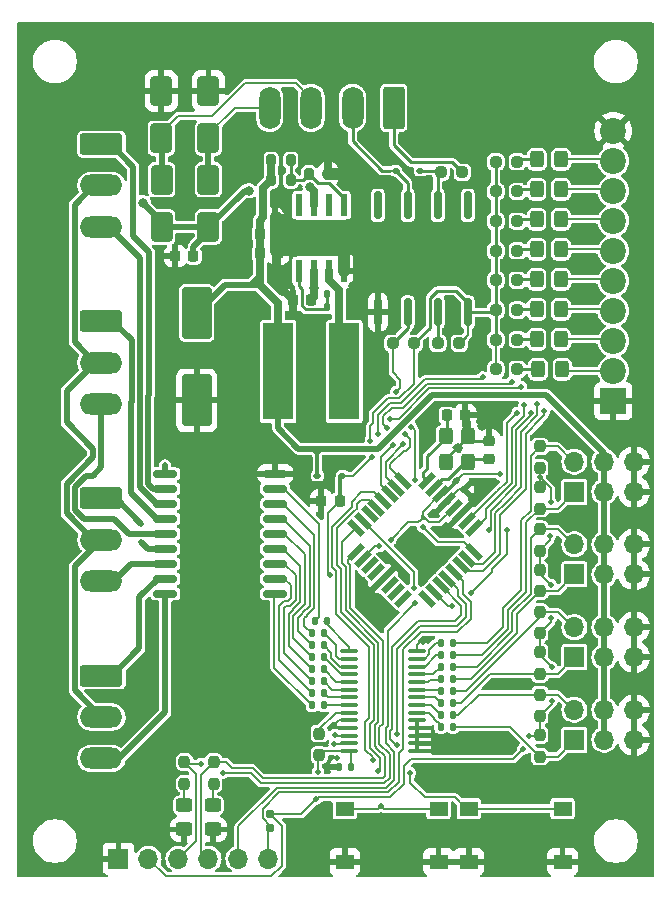
<source format=gbr>
%TF.GenerationSoftware,KiCad,Pcbnew,8.0.8*%
%TF.CreationDate,2025-06-27T13:45:21+02:00*%
%TF.ProjectId,OS-servo-decoder-8,4f532d73-6572-4766-9f2d-6465636f6465,rev?*%
%TF.SameCoordinates,Original*%
%TF.FileFunction,Copper,L1,Top*%
%TF.FilePolarity,Positive*%
%FSLAX46Y46*%
G04 Gerber Fmt 4.6, Leading zero omitted, Abs format (unit mm)*
G04 Created by KiCad (PCBNEW 8.0.8) date 2025-06-27 13:45:21*
%MOMM*%
%LPD*%
G01*
G04 APERTURE LIST*
G04 Aperture macros list*
%AMRoundRect*
0 Rectangle with rounded corners*
0 $1 Rounding radius*
0 $2 $3 $4 $5 $6 $7 $8 $9 X,Y pos of 4 corners*
0 Add a 4 corners polygon primitive as box body*
4,1,4,$2,$3,$4,$5,$6,$7,$8,$9,$2,$3,0*
0 Add four circle primitives for the rounded corners*
1,1,$1+$1,$2,$3*
1,1,$1+$1,$4,$5*
1,1,$1+$1,$6,$7*
1,1,$1+$1,$8,$9*
0 Add four rect primitives between the rounded corners*
20,1,$1+$1,$2,$3,$4,$5,0*
20,1,$1+$1,$4,$5,$6,$7,0*
20,1,$1+$1,$6,$7,$8,$9,0*
20,1,$1+$1,$8,$9,$2,$3,0*%
%AMRotRect*
0 Rectangle, with rotation*
0 The origin of the aperture is its center*
0 $1 length*
0 $2 width*
0 $3 Rotation angle, in degrees counterclockwise*
0 Add horizontal line*
21,1,$1,$2,0,0,$3*%
G04 Aperture macros list end*
%TA.AperFunction,SMDPad,CuDef*%
%ADD10RoundRect,0.237500X-0.250000X-0.237500X0.250000X-0.237500X0.250000X0.237500X-0.250000X0.237500X0*%
%TD*%
%TA.AperFunction,SMDPad,CuDef*%
%ADD11RoundRect,0.250000X0.325000X0.450000X-0.325000X0.450000X-0.325000X-0.450000X0.325000X-0.450000X0*%
%TD*%
%TA.AperFunction,ComponentPad*%
%ADD12R,1.700000X1.700000*%
%TD*%
%TA.AperFunction,ComponentPad*%
%ADD13O,1.700000X1.700000*%
%TD*%
%TA.AperFunction,SMDPad,CuDef*%
%ADD14RoundRect,0.140000X0.140000X0.170000X-0.140000X0.170000X-0.140000X-0.170000X0.140000X-0.170000X0*%
%TD*%
%TA.AperFunction,SMDPad,CuDef*%
%ADD15RoundRect,0.237500X0.250000X0.237500X-0.250000X0.237500X-0.250000X-0.237500X0.250000X-0.237500X0*%
%TD*%
%TA.AperFunction,SMDPad,CuDef*%
%ADD16R,0.610000X1.910000*%
%TD*%
%TA.AperFunction,SMDPad,CuDef*%
%ADD17R,1.550000X1.205000*%
%TD*%
%TA.AperFunction,SMDPad,CuDef*%
%ADD18RoundRect,0.225000X-0.225000X-0.250000X0.225000X-0.250000X0.225000X0.250000X-0.225000X0.250000X0*%
%TD*%
%TA.AperFunction,SMDPad,CuDef*%
%ADD19RoundRect,0.250000X0.450000X-0.325000X0.450000X0.325000X-0.450000X0.325000X-0.450000X-0.325000X0*%
%TD*%
%TA.AperFunction,SMDPad,CuDef*%
%ADD20RoundRect,0.135000X-0.135000X-0.185000X0.135000X-0.185000X0.135000X0.185000X-0.135000X0.185000X0*%
%TD*%
%TA.AperFunction,SMDPad,CuDef*%
%ADD21R,1.550000X1.300000*%
%TD*%
%TA.AperFunction,ComponentPad*%
%ADD22RoundRect,0.250000X-1.550000X0.650000X-1.550000X-0.650000X1.550000X-0.650000X1.550000X0.650000X0*%
%TD*%
%TA.AperFunction,ComponentPad*%
%ADD23O,3.600000X1.800000*%
%TD*%
%TA.AperFunction,SMDPad,CuDef*%
%ADD24RoundRect,0.140000X-0.219203X-0.021213X-0.021213X-0.219203X0.219203X0.021213X0.021213X0.219203X0*%
%TD*%
%TA.AperFunction,SMDPad,CuDef*%
%ADD25RoundRect,0.237500X0.237500X-0.250000X0.237500X0.250000X-0.237500X0.250000X-0.237500X-0.250000X0*%
%TD*%
%TA.AperFunction,SMDPad,CuDef*%
%ADD26RoundRect,0.237500X-0.237500X0.250000X-0.237500X-0.250000X0.237500X-0.250000X0.237500X0.250000X0*%
%TD*%
%TA.AperFunction,SMDPad,CuDef*%
%ADD27RoundRect,0.135000X0.135000X0.185000X-0.135000X0.185000X-0.135000X-0.185000X0.135000X-0.185000X0*%
%TD*%
%TA.AperFunction,SMDPad,CuDef*%
%ADD28RoundRect,0.200000X0.200000X0.275000X-0.200000X0.275000X-0.200000X-0.275000X0.200000X-0.275000X0*%
%TD*%
%TA.AperFunction,SMDPad,CuDef*%
%ADD29RoundRect,0.160000X0.160000X-0.197500X0.160000X0.197500X-0.160000X0.197500X-0.160000X-0.197500X0*%
%TD*%
%TA.AperFunction,ComponentPad*%
%ADD30R,2.200000X2.200000*%
%TD*%
%TA.AperFunction,ComponentPad*%
%ADD31C,2.200000*%
%TD*%
%TA.AperFunction,SMDPad,CuDef*%
%ADD32RoundRect,0.225000X-0.250000X0.225000X-0.250000X-0.225000X0.250000X-0.225000X0.250000X0.225000X0*%
%TD*%
%TA.AperFunction,SMDPad,CuDef*%
%ADD33RoundRect,0.162500X-0.162500X1.012500X-0.162500X-1.012500X0.162500X-1.012500X0.162500X1.012500X0*%
%TD*%
%TA.AperFunction,SMDPad,CuDef*%
%ADD34RoundRect,0.200000X-0.200000X-0.275000X0.200000X-0.275000X0.200000X0.275000X-0.200000X0.275000X0*%
%TD*%
%TA.AperFunction,SMDPad,CuDef*%
%ADD35RoundRect,0.225000X0.225000X0.250000X-0.225000X0.250000X-0.225000X-0.250000X0.225000X-0.250000X0*%
%TD*%
%TA.AperFunction,SMDPad,CuDef*%
%ADD36RotRect,1.600000X0.550000X225.000000*%
%TD*%
%TA.AperFunction,SMDPad,CuDef*%
%ADD37RotRect,1.600000X0.550000X315.000000*%
%TD*%
%TA.AperFunction,SMDPad,CuDef*%
%ADD38RoundRect,0.250000X0.650000X-1.000000X0.650000X1.000000X-0.650000X1.000000X-0.650000X-1.000000X0*%
%TD*%
%TA.AperFunction,SMDPad,CuDef*%
%ADD39RoundRect,0.150000X0.875000X0.150000X-0.875000X0.150000X-0.875000X-0.150000X0.875000X-0.150000X0*%
%TD*%
%TA.AperFunction,SMDPad,CuDef*%
%ADD40RoundRect,0.112500X0.187500X0.112500X-0.187500X0.112500X-0.187500X-0.112500X0.187500X-0.112500X0*%
%TD*%
%TA.AperFunction,SMDPad,CuDef*%
%ADD41RoundRect,0.300000X0.300000X-0.400000X0.300000X0.400000X-0.300000X0.400000X-0.300000X-0.400000X0*%
%TD*%
%TA.AperFunction,SMDPad,CuDef*%
%ADD42RoundRect,0.100000X0.637500X0.100000X-0.637500X0.100000X-0.637500X-0.100000X0.637500X-0.100000X0*%
%TD*%
%TA.AperFunction,ComponentPad*%
%ADD43RoundRect,0.250000X0.650000X1.550000X-0.650000X1.550000X-0.650000X-1.550000X0.650000X-1.550000X0*%
%TD*%
%TA.AperFunction,ComponentPad*%
%ADD44O,1.800000X3.600000*%
%TD*%
%TA.AperFunction,SMDPad,CuDef*%
%ADD45RoundRect,0.140000X-0.140000X-0.170000X0.140000X-0.170000X0.140000X0.170000X-0.140000X0.170000X0*%
%TD*%
%TA.AperFunction,SMDPad,CuDef*%
%ADD46R,2.600000X8.200000*%
%TD*%
%TA.AperFunction,SMDPad,CuDef*%
%ADD47RoundRect,0.250000X-1.000000X1.950000X-1.000000X-1.950000X1.000000X-1.950000X1.000000X1.950000X0*%
%TD*%
%TA.AperFunction,ViaPad*%
%ADD48C,0.500000*%
%TD*%
%TA.AperFunction,ViaPad*%
%ADD49C,0.800000*%
%TD*%
%TA.AperFunction,Conductor*%
%ADD50C,0.200000*%
%TD*%
%TA.AperFunction,Conductor*%
%ADD51C,0.250000*%
%TD*%
%TA.AperFunction,Conductor*%
%ADD52C,1.000000*%
%TD*%
%TA.AperFunction,Conductor*%
%ADD53C,0.700000*%
%TD*%
%TA.AperFunction,Conductor*%
%ADD54C,0.300000*%
%TD*%
%TA.AperFunction,Conductor*%
%ADD55C,0.500000*%
%TD*%
G04 APERTURE END LIST*
D10*
%TO.P,R508,1*%
%TO.N,+5V*%
X134827000Y-131064000D03*
%TO.P,R508,2*%
%TO.N,Net-(D512-A)*%
X136652000Y-131064000D03*
%TD*%
%TO.P,R507,1*%
%TO.N,+5V*%
X134827000Y-128554000D03*
%TO.P,R507,2*%
%TO.N,Net-(D511-A)*%
X136652000Y-128554000D03*
%TD*%
%TO.P,R506,1*%
%TO.N,+5V*%
X134827000Y-126044000D03*
%TO.P,R506,2*%
%TO.N,Net-(D510-A)*%
X136652000Y-126044000D03*
%TD*%
%TO.P,R505,1*%
%TO.N,+5V*%
X134827000Y-123534000D03*
%TO.P,R505,2*%
%TO.N,Net-(D509-A)*%
X136652000Y-123534000D03*
%TD*%
%TO.P,R504,1*%
%TO.N,+5V*%
X134827000Y-121024000D03*
%TO.P,R504,2*%
%TO.N,Net-(D508-A)*%
X136652000Y-121024000D03*
%TD*%
%TO.P,R503,1*%
%TO.N,+5V*%
X134827000Y-118514000D03*
%TO.P,R503,2*%
%TO.N,Net-(D507-A)*%
X136652000Y-118514000D03*
%TD*%
%TO.P,R502,2*%
%TO.N,Net-(D506-A)*%
X136652000Y-116004000D03*
%TO.P,R502,1*%
%TO.N,+5V*%
X134827000Y-116004000D03*
%TD*%
%TO.P,R501,2*%
%TO.N,Net-(D505-A)*%
X136652000Y-113494000D03*
%TO.P,R501,1*%
%TO.N,+5V*%
X134827000Y-113494000D03*
%TD*%
D11*
%TO.P,D512,2,A*%
%TO.N,Net-(D512-A)*%
X138412000Y-131064000D03*
%TO.P,D512,1,K*%
%TO.N,/atmega/sw8*%
X140462000Y-131064000D03*
%TD*%
%TO.P,D511,2,A*%
%TO.N,Net-(D511-A)*%
X138285000Y-128524000D03*
%TO.P,D511,1,K*%
%TO.N,/atmega/sw7*%
X140335000Y-128524000D03*
%TD*%
%TO.P,D510,2,A*%
%TO.N,Net-(D510-A)*%
X138285000Y-125984000D03*
%TO.P,D510,1,K*%
%TO.N,/atmega/sw6*%
X140335000Y-125984000D03*
%TD*%
%TO.P,D509,2,A*%
%TO.N,Net-(D509-A)*%
X138285000Y-123444000D03*
%TO.P,D509,1,K*%
%TO.N,/atmega/sw5*%
X140335000Y-123444000D03*
%TD*%
%TO.P,D508,2,A*%
%TO.N,Net-(D508-A)*%
X138285000Y-120904000D03*
%TO.P,D508,1,K*%
%TO.N,/atmega/sw4*%
X140335000Y-120904000D03*
%TD*%
%TO.P,D507,2,A*%
%TO.N,Net-(D507-A)*%
X138285000Y-118364000D03*
%TO.P,D507,1,K*%
%TO.N,/atmega/sw3*%
X140335000Y-118364000D03*
%TD*%
%TO.P,D506,2,A*%
%TO.N,Net-(D506-A)*%
X138285000Y-115824000D03*
%TO.P,D506,1,K*%
%TO.N,/atmega/sw2*%
X140335000Y-115824000D03*
%TD*%
%TO.P,D505,1,K*%
%TO.N,/atmega/sw1*%
X140349000Y-113284000D03*
%TO.P,D505,2,A*%
%TO.N,Net-(D505-A)*%
X138299000Y-113284000D03*
%TD*%
D12*
%TO.P,J801,1,Pin_1*%
%TO.N,/PCA9685/bus2.pin1*%
X141475000Y-148433000D03*
D13*
%TO.P,J801,2,Pin_2*%
%TO.N,/PCA9685/bus2.pin2*%
X141475000Y-145893000D03*
%TO.P,J801,3,Pin_3*%
%TO.N,+5VA*%
X144015000Y-148433000D03*
%TO.P,J801,4,Pin_4*%
X144015000Y-145893000D03*
%TO.P,J801,5,Pin_5*%
%TO.N,GND*%
X146555000Y-148433000D03*
%TO.P,J801,6,Pin_6*%
X146555000Y-145893000D03*
%TD*%
D14*
%TO.P,C1601,1*%
%TO.N,+5V*%
X122527000Y-164719000D03*
%TO.P,C1601,2*%
%TO.N,GND*%
X121567000Y-164719000D03*
%TD*%
D15*
%TO.P,R1002,1*%
%TO.N,+5V*%
X131739250Y-128864750D03*
%TO.P,R1002,2*%
%TO.N,Net-(U1001-EN)*%
X129914250Y-128864750D03*
%TD*%
D16*
%TO.P,U901,1,BS*%
%TO.N,Net-(U901-BS)*%
X118158500Y-122731500D03*
%TO.P,U901,2,Vin*%
%TO.N,VCC*%
X119428500Y-122731500D03*
%TO.P,U901,3,SW*%
%TO.N,Net-(U901-SW)*%
X120698500Y-122731500D03*
%TO.P,U901,4,GND*%
%TO.N,GND*%
X121968500Y-122731500D03*
%TO.P,U901,5,FB*%
%TO.N,Net-(U901-FB)*%
X121968500Y-117171500D03*
%TO.P,U901,6,NC*%
%TO.N,unconnected-(U901-NC-Pad6)*%
X120698500Y-117171500D03*
%TO.P,U901,7,EN*%
%TO.N,VCC*%
X119428500Y-117171500D03*
%TO.P,U901,8,NC*%
%TO.N,unconnected-(U901-NC-Pad8)*%
X118158500Y-117171500D03*
D17*
%TO.P,U901,9,GND*%
%TO.N,GND*%
X119288500Y-120554000D03*
X120838500Y-120554000D03*
X119288500Y-119349000D03*
X120838500Y-119349000D03*
%TD*%
D15*
%TO.P,R1001,1*%
%TO.N,/Connector/B*%
X131993250Y-114386750D03*
%TO.P,R1001,2*%
%TO.N,Net-(D1001-K)*%
X130168250Y-114386750D03*
%TD*%
D18*
%TO.P,C904,1*%
%TO.N,+5VA*%
X114843500Y-119588000D03*
%TO.P,C904,2*%
%TO.N,GND*%
X116393500Y-119588000D03*
%TD*%
D19*
%TO.P,D201,1,K*%
%TO.N,GND*%
X108458000Y-170025000D03*
%TO.P,D201,2,A*%
%TO.N,Net-(D201-A)*%
X108458000Y-167975000D03*
%TD*%
D20*
%TO.P,R1607,1*%
%TO.N,Net-(U1601-LED5)*%
X130151500Y-156260000D03*
%TO.P,R1607,2*%
%TO.N,/PCA9685/bus2.pin2*%
X131171500Y-156260000D03*
%TD*%
D19*
%TO.P,D202,1,K*%
%TO.N,GND*%
X110871000Y-170025000D03*
%TO.P,D202,2,A*%
%TO.N,Net-(D202-A)*%
X110871000Y-167975000D03*
%TD*%
D21*
%TO.P,SW602,1,1*%
%TO.N,GND*%
X140475000Y-172750000D03*
X132525000Y-172750000D03*
%TO.P,SW602,2,2*%
%TO.N,/atmega/conf*%
X140475000Y-168250000D03*
X132525000Y-168250000D03*
%TD*%
D22*
%TO.P,J401,1,Pin_1*%
%TO.N,/ULN2803/2.pin2*%
X101432500Y-127000000D03*
D23*
%TO.P,J401,2,Pin_2*%
%TO.N,VCC*%
X101432500Y-130500000D03*
%TO.P,J401,3,Pin_3*%
%TO.N,/ULN2803/2.pin1*%
X101432500Y-134000000D03*
%TD*%
D24*
%TO.P,C202,1*%
%TO.N,+5V*%
X131470000Y-140537000D03*
%TO.P,C202,2*%
%TO.N,GND*%
X132148822Y-141215822D03*
%TD*%
D22*
%TO.P,J1401,1,Pin_1*%
%TO.N,/ULN2803/3.pin2*%
X101432500Y-142000000D03*
D23*
%TO.P,J1401,2,Pin_2*%
%TO.N,VCC*%
X101432500Y-145500000D03*
%TO.P,J1401,3,Pin_3*%
%TO.N,/ULN2803/3.pin1*%
X101432500Y-149000000D03*
%TD*%
D25*
%TO.P,R1601,1*%
%TO.N,+5V*%
X119888000Y-163726500D03*
%TO.P,R1601,2*%
%TO.N,Net-(U1601-~{OE})*%
X119888000Y-161901500D03*
%TD*%
D26*
%TO.P,R702,1*%
%TO.N,/PCA9685/bus1.pin2*%
X138557000Y-137599500D03*
%TO.P,R702,2*%
%TO.N,+5V*%
X138557000Y-139424500D03*
%TD*%
D20*
%TO.P,R1605,1*%
%TO.N,Net-(U1601-LED3)*%
X130151500Y-158292000D03*
%TO.P,R1605,2*%
%TO.N,/PCA9685/bus3.pin2*%
X131171500Y-158292000D03*
%TD*%
%TO.P,R1602,1*%
%TO.N,Net-(U1601-LED0)*%
X130151500Y-161340000D03*
%TO.P,R1602,2*%
%TO.N,/PCA9685/bus4.pin1*%
X131171500Y-161340000D03*
%TD*%
D27*
%TO.P,R1615,1*%
%TO.N,Net-(U1601-LED13)*%
X120269000Y-157480000D03*
%TO.P,R1615,2*%
%TO.N,/PCA9685/uln3*%
X119249002Y-157480000D03*
%TD*%
D20*
%TO.P,R1609,1*%
%TO.N,Net-(U1601-LED7)*%
X130151500Y-154228000D03*
%TO.P,R1609,2*%
%TO.N,/PCA9685/bus1.pin2*%
X131171500Y-154228000D03*
%TD*%
D12*
%TO.P,J1001,1,Pin_1*%
%TO.N,/PCA9685/bus4.pin1*%
X141475000Y-162433000D03*
D13*
%TO.P,J1001,2,Pin_2*%
%TO.N,/PCA9685/bus4.pin2*%
X141475000Y-159893000D03*
%TO.P,J1001,3,Pin_3*%
%TO.N,+5VA*%
X144015000Y-162433000D03*
%TO.P,J1001,4,Pin_4*%
X144015000Y-159893000D03*
%TO.P,J1001,5,Pin_5*%
%TO.N,GND*%
X146555000Y-162433000D03*
%TO.P,J1001,6,Pin_6*%
X146555000Y-159893000D03*
%TD*%
D20*
%TO.P,R1606,1*%
%TO.N,Net-(U1601-LED4)*%
X130151500Y-157276000D03*
%TO.P,R1606,2*%
%TO.N,/PCA9685/bus2.pin1*%
X131171500Y-157276000D03*
%TD*%
D12*
%TO.P,J701,1,Pin_1*%
%TO.N,/PCA9685/bus1.pin1*%
X141475000Y-141433000D03*
D13*
%TO.P,J701,2,Pin_2*%
%TO.N,/PCA9685/bus1.pin2*%
X141475000Y-138893000D03*
%TO.P,J701,3,Pin_3*%
%TO.N,+5VA*%
X144015000Y-141433000D03*
%TO.P,J701,4,Pin_4*%
X144015000Y-138893000D03*
%TO.P,J701,5,Pin_5*%
%TO.N,GND*%
X146555000Y-141433000D03*
%TO.P,J701,6,Pin_6*%
X146555000Y-138893000D03*
%TD*%
D22*
%TO.P,J1301,1,Pin_1*%
%TO.N,/ULN2803/1.pin2*%
X101432500Y-112000000D03*
D23*
%TO.P,J1301,2,Pin_2*%
%TO.N,VCC*%
X101432500Y-115500000D03*
%TO.P,J1301,3,Pin_3*%
%TO.N,/ULN2803/1.pin1*%
X101432500Y-119000000D03*
%TD*%
D21*
%TO.P,SW601,1,1*%
%TO.N,GND*%
X129975000Y-172750000D03*
X122025000Y-172750000D03*
%TO.P,SW601,2,2*%
%TO.N,/atmega/toggle*%
X129975000Y-168250000D03*
X122025000Y-168250000D03*
%TD*%
D28*
%TO.P,R903,1*%
%TO.N,Net-(U901-FB)*%
X117459500Y-115031000D03*
%TO.P,R903,2*%
%TO.N,+5VA*%
X115809500Y-115031000D03*
%TD*%
D20*
%TO.P,R1603,1*%
%TO.N,Net-(U1601-LED1)*%
X130151500Y-160324000D03*
%TO.P,R1603,2*%
%TO.N,/PCA9685/bus4.pin2*%
X131171500Y-160324000D03*
%TD*%
D29*
%TO.P,R202,1*%
%TO.N,/atmega/reset*%
X115697000Y-169888500D03*
%TO.P,R202,2*%
%TO.N,+5V*%
X115697000Y-168693500D03*
%TD*%
D20*
%TO.P,R1604,1*%
%TO.N,Net-(U1601-LED2)*%
X130151500Y-159308000D03*
%TO.P,R1604,2*%
%TO.N,/PCA9685/bus3.pin1*%
X131171500Y-159308000D03*
%TD*%
D27*
%TO.P,R1617,1*%
%TO.N,Net-(U1601-LED15)*%
X120269000Y-159512000D03*
%TO.P,R1617,2*%
%TO.N,/PCA9685/uln1*%
X119249002Y-159512000D03*
%TD*%
D30*
%TO.P,J501,1,Pin_1*%
%TO.N,GND*%
X144780000Y-133731000D03*
D31*
%TO.P,J501,2,Pin_2*%
%TO.N,/atmega/sw8*%
X144780000Y-131191000D03*
%TO.P,J501,3,Pin_3*%
%TO.N,/atmega/sw7*%
X144780000Y-128651000D03*
%TO.P,J501,4,Pin_4*%
%TO.N,/atmega/sw6*%
X144780000Y-126111000D03*
%TO.P,J501,5,Pin_5*%
%TO.N,/atmega/sw5*%
X144780000Y-123571000D03*
%TO.P,J501,6,Pin_6*%
%TO.N,/atmega/sw4*%
X144780000Y-121031000D03*
%TO.P,J501,7,Pin_7*%
%TO.N,/atmega/sw3*%
X144780000Y-118491000D03*
%TO.P,J501,8,Pin_8*%
%TO.N,/atmega/sw2*%
X144780000Y-115951000D03*
%TO.P,J501,9,Pin_9*%
%TO.N,/atmega/sw1*%
X144780000Y-113411000D03*
%TO.P,J501,10,Pin_10*%
%TO.N,GND*%
X144780000Y-110871000D03*
%TD*%
D12*
%TO.P,J901,1,Pin_1*%
%TO.N,/PCA9685/bus3.pin1*%
X141475000Y-155433000D03*
D13*
%TO.P,J901,2,Pin_2*%
%TO.N,/PCA9685/bus3.pin2*%
X141475000Y-152893000D03*
%TO.P,J901,3,Pin_3*%
%TO.N,+5VA*%
X144015000Y-155433000D03*
%TO.P,J901,4,Pin_4*%
X144015000Y-152893000D03*
%TO.P,J901,5,Pin_5*%
%TO.N,GND*%
X146555000Y-155433000D03*
%TO.P,J901,6,Pin_6*%
X146555000Y-152893000D03*
%TD*%
D27*
%TO.P,R1614,1*%
%TO.N,Net-(U1601-LED12)*%
X120269000Y-156464000D03*
%TO.P,R1614,2*%
%TO.N,/PCA9685/uln4*%
X119249002Y-156464000D03*
%TD*%
%TO.P,R1612,1*%
%TO.N,Net-(U1601-LED10)*%
X120269000Y-154432000D03*
%TO.P,R1612,2*%
%TO.N,/PCA9685/uln6*%
X119249002Y-154432000D03*
%TD*%
%TO.P,R1610,1*%
%TO.N,Net-(U1601-LED8)*%
X120524999Y-152400000D03*
%TO.P,R1610,2*%
%TO.N,/PCA9685/uln8*%
X119505001Y-152400000D03*
%TD*%
D32*
%TO.P,C201,1*%
%TO.N,GND*%
X134232000Y-137095000D03*
%TO.P,C201,2*%
%TO.N,/atmega/X1*%
X134232000Y-138645000D03*
%TD*%
D26*
%TO.P,R203,1*%
%TO.N,/atmega/LED2*%
X110938000Y-164314500D03*
%TO.P,R203,2*%
%TO.N,Net-(D202-A)*%
X110938000Y-166139500D03*
%TD*%
D33*
%TO.P,U1001,1,NC*%
%TO.N,unconnected-(U1001-NC-Pad1)*%
X132454750Y-117184750D03*
%TO.P,U1001,2,A*%
%TO.N,Net-(D1001-K)*%
X129914750Y-117184750D03*
%TO.P,U1001,3,C*%
%TO.N,/Connector/A*%
X127374750Y-117184750D03*
%TO.P,U1001,4*%
%TO.N,N/C*%
X124834750Y-117184750D03*
%TO.P,U1001,5,GND*%
%TO.N,GND*%
X124834750Y-126234750D03*
%TO.P,U1001,6,VO*%
%TO.N,/DCC/DCC_TTL*%
X127374750Y-126234750D03*
%TO.P,U1001,7,EN*%
%TO.N,Net-(U1001-EN)*%
X129914750Y-126234750D03*
%TO.P,U1001,8,VCC*%
%TO.N,+5V*%
X132454750Y-126234750D03*
%TD*%
D12*
%TO.P,J201,1,Pin_1*%
%TO.N,GND*%
X102880000Y-172500000D03*
D13*
%TO.P,J201,2,Pin_2*%
%TO.N,+5V*%
X105420000Y-172500000D03*
%TO.P,J201,3,Pin_3*%
%TO.N,/atmega/LED*%
X107960000Y-172500000D03*
%TO.P,J201,4,Pin_4*%
%TO.N,/atmega/LED2*%
X110500000Y-172500000D03*
%TO.P,J201,5,Pin_5*%
%TO.N,/atmega/MOSI*%
X113040000Y-172500000D03*
%TO.P,J201,6,Pin_6*%
%TO.N,/atmega/reset*%
X115580000Y-172500000D03*
%TD*%
D34*
%TO.P,R901,1*%
%TO.N,+5VA*%
X115809500Y-113380000D03*
%TO.P,R901,2*%
%TO.N,Net-(U901-FB)*%
X117459500Y-113380000D03*
%TD*%
D26*
%TO.P,R905,1*%
%TO.N,/PCA9685/bus3.pin2*%
X138557000Y-151599500D03*
%TO.P,R905,2*%
%TO.N,+5V*%
X138557000Y-153424500D03*
%TD*%
D15*
%TO.P,R1003,1*%
%TO.N,+5V*%
X127929250Y-128864750D03*
%TO.P,R1003,2*%
%TO.N,/DCC/DCC_TTL*%
X126104250Y-128864750D03*
%TD*%
D35*
%TO.P,C901,1*%
%TO.N,VCC*%
X119187500Y-125191000D03*
%TO.P,C901,2*%
%TO.N,GND*%
X117637500Y-125191000D03*
%TD*%
%TO.P,C203,1*%
%TO.N,GND*%
X132245000Y-134949000D03*
%TO.P,C203,2*%
%TO.N,/atmega/X2*%
X130695000Y-134949000D03*
%TD*%
D20*
%TO.P,R1608,1*%
%TO.N,Net-(U1601-LED6)*%
X130151500Y-155244000D03*
%TO.P,R1608,2*%
%TO.N,/PCA9685/bus1.pin1*%
X131171500Y-155244000D03*
%TD*%
D36*
%TO.P,U202,1,PD3*%
%TO.N,/atmega/sw5*%
X132985103Y-144474695D03*
%TO.P,U202,2,PD4*%
%TO.N,/atmega/sw4*%
X132419417Y-143909010D03*
%TO.P,U202,3,GND*%
%TO.N,GND*%
X131853732Y-143343324D03*
%TO.P,U202,4,VCC*%
%TO.N,+5V*%
X131288047Y-142777639D03*
%TO.P,U202,5,GND*%
%TO.N,GND*%
X130722361Y-142211953D03*
%TO.P,U202,6,VCC*%
%TO.N,+5V*%
X130156676Y-141646268D03*
%TO.P,U202,7,XTAL1/PB6*%
%TO.N,/atmega/X1*%
X129590990Y-141080583D03*
%TO.P,U202,8,XTAL2/PB7*%
%TO.N,/atmega/X2*%
X129025305Y-140514897D03*
D37*
%TO.P,U202,9,PD5*%
%TO.N,/atmega/sw3*%
X126974695Y-140514897D03*
%TO.P,U202,10,PD6*%
%TO.N,/atmega/sw2*%
X126409010Y-141080583D03*
%TO.P,U202,11,PD7*%
%TO.N,/atmega/sw1*%
X125843324Y-141646268D03*
%TO.P,U202,12,PB0*%
%TO.N,/atmega/conf*%
X125277639Y-142211953D03*
%TO.P,U202,13,PB1*%
%TO.N,/atmega/toggle*%
X124711953Y-142777639D03*
%TO.P,U202,14,PB2*%
%TO.N,unconnected-(U202-PB2-Pad14)*%
X124146268Y-143343324D03*
%TO.P,U202,15,PB3*%
%TO.N,/atmega/MOSI*%
X123580583Y-143909010D03*
%TO.P,U202,16,PB4*%
%TO.N,/atmega/LED2*%
X123014897Y-144474695D03*
D36*
%TO.P,U202,17,PB5*%
%TO.N,/atmega/LED*%
X123014897Y-146525305D03*
%TO.P,U202,18,AVCC*%
%TO.N,+5V*%
X123580583Y-147090990D03*
%TO.P,U202,19,ADC6*%
%TO.N,unconnected-(U202-ADC6-Pad19)*%
X124146268Y-147656676D03*
%TO.P,U202,20,AREF*%
%TO.N,unconnected-(U202-AREF-Pad20)*%
X124711953Y-148222361D03*
%TO.P,U202,21,GND*%
%TO.N,GND*%
X125277639Y-148788047D03*
%TO.P,U202,22,ADC7*%
%TO.N,unconnected-(U202-ADC7-Pad22)*%
X125843324Y-149353732D03*
%TO.P,U202,23,PC0*%
%TO.N,unconnected-(U202-PC0-Pad23)*%
X126409010Y-149919417D03*
%TO.P,U202,24,PC1*%
%TO.N,unconnected-(U202-PC1-Pad24)*%
X126974695Y-150485103D03*
D37*
%TO.P,U202,25,PC2*%
%TO.N,unconnected-(U202-PC2-Pad25)*%
X129025305Y-150485103D03*
%TO.P,U202,26,PC3*%
%TO.N,/atmega/sw6*%
X129590990Y-149919417D03*
%TO.P,U202,27,PC4*%
%TO.N,/PCA9685/SDA*%
X130156676Y-149353732D03*
%TO.P,U202,28,PC5*%
%TO.N,/PCA9685/SCL*%
X130722361Y-148788047D03*
%TO.P,U202,29,~{RESET}/PC6*%
%TO.N,/atmega/reset*%
X131288047Y-148222361D03*
%TO.P,U202,30,PD0*%
%TO.N,/atmega/sw8*%
X131853732Y-147656676D03*
%TO.P,U202,31,PD1*%
%TO.N,/atmega/sw7*%
X132419417Y-147090990D03*
%TO.P,U202,32,PD2*%
%TO.N,/DCC/DCC_TTL*%
X132985103Y-146525305D03*
%TD*%
D38*
%TO.P,D502,1,K*%
%TO.N,/Buck/B*%
X110500000Y-111500000D03*
%TO.P,D502,2,A*%
%TO.N,GND*%
X110500000Y-107500000D03*
%TD*%
%TO.P,D503,1,K*%
%TO.N,VCC*%
X106550000Y-119000000D03*
%TO.P,D503,2,A*%
%TO.N,/Buck/A*%
X106550000Y-115000000D03*
%TD*%
D27*
%TO.P,R1611,1*%
%TO.N,Net-(U1601-LED9)*%
X120269000Y-153416000D03*
%TO.P,R1611,2*%
%TO.N,/PCA9685/uln7*%
X119249002Y-153416000D03*
%TD*%
D39*
%TO.P,U1101,1,I1*%
%TO.N,/PCA9685/uln1*%
X116150000Y-150080000D03*
%TO.P,U1101,2,I2*%
%TO.N,/PCA9685/uln2*%
X116150000Y-148810000D03*
%TO.P,U1101,3,I3*%
%TO.N,/PCA9685/uln3*%
X116150000Y-147540000D03*
%TO.P,U1101,4,I4*%
%TO.N,/PCA9685/uln4*%
X116150000Y-146270000D03*
%TO.P,U1101,5,I5*%
%TO.N,/PCA9685/uln5*%
X116150000Y-145000000D03*
%TO.P,U1101,6,I6*%
%TO.N,/PCA9685/uln6*%
X116150000Y-143730000D03*
%TO.P,U1101,7,I7*%
%TO.N,/PCA9685/uln7*%
X116150000Y-142460000D03*
%TO.P,U1101,8,I8*%
%TO.N,/PCA9685/uln8*%
X116150000Y-141190000D03*
%TO.P,U1101,9,GND*%
%TO.N,GND*%
X116150000Y-139920000D03*
%TO.P,U1101,10,COM*%
%TO.N,VCC*%
X106850000Y-139920000D03*
%TO.P,U1101,11,O8*%
%TO.N,/ULN2803/1.pin2*%
X106850000Y-141190000D03*
%TO.P,U1101,12,O7*%
%TO.N,/ULN2803/1.pin1*%
X106850000Y-142460000D03*
%TO.P,U1101,13,O6*%
%TO.N,/ULN2803/2.pin2*%
X106850000Y-143730000D03*
%TO.P,U1101,14,O5*%
%TO.N,/ULN2803/2.pin1*%
X106850000Y-145000000D03*
%TO.P,U1101,15,O4*%
%TO.N,/ULN2803/3.pin2*%
X106850000Y-146270000D03*
%TO.P,U1101,16,O3*%
%TO.N,/ULN2803/3.pin1*%
X106850000Y-147540000D03*
%TO.P,U1101,17,O2*%
%TO.N,/ULN2803/4.pin2*%
X106850000Y-148810000D03*
%TO.P,U1101,18,O1*%
%TO.N,/ULN2803/4.pin1*%
X106850000Y-150080000D03*
%TD*%
D18*
%TO.P,C905,1*%
%TO.N,+5VA*%
X114843500Y-121254000D03*
%TO.P,C905,2*%
%TO.N,GND*%
X116393500Y-121254000D03*
%TD*%
D25*
%TO.P,R904,1*%
%TO.N,/PCA9685/bus3.pin1*%
X138557000Y-156853500D03*
%TO.P,R904,2*%
%TO.N,+5V*%
X138557000Y-155028500D03*
%TD*%
D40*
%TO.P,D401,1,K*%
%TO.N,+5V*%
X121827000Y-140081000D03*
%TO.P,D401,2,A*%
%TO.N,+5VA*%
X119727000Y-140081000D03*
%TD*%
D25*
%TO.P,R701,1*%
%TO.N,/PCA9685/bus1.pin1*%
X138557000Y-142853500D03*
%TO.P,R701,2*%
%TO.N,+5V*%
X138557000Y-141028500D03*
%TD*%
D41*
%TO.P,Y201,1,1*%
%TO.N,/atmega/X1*%
X132481000Y-138927000D03*
%TO.P,Y201,2,GND*%
%TO.N,GND*%
X132481000Y-136727000D03*
%TO.P,Y201,3,3*%
%TO.N,/atmega/X2*%
X130581000Y-136727000D03*
%TO.P,Y201,4,GND*%
%TO.N,GND*%
X130581000Y-138927000D03*
%TD*%
D40*
%TO.P,D1001,1,K*%
%TO.N,Net-(D1001-K)*%
X128447750Y-114259750D03*
%TO.P,D1001,2,A*%
%TO.N,/Connector/A*%
X126347750Y-114259750D03*
%TD*%
D35*
%TO.P,C402,1*%
%TO.N,+5V*%
X121602000Y-142181000D03*
%TO.P,C402,2*%
%TO.N,GND*%
X120052000Y-142181000D03*
%TD*%
D22*
%TO.P,J1501,1,Pin_1*%
%TO.N,/ULN2803/4.pin2*%
X101432500Y-157000000D03*
D23*
%TO.P,J1501,2,Pin_2*%
%TO.N,VCC*%
X101432500Y-160500000D03*
%TO.P,J1501,3,Pin_3*%
%TO.N,/ULN2803/4.pin1*%
X101432500Y-164000000D03*
%TD*%
D38*
%TO.P,D501,1,K*%
%TO.N,VCC*%
X110500000Y-119000000D03*
%TO.P,D501,2,A*%
%TO.N,/Buck/B*%
X110500000Y-115000000D03*
%TD*%
D26*
%TO.P,R802,1*%
%TO.N,/PCA9685/bus2.pin2*%
X138557000Y-144599500D03*
%TO.P,R802,2*%
%TO.N,+5V*%
X138557000Y-146424500D03*
%TD*%
D42*
%TO.P,U1601,1,A0*%
%TO.N,GND*%
X128143000Y-163382000D03*
%TO.P,U1601,2,A1*%
X128143000Y-162732000D03*
%TO.P,U1601,3,A2*%
X128143000Y-162082000D03*
%TO.P,U1601,4,A3*%
X128143000Y-161432000D03*
%TO.P,U1601,5,A4*%
X128143000Y-160782000D03*
%TO.P,U1601,6,LED0*%
%TO.N,Net-(U1601-LED0)*%
X128143000Y-160132000D03*
%TO.P,U1601,7,LED1*%
%TO.N,Net-(U1601-LED1)*%
X128143000Y-159482000D03*
%TO.P,U1601,8,LED2*%
%TO.N,Net-(U1601-LED2)*%
X128143000Y-158832000D03*
%TO.P,U1601,9,LED3*%
%TO.N,Net-(U1601-LED3)*%
X128143000Y-158182000D03*
%TO.P,U1601,10,LED4*%
%TO.N,Net-(U1601-LED4)*%
X128143000Y-157532000D03*
%TO.P,U1601,11,LED5*%
%TO.N,Net-(U1601-LED5)*%
X128143000Y-156882000D03*
%TO.P,U1601,12,LED6*%
%TO.N,Net-(U1601-LED6)*%
X128143000Y-156232000D03*
%TO.P,U1601,13,LED7*%
%TO.N,Net-(U1601-LED7)*%
X128143000Y-155582000D03*
%TO.P,U1601,14,VSS*%
%TO.N,GND*%
X128143000Y-154932000D03*
%TO.P,U1601,15,LED8*%
%TO.N,Net-(U1601-LED8)*%
X122418000Y-154932000D03*
%TO.P,U1601,16,LED9*%
%TO.N,Net-(U1601-LED9)*%
X122418000Y-155582000D03*
%TO.P,U1601,17,LED10*%
%TO.N,Net-(U1601-LED10)*%
X122418000Y-156232000D03*
%TO.P,U1601,18,LED11*%
%TO.N,Net-(U1601-LED11)*%
X122418000Y-156882000D03*
%TO.P,U1601,19,LED12*%
%TO.N,Net-(U1601-LED12)*%
X122418000Y-157532000D03*
%TO.P,U1601,20,LED13*%
%TO.N,Net-(U1601-LED13)*%
X122418000Y-158182000D03*
%TO.P,U1601,21,LED14*%
%TO.N,Net-(U1601-LED14)*%
X122418000Y-158832000D03*
%TO.P,U1601,22,LED15*%
%TO.N,Net-(U1601-LED15)*%
X122418000Y-159482000D03*
%TO.P,U1601,23,~{OE}*%
%TO.N,Net-(U1601-~{OE})*%
X122418000Y-160132000D03*
%TO.P,U1601,24,A5*%
%TO.N,GND*%
X122418000Y-160782000D03*
%TO.P,U1601,25,EXTCLK*%
X122418000Y-161432000D03*
%TO.P,U1601,26,SCL*%
%TO.N,/PCA9685/SCL*%
X122418000Y-162082000D03*
%TO.P,U1601,27,SDA*%
%TO.N,/PCA9685/SDA*%
X122418000Y-162732000D03*
%TO.P,U1601,28,VDD*%
%TO.N,+5V*%
X122418000Y-163382000D03*
%TD*%
D43*
%TO.P,J101,1,Pin_1*%
%TO.N,/Connector/B*%
X126195000Y-108932500D03*
D44*
%TO.P,J101,2,Pin_2*%
%TO.N,/Connector/A*%
X122695000Y-108932500D03*
%TO.P,J101,3,Pin_3*%
%TO.N,/Buck/A*%
X119195000Y-108932500D03*
%TO.P,J101,4,Pin_4*%
%TO.N,/Buck/B*%
X115695000Y-108932500D03*
%TD*%
D27*
%TO.P,R1616,1*%
%TO.N,Net-(U1601-LED14)*%
X120269000Y-158496000D03*
%TO.P,R1616,2*%
%TO.N,/PCA9685/uln2*%
X119249002Y-158496000D03*
%TD*%
%TO.P,R1613,1*%
%TO.N,Net-(U1601-LED11)*%
X120269000Y-155448000D03*
%TO.P,R1613,2*%
%TO.N,/PCA9685/uln5*%
X119249002Y-155448000D03*
%TD*%
D25*
%TO.P,R1004,1*%
%TO.N,/PCA9685/bus4.pin1*%
X138557000Y-163853500D03*
%TO.P,R1004,2*%
%TO.N,+5V*%
X138557000Y-162028500D03*
%TD*%
D45*
%TO.P,C902,1*%
%TO.N,Net-(U901-BS)*%
X120571500Y-124683000D03*
%TO.P,C902,2*%
%TO.N,Net-(U901-SW)*%
X121531500Y-124683000D03*
%TD*%
%TO.P,C903,1*%
%TO.N,Net-(U901-BS)*%
X120571500Y-125826000D03*
%TO.P,C903,2*%
%TO.N,Net-(U901-SW)*%
X121531500Y-125826000D03*
%TD*%
D46*
%TO.P,L901,1,1*%
%TO.N,Net-(U901-SW)*%
X121990000Y-131241000D03*
%TO.P,L901,2,2*%
%TO.N,+5VA*%
X116390000Y-131241000D03*
%TD*%
D47*
%TO.P,C401,1*%
%TO.N,+5VA*%
X109500000Y-126300000D03*
%TO.P,C401,2*%
%TO.N,GND*%
X109500000Y-133700000D03*
%TD*%
D45*
%TO.P,C906,1*%
%TO.N,+5VA*%
X115140500Y-118206000D03*
%TO.P,C906,2*%
%TO.N,GND*%
X116100500Y-118206000D03*
%TD*%
D34*
%TO.P,R902,1*%
%TO.N,Net-(U901-FB)*%
X118984500Y-114523000D03*
%TO.P,R902,2*%
%TO.N,GND*%
X120634500Y-114523000D03*
%TD*%
D25*
%TO.P,R801,1*%
%TO.N,/PCA9685/bus2.pin1*%
X138557000Y-149853500D03*
%TO.P,R801,2*%
%TO.N,+5V*%
X138557000Y-148028500D03*
%TD*%
D38*
%TO.P,D504,1,K*%
%TO.N,/Buck/A*%
X106500000Y-111500000D03*
%TO.P,D504,2,A*%
%TO.N,GND*%
X106500000Y-107500000D03*
%TD*%
D26*
%TO.P,R1005,1*%
%TO.N,/PCA9685/bus4.pin2*%
X138557000Y-158599500D03*
%TO.P,R1005,2*%
%TO.N,+5V*%
X138557000Y-160424500D03*
%TD*%
D35*
%TO.P,C501,1*%
%TO.N,VCC*%
X109230000Y-121477000D03*
%TO.P,C501,2*%
%TO.N,GND*%
X107680000Y-121477000D03*
%TD*%
D26*
%TO.P,R201,1*%
%TO.N,/atmega/LED*%
X108464000Y-164314500D03*
%TO.P,R201,2*%
%TO.N,Net-(D201-A)*%
X108464000Y-166139500D03*
%TD*%
D48*
%TO.N,/atmega/sw6*%
X134235000Y-144653000D03*
X135735000Y-144653000D03*
X131109563Y-151084437D03*
X132707055Y-149994922D03*
%TO.N,/DCC/DCC_TTL*%
X128658909Y-144406909D03*
X128016000Y-140462000D03*
X127685475Y-135940475D03*
X126389653Y-132979248D03*
%TO.N,/atmega/sw1*%
X133731000Y-131723000D03*
%TO.N,/atmega/sw2*%
X136217525Y-132123000D03*
%TO.N,/atmega/sw3*%
X136980496Y-132523000D03*
%TO.N,GND*%
X142494000Y-143510000D03*
D49*
X117650500Y-126461000D03*
D48*
X115951000Y-158369000D03*
D49*
X122222500Y-121000000D03*
D48*
X139954000Y-161163000D03*
X138938000Y-136398000D03*
X136652000Y-167132000D03*
X120650000Y-164719000D03*
X129286000Y-165481000D03*
X96393000Y-138811000D03*
X139827000Y-140081000D03*
X121158000Y-161163000D03*
X116064000Y-117031000D03*
X139827000Y-154051000D03*
X112268000Y-135255000D03*
X96774000Y-146685000D03*
X107315000Y-136652000D03*
X108077000Y-130429000D03*
X118491000Y-172466000D03*
X111760000Y-105029000D03*
X108458000Y-106172000D03*
X141859000Y-157607000D03*
X134874000Y-169545000D03*
X108331000Y-158115000D03*
X135763000Y-111633000D03*
X135001000Y-136017000D03*
X114173000Y-139954000D03*
X105283000Y-170434000D03*
X141859000Y-164465000D03*
X141605000Y-133858000D03*
X105791000Y-151257000D03*
X97282000Y-118872000D03*
D49*
X122730500Y-124048000D03*
D48*
X146812000Y-130175000D03*
X123698000Y-172847000D03*
X132080000Y-170815000D03*
X145034000Y-136652000D03*
X121412000Y-163957000D03*
X133350000Y-140716000D03*
X147066000Y-113538000D03*
X129794000Y-170815000D03*
X127889000Y-145161000D03*
X105029000Y-165608000D03*
X106680000Y-133223000D03*
X113284000Y-163576000D03*
X117080000Y-117285000D03*
X126365000Y-147701000D03*
X139700000Y-135636000D03*
X104648000Y-168021000D03*
D49*
X121841500Y-114523000D03*
D48*
X134493000Y-172847000D03*
X107061000Y-134874000D03*
X129667000Y-163322000D03*
X115189000Y-152146000D03*
X121412000Y-170561000D03*
X97282000Y-163703000D03*
X117983000Y-164211000D03*
X102235000Y-109474000D03*
X118872000Y-141986000D03*
X145415000Y-164592000D03*
X129413000Y-107061000D03*
X109474000Y-104902000D03*
X109728000Y-130429000D03*
X124079000Y-149860000D03*
X116826000Y-116523000D03*
D49*
X124730750Y-124038750D03*
D48*
X140208000Y-170688000D03*
X128651000Y-154178000D03*
X104013000Y-108077000D03*
X104394000Y-105791000D03*
X128651000Y-137414000D03*
D49*
X117777500Y-121000000D03*
D48*
X112522000Y-168656000D03*
X96139000Y-155702000D03*
X105410000Y-104902000D03*
X139573000Y-138557000D03*
X133477000Y-130556000D03*
D49*
X122222500Y-118968000D03*
D48*
X107442000Y-131826000D03*
X138303000Y-104267000D03*
X132842000Y-141986000D03*
X105283000Y-157226000D03*
D49*
X116761500Y-124429000D03*
D48*
X118237000Y-141351000D03*
D49*
X133629000Y-135838000D03*
D48*
X106553000Y-104902000D03*
X127508000Y-172593000D03*
X110871000Y-137033000D03*
X141859000Y-150495000D03*
X125603000Y-132588000D03*
X129540000Y-143256000D03*
X133731000Y-134366000D03*
X119253000Y-136398000D03*
X112903000Y-166370000D03*
X139319000Y-110490000D03*
X116078000Y-138557000D03*
X130556000Y-144653000D03*
X104394000Y-159766000D03*
X109093000Y-137033000D03*
X112649000Y-106553000D03*
D49*
X117777500Y-118968000D03*
D48*
X134239000Y-140970000D03*
X145669000Y-143510000D03*
X111760000Y-131318000D03*
X147193000Y-122301000D03*
X112014000Y-133604000D03*
X130429000Y-130937000D03*
X108331000Y-151511000D03*
D49*
X120698500Y-113126000D03*
D48*
X139954000Y-147193000D03*
X134874000Y-157861000D03*
X141732000Y-111633000D03*
X143002000Y-166751000D03*
X98044000Y-113919000D03*
X113665000Y-141351000D03*
D49*
X131597000Y-137743000D03*
D48*
X105664000Y-109601000D03*
X118110000Y-139954000D03*
X111760000Y-171450000D03*
X114300000Y-139065000D03*
X136017000Y-162687000D03*
D49*
X126127750Y-126197750D03*
D48*
X123698000Y-170307000D03*
X108458000Y-108585000D03*
X122682000Y-136525000D03*
D49*
X122984500Y-122778000D03*
D48*
X125095000Y-152527000D03*
D49*
X117777500Y-119984000D03*
D48*
X129667000Y-162306000D03*
X123382750Y-126430750D03*
X115062000Y-155575000D03*
X128905000Y-148336000D03*
X108077000Y-104902000D03*
X124779750Y-128462750D03*
X103378000Y-106680000D03*
X141351000Y-137033000D03*
X108458000Y-107442000D03*
X113284000Y-105029000D03*
X128524000Y-135636000D03*
X97536000Y-129540000D03*
D49*
X122222500Y-119984000D03*
D48*
X138303000Y-172720000D03*
X118999000Y-103505000D03*
%TO.N,+5V*%
X139573000Y-159149500D03*
X137140341Y-163214659D03*
X137600659Y-162119341D03*
X124955878Y-146062123D03*
X135213000Y-139954000D03*
X124333000Y-138495000D03*
X120770443Y-148463000D03*
X139473303Y-142303500D03*
X139482000Y-149303500D03*
X139573000Y-156303500D03*
X139440017Y-145149500D03*
X119634000Y-167428000D03*
X124214901Y-137095000D03*
X139481522Y-152149500D03*
X138557000Y-140208000D03*
X119761000Y-165128000D03*
X125924196Y-145474805D03*
D49*
%TO.N,VCC*%
X104965250Y-116967000D03*
D48*
X106807000Y-139192000D03*
X100732500Y-138430000D03*
D49*
X119428500Y-124175000D03*
X113919000Y-115951000D03*
X119104450Y-115667550D03*
D48*
%TO.N,/atmega/LED*%
X109855000Y-164465000D03*
X111760000Y-165227000D03*
%TO.N,/atmega/sw1*%
X126161475Y-137464475D03*
X124841000Y-136525000D03*
%TO.N,/atmega/sw2*%
X125616025Y-136030025D03*
X127000000Y-137414000D03*
%TO.N,/ULN2803/3.pin2*%
X104775000Y-144145000D03*
X104775000Y-145700000D03*
%TO.N,/PCA9685/SDA*%
X121158000Y-162814000D03*
X126450000Y-162907655D03*
%TO.N,/PCA9685/SCL*%
X126450000Y-161957422D03*
X121221500Y-161988500D03*
%TO.N,/atmega/MOSI*%
X127889000Y-149606000D03*
X128016000Y-150876000D03*
%TO.N,/atmega/sw3*%
X127127000Y-136525000D03*
X125857000Y-135255000D03*
%TO.N,/atmega/sw4*%
X136652000Y-134747000D03*
%TO.N,/atmega/sw5*%
X137202000Y-134112000D03*
%TO.N,/atmega/sw6*%
X137795000Y-134747000D03*
%TO.N,/atmega/sw7*%
X138345000Y-133985000D03*
%TO.N,/atmega/sw8*%
X138938000Y-134620000D03*
%TO.N,/atmega/toggle*%
X124888000Y-165100000D03*
X125095000Y-168021000D03*
%TO.N,/atmega/conf*%
X124430826Y-164141174D03*
X127588000Y-165227000D03*
%TO.N,GND*%
X104394000Y-109601000D03*
%TD*%
D50*
%TO.N,/atmega/sw6*%
X134235000Y-144653000D02*
X134385000Y-144503000D01*
X135735000Y-146713000D02*
X135735000Y-144653000D01*
X134493000Y-147955000D02*
X135735000Y-146713000D01*
X134493000Y-148208977D02*
X134493000Y-148082000D01*
X132707055Y-149994922D02*
X134493000Y-148208977D01*
X134385000Y-144503000D02*
X134385000Y-143074798D01*
X130756010Y-151084437D02*
X131109563Y-151084437D01*
X129590990Y-149919417D02*
X130756010Y-151084437D01*
X134493000Y-148082000D02*
X134493000Y-147955000D01*
D51*
%TO.N,/atmega/X2*%
X129025305Y-139452695D02*
X129025305Y-138409695D01*
X128651000Y-139827000D02*
X129025305Y-139452695D01*
X129025305Y-138409695D02*
X130581000Y-136854000D01*
X129025305Y-140514897D02*
X128651000Y-140140592D01*
X128651000Y-140140592D02*
X128651000Y-139827000D01*
D50*
%TO.N,/DCC/DCC_TTL*%
X127950000Y-140396000D02*
X128016000Y-140462000D01*
X127950000Y-137160000D02*
X127950000Y-140396000D01*
X127950000Y-136205000D02*
X127950000Y-137160000D01*
X132128798Y-145669000D02*
X132985103Y-146525305D01*
X129921000Y-145669000D02*
X132128798Y-145669000D01*
X128658909Y-144406909D02*
X129921000Y-145669000D01*
X127685475Y-135940475D02*
X127950000Y-136205000D01*
X126746000Y-132622901D02*
X126389653Y-132979248D01*
X126746000Y-131953000D02*
X126746000Y-132622901D01*
X126104250Y-131311250D02*
X126746000Y-131953000D01*
X126104250Y-128864750D02*
X126104250Y-131311250D01*
%TO.N,+5V*%
X134827000Y-131064000D02*
X134827000Y-128554000D01*
X127929250Y-132231874D02*
X127858062Y-132303062D01*
X127929250Y-128864750D02*
X127929250Y-132231874D01*
X126631876Y-133529248D02*
X127858062Y-132303062D01*
%TO.N,/atmega/sw1*%
X133581000Y-131873000D02*
X133731000Y-131723000D01*
X132715000Y-131873000D02*
X133581000Y-131873000D01*
X128853810Y-131873000D02*
X132715000Y-131873000D01*
%TO.N,/atmega/sw2*%
X136067525Y-132273000D02*
X136217525Y-132123000D01*
X135763000Y-132273000D02*
X136067525Y-132273000D01*
X129019496Y-132273000D02*
X135763000Y-132273000D01*
%TO.N,/atmega/sw3*%
X136830496Y-132673000D02*
X136980496Y-132523000D01*
X136017000Y-132673000D02*
X136830496Y-132673000D01*
X129185182Y-132673000D02*
X136017000Y-132673000D01*
%TO.N,/atmega/sw1*%
X144653000Y-113284000D02*
X144780000Y-113411000D01*
X140349000Y-113284000D02*
X144653000Y-113284000D01*
%TO.N,/atmega/sw2*%
X144653000Y-115824000D02*
X144780000Y-115951000D01*
X140335000Y-115824000D02*
X144653000Y-115824000D01*
%TO.N,/atmega/sw3*%
X144653000Y-118364000D02*
X144780000Y-118491000D01*
X140335000Y-118364000D02*
X144653000Y-118364000D01*
%TO.N,/atmega/sw4*%
X144653000Y-120904000D02*
X144780000Y-121031000D01*
X140335000Y-120904000D02*
X144653000Y-120904000D01*
%TO.N,/atmega/sw5*%
X140335000Y-123444000D02*
X144653000Y-123444000D01*
X144653000Y-123444000D02*
X144780000Y-123571000D01*
%TO.N,/atmega/sw6*%
X144653000Y-125984000D02*
X144780000Y-126111000D01*
X140335000Y-125984000D02*
X144653000Y-125984000D01*
%TO.N,/atmega/sw7*%
X144653000Y-128524000D02*
X144780000Y-128651000D01*
X140335000Y-128524000D02*
X144653000Y-128524000D01*
%TO.N,/atmega/sw8*%
X140970000Y-131191000D02*
X144780000Y-131191000D01*
X140843000Y-131064000D02*
X140970000Y-131191000D01*
X140462000Y-131064000D02*
X140843000Y-131064000D01*
D51*
%TO.N,+5V*%
X134827000Y-113494000D02*
X134827000Y-128554000D01*
X134636250Y-126234750D02*
X134827000Y-126044000D01*
X132454750Y-126234750D02*
X134636250Y-126234750D01*
%TO.N,Net-(D512-A)*%
X138412000Y-131064000D02*
X136652000Y-131064000D01*
%TO.N,Net-(D511-A)*%
X136682000Y-128524000D02*
X136652000Y-128554000D01*
X138285000Y-128524000D02*
X136682000Y-128524000D01*
%TO.N,Net-(D510-A)*%
X136712000Y-125984000D02*
X136652000Y-126044000D01*
X138285000Y-125984000D02*
X136712000Y-125984000D01*
%TO.N,Net-(D509-A)*%
X136742000Y-123444000D02*
X136652000Y-123534000D01*
X138285000Y-123444000D02*
X136742000Y-123444000D01*
%TO.N,Net-(D508-A)*%
X136772000Y-120904000D02*
X136652000Y-121024000D01*
X138285000Y-120904000D02*
X136772000Y-120904000D01*
%TO.N,Net-(D507-A)*%
X136802000Y-118364000D02*
X136652000Y-118514000D01*
X138285000Y-118364000D02*
X136802000Y-118364000D01*
%TO.N,Net-(D506-A)*%
X136832000Y-115824000D02*
X136652000Y-116004000D01*
X138285000Y-115824000D02*
X136832000Y-115824000D01*
%TO.N,Net-(D505-A)*%
X138299000Y-113284000D02*
X136862000Y-113284000D01*
X136862000Y-113284000D02*
X136652000Y-113494000D01*
%TO.N,/Connector/B*%
X131144500Y-113538000D02*
X131993250Y-114386750D01*
X126195000Y-108932500D02*
X126195000Y-112098000D01*
X126195000Y-112098000D02*
X127635000Y-113538000D01*
X127635000Y-113538000D02*
X131144500Y-113538000D01*
%TO.N,/Connector/A*%
X122695000Y-111773000D02*
X122695000Y-108932500D01*
X125181750Y-114259750D02*
X122695000Y-111773000D01*
X125857000Y-114259750D02*
X125181750Y-114259750D01*
D50*
X125857000Y-114259750D02*
X126347750Y-114259750D01*
X125689750Y-114259750D02*
X125857000Y-114259750D01*
D52*
%TO.N,GND*%
X121841500Y-114523000D02*
X121816500Y-114498000D01*
X117777500Y-121000000D02*
X116647500Y-121000000D01*
X122222500Y-121000000D02*
X117777500Y-121000000D01*
X116647500Y-121000000D02*
X116393500Y-121254000D01*
D51*
X131597000Y-137743000D02*
X131597000Y-137611000D01*
D52*
X122222500Y-118968000D02*
X117777500Y-118968000D01*
D51*
X131597000Y-137611000D02*
X132481000Y-136727000D01*
D50*
X122418000Y-161432000D02*
X121427000Y-161432000D01*
D52*
X116190500Y-118206000D02*
X116952500Y-118968000D01*
X121968500Y-122731500D02*
X121968500Y-121254000D01*
D50*
X121427000Y-161432000D02*
X121158000Y-161163000D01*
D52*
X117777500Y-119984000D02*
X116789500Y-119984000D01*
D50*
X130722361Y-142211953D02*
X131718492Y-141215822D01*
D51*
X134232000Y-137095000D02*
X132849000Y-137095000D01*
D50*
X121539000Y-160782000D02*
X121158000Y-161163000D01*
D53*
X120634500Y-113190000D02*
X120698500Y-113126000D01*
D52*
X116952500Y-118968000D02*
X117777500Y-118968000D01*
D50*
X128397000Y-154178000D02*
X128143000Y-154432000D01*
D52*
X117777500Y-119984000D02*
X122222500Y-119984000D01*
D51*
X132245000Y-134949000D02*
X132245000Y-136491000D01*
D52*
X116190500Y-120365000D02*
X116190500Y-118206000D01*
X116393500Y-121254000D02*
X116190500Y-121051000D01*
X116789500Y-119984000D02*
X116393500Y-119588000D01*
X116190500Y-121051000D02*
X116190500Y-120365000D01*
D50*
X128143000Y-154432000D02*
X128143000Y-154932000D01*
D52*
X121968500Y-121254000D02*
X122222500Y-121000000D01*
D50*
X131718492Y-141215822D02*
X132148822Y-141215822D01*
D53*
X116190500Y-123744000D02*
X116190500Y-120365000D01*
X117637500Y-125191000D02*
X116190500Y-123744000D01*
D50*
X128651000Y-154178000D02*
X128397000Y-154178000D01*
D51*
X131465000Y-137743000D02*
X131597000Y-137743000D01*
X130581000Y-138627000D02*
X131465000Y-137743000D01*
D53*
X120634500Y-114523000D02*
X120634500Y-113190000D01*
D52*
X121816500Y-114498000D02*
X120634500Y-114498000D01*
D50*
X122418000Y-160782000D02*
X121539000Y-160782000D01*
D53*
X117650500Y-126461000D02*
X117650500Y-125204000D01*
D50*
%TO.N,Net-(D201-A)*%
X108458000Y-167975000D02*
X108458000Y-166145500D01*
X108458000Y-166145500D02*
X108464000Y-166139500D01*
D51*
%TO.N,Net-(U901-BS)*%
X120406500Y-125991000D02*
X118734683Y-125991000D01*
X118734683Y-125991000D02*
X118412500Y-125668817D01*
X118158500Y-122731500D02*
X118158500Y-124048000D01*
X118158500Y-124048000D02*
X118412500Y-124302000D01*
X118412500Y-125668817D02*
X118412500Y-124302000D01*
X120571500Y-125826000D02*
X120571500Y-124683000D01*
X120571500Y-125826000D02*
X120406500Y-125991000D01*
D53*
%TO.N,Net-(U901-SW)*%
X121531500Y-124357193D02*
X121531500Y-124683000D01*
X121531500Y-125826000D02*
X121531500Y-128945000D01*
X120698500Y-123524193D02*
X121531500Y-124357193D01*
X120698500Y-122731500D02*
X120698500Y-123524193D01*
X121531500Y-124683000D02*
X121531500Y-125826000D01*
D51*
%TO.N,Net-(U901-FB)*%
X117459500Y-115031000D02*
X118476500Y-115031000D01*
X119784500Y-115323000D02*
X120736500Y-115323000D01*
X118476500Y-115031000D02*
X118984500Y-114523000D01*
X118984500Y-114523000D02*
X119784500Y-115323000D01*
X117459500Y-115031000D02*
X117459500Y-113380000D01*
X120736500Y-115323000D02*
X121968500Y-116555000D01*
%TO.N,Net-(D1001-K)*%
X128447750Y-114259750D02*
X130041250Y-114259750D01*
X129914750Y-117184750D02*
X129914750Y-114640250D01*
%TO.N,+5V*%
X132207000Y-128397000D02*
X131739250Y-128864750D01*
D50*
X123580583Y-147090990D02*
X124609450Y-146062123D01*
X139481522Y-152149500D02*
X139481522Y-152499978D01*
X139473303Y-141124303D02*
X139473303Y-142303500D01*
X116730000Y-173084000D02*
X115833000Y-173981000D01*
X128905000Y-143764000D02*
X129159000Y-144018000D01*
X138557000Y-154559000D02*
X138557000Y-155287500D01*
X135186000Y-139927000D02*
X135213000Y-139954000D01*
X122555000Y-163519000D02*
X122418000Y-163382000D01*
X128587500Y-143700500D02*
X128587500Y-143446500D01*
X122555000Y-164846000D02*
X122555000Y-163519000D01*
X128651000Y-143129000D02*
X128651000Y-143383000D01*
X124441000Y-135636000D02*
X124441000Y-134761810D01*
X125673562Y-133529248D02*
X126631876Y-133529248D01*
X121602000Y-142181000D02*
X120593000Y-143190000D01*
X131739250Y-128864750D02*
X132454750Y-128149250D01*
X138557000Y-160909000D02*
X138557000Y-160424500D01*
X106901000Y-173981000D02*
X105420000Y-172500000D01*
X130133732Y-141646268D02*
X128651000Y-143129000D01*
X138557000Y-160424500D02*
X138557000Y-160401000D01*
D51*
X129865321Y-124419750D02*
X129264750Y-125020321D01*
D50*
X118368500Y-168693500D02*
X119634000Y-167428000D01*
X125873686Y-167300000D02*
X127038000Y-166135686D01*
X120593000Y-148285557D02*
X120770443Y-148463000D01*
D51*
X131461750Y-124419750D02*
X129865321Y-124419750D01*
D50*
X124214901Y-135862099D02*
X124441000Y-135636000D01*
X138557000Y-140208000D02*
X139473303Y-141124303D01*
X139481522Y-152499978D02*
X138557000Y-153424500D01*
X122418000Y-163382000D02*
X120232500Y-163382000D01*
X132080000Y-139927000D02*
X132334000Y-139927000D01*
X138557000Y-155028500D02*
X138557000Y-154559000D01*
X132454750Y-127700750D02*
X132454750Y-128149250D01*
D51*
X130360732Y-141646268D02*
X131470000Y-140537000D01*
D50*
X128143000Y-164084000D02*
X136271000Y-164084000D01*
X138466159Y-162119341D02*
X138557000Y-162028500D01*
X127038000Y-166135686D02*
X127038000Y-164681000D01*
X127381001Y-144018000D02*
X128270000Y-144018000D01*
X130047686Y-144018000D02*
X131288047Y-142777639D01*
X132454750Y-128149250D02*
X132207000Y-128397000D01*
X119761000Y-163853500D02*
X119888000Y-163726500D01*
X129159000Y-144018000D02*
X130047686Y-144018000D01*
X124214901Y-137095000D02*
X124214901Y-135862099D01*
X128460500Y-143827500D02*
X128524000Y-143764000D01*
X138557000Y-140208000D02*
X138557000Y-139424500D01*
X138557000Y-148028500D02*
X138557000Y-148378500D01*
X128587500Y-143446500D02*
X128651000Y-143383000D01*
X120593000Y-143190000D02*
X120593000Y-148285557D01*
X138557000Y-148378500D02*
X139482000Y-149303500D01*
X131470000Y-140537000D02*
X132080000Y-139927000D01*
D51*
X132454750Y-125412750D02*
X131461750Y-124419750D01*
X129264750Y-125020321D02*
X129264750Y-127529250D01*
D50*
X127635000Y-164084000D02*
X128143000Y-164084000D01*
X116730000Y-169726500D02*
X116730000Y-173084000D01*
X121827000Y-140081000D02*
X122747000Y-140081000D01*
X128270000Y-144018000D02*
X128460500Y-143827500D01*
X139573000Y-159385000D02*
X139573000Y-159149500D01*
X138557000Y-162028500D02*
X138557000Y-160909000D01*
X119761000Y-165128000D02*
X119761000Y-163853500D01*
X128524000Y-143764000D02*
X128905000Y-143764000D01*
D54*
X121602000Y-142181000D02*
X121602000Y-140306000D01*
D50*
X125924196Y-145474805D02*
X127381001Y-144018000D01*
X132454750Y-127700750D02*
X132454750Y-126234750D01*
X128524000Y-143764000D02*
X128587500Y-143700500D01*
X138557000Y-148028500D02*
X138557000Y-146424500D01*
X128651000Y-143510000D02*
X128714500Y-143573500D01*
X139440017Y-145149500D02*
X139440017Y-145541483D01*
X119762000Y-167300000D02*
X125873686Y-167300000D01*
X115833000Y-173981000D02*
X106901000Y-173981000D01*
X139440017Y-145541483D02*
X138557000Y-146424500D01*
X137600659Y-162119341D02*
X138466159Y-162119341D01*
D54*
X121602000Y-140306000D02*
X121827000Y-140081000D01*
D50*
X124609450Y-146062123D02*
X124955878Y-146062123D01*
X128651000Y-143383000D02*
X128651000Y-143510000D01*
X128714500Y-143573500D02*
X128905000Y-143764000D01*
X138557000Y-154559000D02*
X138557000Y-153424500D01*
X138557000Y-141028500D02*
X138557000Y-140208000D01*
X115697000Y-168693500D02*
X118368500Y-168693500D01*
X115697000Y-168693500D02*
X116730000Y-169726500D01*
X128460500Y-143827500D02*
X128714500Y-143573500D01*
X122747000Y-140081000D02*
X124333000Y-138495000D01*
X138557000Y-160401000D02*
X139573000Y-159385000D01*
X138557000Y-155287500D02*
X139573000Y-156303500D01*
X127038000Y-164681000D02*
X127635000Y-164084000D01*
X120232500Y-163382000D02*
X119888000Y-163726500D01*
D51*
X129264750Y-127529250D02*
X127929250Y-128864750D01*
D50*
X132334000Y-139927000D02*
X135186000Y-139927000D01*
X124441000Y-134761810D02*
X125673562Y-133529248D01*
X136271000Y-164084000D02*
X137140341Y-163214659D01*
X119634000Y-167428000D02*
X119762000Y-167300000D01*
X130156676Y-141646268D02*
X130133732Y-141646268D01*
D51*
%TO.N,Net-(U1001-EN)*%
X129914250Y-128864750D02*
X129914250Y-126235250D01*
%TO.N,/atmega/X1*%
X130785797Y-140365603D02*
X132224400Y-138927000D01*
X130305970Y-140365603D02*
X130785797Y-140365603D01*
X134232000Y-138645000D02*
X132763000Y-138645000D01*
X129590990Y-141080583D02*
X130305970Y-140365603D01*
%TO.N,/atmega/X2*%
X130695000Y-134949000D02*
X130695000Y-136613000D01*
D55*
%TO.N,VCC*%
X101432500Y-130500000D02*
X100909000Y-130500000D01*
X98482500Y-132911500D02*
X100894000Y-130500000D01*
X100894000Y-130500000D02*
X101432500Y-130500000D01*
D53*
X119428500Y-115991600D02*
X119428500Y-117171500D01*
D55*
X100909000Y-130500000D02*
X99182500Y-128773500D01*
D53*
X119428500Y-124950000D02*
X119187500Y-125191000D01*
D55*
X100732500Y-138513172D02*
X98482500Y-140763172D01*
X104965250Y-117012542D02*
X106550000Y-118597292D01*
X98482500Y-143236828D02*
X100745672Y-145500000D01*
X106850000Y-139235000D02*
X106850000Y-139920000D01*
X100732500Y-138430000D02*
X100732500Y-138513172D01*
X98482500Y-140763172D02*
X98482500Y-143236828D01*
D53*
X119428500Y-122731500D02*
X119428500Y-124175000D01*
D55*
X99182500Y-128773500D02*
X99182500Y-117139893D01*
X106807000Y-139192000D02*
X106850000Y-139235000D01*
X106550000Y-119000000D02*
X110500000Y-119000000D01*
D53*
X119428500Y-124175000D02*
X119428500Y-124950000D01*
D55*
X106550000Y-118597292D02*
X106550000Y-119000000D01*
X100732500Y-137816500D02*
X98482500Y-135566500D01*
X101432500Y-160500000D02*
X99182500Y-158250000D01*
X109230000Y-121477000D02*
X109230000Y-120668465D01*
X99182500Y-147750000D02*
X101432500Y-145500000D01*
X100822393Y-115500000D02*
X101432500Y-115500000D01*
X113919000Y-115951000D02*
X113549000Y-115951000D01*
X98482500Y-135566500D02*
X98482500Y-132911500D01*
X99182500Y-158250000D02*
X99182500Y-147750000D01*
D53*
X119104450Y-115667550D02*
X119428500Y-115991600D01*
D55*
X99182500Y-117139893D02*
X100822393Y-115500000D01*
X104965250Y-116967000D02*
X104965250Y-117012542D01*
X100745672Y-145500000D02*
X101432500Y-145500000D01*
X109230000Y-120668465D02*
X110500000Y-119398465D01*
X110500000Y-119398465D02*
X110500000Y-119000000D01*
X113549000Y-115951000D02*
X110500000Y-119000000D01*
X100732500Y-138430000D02*
X100732500Y-137816500D01*
%TO.N,+5VA*%
X119253000Y-137795000D02*
X118110000Y-137795000D01*
X118110000Y-137795000D02*
X116390000Y-136075000D01*
X124841000Y-137795000D02*
X120142000Y-137795000D01*
X113792000Y-123921000D02*
X114856500Y-123921000D01*
X129413000Y-133223000D02*
X124841000Y-137795000D01*
D54*
X119727000Y-138430000D02*
X119727000Y-138269000D01*
D53*
X115140500Y-118206000D02*
X115140500Y-115700000D01*
D55*
X144015000Y-138893000D02*
X144015000Y-138173000D01*
D53*
X115809500Y-115031000D02*
X115809500Y-113380000D01*
D55*
X120142000Y-137795000D02*
X119253000Y-137795000D01*
X113792000Y-123921000D02*
X114125500Y-123921000D01*
X111879000Y-123921000D02*
X113792000Y-123921000D01*
X116390000Y-136075000D02*
X116390000Y-131241000D01*
D54*
X119727000Y-140081000D02*
X119727000Y-138430000D01*
X119727000Y-138430000D02*
X119727000Y-138210000D01*
D53*
X115140500Y-115700000D02*
X115809500Y-115031000D01*
D55*
X109500000Y-126300000D02*
X111879000Y-123921000D01*
X144015000Y-162433000D02*
X144015000Y-138893000D01*
D54*
X119727000Y-138210000D02*
X120142000Y-137795000D01*
D55*
X144015000Y-138173000D02*
X139065000Y-133223000D01*
D53*
X114856500Y-123190000D02*
X114856500Y-123921000D01*
D54*
X119727000Y-138269000D02*
X119253000Y-137795000D01*
D53*
X114856500Y-123921000D02*
X116390000Y-125454500D01*
D55*
X114125500Y-123921000D02*
X114856500Y-123190000D01*
D53*
X114856500Y-119601000D02*
X114856500Y-123190000D01*
X114843500Y-119588000D02*
X114843500Y-118503000D01*
X116390000Y-125454500D02*
X116390000Y-131241000D01*
X114843500Y-118503000D02*
X115140500Y-118206000D01*
D55*
X139065000Y-133223000D02*
X129413000Y-133223000D01*
D50*
%TO.N,/atmega/LED*%
X124973000Y-162774159D02*
X125838000Y-163639159D01*
X125838000Y-163639159D02*
X125838000Y-165638628D01*
X108614500Y-164465000D02*
X108464000Y-164314500D01*
X125273000Y-154051000D02*
X125273000Y-161085629D01*
X114065000Y-165227000D02*
X111760000Y-165227000D01*
X109458000Y-171002000D02*
X109458000Y-165308500D01*
X122347202Y-147435516D02*
X122520443Y-147608757D01*
X124973000Y-161385629D02*
X124973000Y-162774159D01*
X123014897Y-146525305D02*
X122347202Y-147193000D01*
X114916000Y-166078000D02*
X114065000Y-165227000D01*
X122520443Y-151298443D02*
X124231500Y-153009500D01*
X125398628Y-166078000D02*
X114916000Y-166078000D01*
X109458000Y-165308500D02*
X108464000Y-164314500D01*
X124231500Y-153009500D02*
X124892000Y-153670000D01*
X125838000Y-165638628D02*
X125398628Y-166078000D01*
X125273000Y-161085629D02*
X124973000Y-161385629D01*
X124231500Y-153009500D02*
X125273000Y-154051000D01*
X107960000Y-172500000D02*
X109458000Y-171002000D01*
X122520443Y-147608757D02*
X122520443Y-151298443D01*
X109855000Y-164465000D02*
X108614500Y-164465000D01*
X122347202Y-147193000D02*
X122347202Y-147435516D01*
%TO.N,/Buck/B*%
X112748000Y-108932500D02*
X110500000Y-111180500D01*
X115695000Y-108932500D02*
X112748000Y-108932500D01*
X110500000Y-111180500D02*
X110500000Y-111500000D01*
D55*
X110500000Y-115000000D02*
X110500000Y-111500000D01*
%TO.N,/Buck/A*%
X106550000Y-115000000D02*
X106550000Y-111550000D01*
D50*
X110833744Y-109601000D02*
X107950000Y-109601000D01*
X113602244Y-106832500D02*
X110833744Y-109601000D01*
X117881500Y-106832500D02*
X113602244Y-106832500D01*
X107950000Y-109601000D02*
X106500000Y-111051000D01*
X119195000Y-108932500D02*
X119195000Y-108146000D01*
X119195000Y-108146000D02*
X117881500Y-106832500D01*
D55*
X106550000Y-111550000D02*
X106500000Y-111500000D01*
D50*
X106500000Y-111051000D02*
X106500000Y-111500000D01*
%TO.N,/atmega/reset*%
X125730000Y-166878000D02*
X116500028Y-166878000D01*
X132695314Y-152165686D02*
X131572000Y-153289000D01*
X127000000Y-163195000D02*
X126638000Y-163557000D01*
X115077000Y-169085972D02*
X115697000Y-169705972D01*
X115580000Y-172500000D02*
X115580000Y-170005500D01*
X116500028Y-166878000D02*
X115077000Y-168301028D01*
X126638000Y-165970000D02*
X125730000Y-166878000D01*
X115580000Y-170005500D02*
X115697000Y-169888500D01*
X132019657Y-150085342D02*
X132695314Y-150760999D01*
X132019657Y-148953971D02*
X132019657Y-150085342D01*
X132695314Y-150760999D02*
X132695314Y-152165686D01*
X131288047Y-148222361D02*
X132019657Y-148953971D01*
X128480044Y-153289000D02*
X127000000Y-154769044D01*
X127000000Y-154769044D02*
X127000000Y-163195000D01*
X131572000Y-153289000D02*
X128480044Y-153289000D01*
X115697000Y-169705972D02*
X115697000Y-169888500D01*
X126638000Y-163557000D02*
X126638000Y-165970000D01*
X115077000Y-168301028D02*
X115077000Y-169085972D01*
D51*
%TO.N,/DCC/DCC_TTL*%
X127374750Y-127594250D02*
X126104250Y-128864750D01*
X127374750Y-126234750D02*
X127374750Y-127594250D01*
D50*
%TO.N,/atmega/sw1*%
X125095000Y-138530950D02*
X126161475Y-137464475D01*
X125095000Y-140897944D02*
X125095000Y-138530950D01*
X125839248Y-133929248D02*
X126797562Y-133929248D01*
X124841000Y-134927496D02*
X125839248Y-133929248D01*
X126797562Y-133929248D02*
X128853810Y-131873000D01*
X125843324Y-141646268D02*
X125095000Y-140897944D01*
X124841000Y-136525000D02*
X124841000Y-134927496D01*
%TO.N,/atmega/sw2*%
X125616025Y-136030025D02*
X125307000Y-135721000D01*
X125495000Y-140166573D02*
X125495000Y-138919000D01*
X126004934Y-134329248D02*
X126963248Y-134329248D01*
X126963248Y-134329248D02*
X129019496Y-132273000D01*
X125307000Y-135027182D02*
X126004934Y-134329248D01*
X125495000Y-138919000D02*
X127000000Y-137414000D01*
X126409010Y-141080583D02*
X125495000Y-140166573D01*
X125307000Y-135721000D02*
X125307000Y-135027182D01*
%TO.N,/Connector/B*%
X131993250Y-114340250D02*
X131993250Y-114386750D01*
D51*
%TO.N,/Connector/A*%
X127374750Y-115286750D02*
X126347750Y-114259750D01*
D50*
X122695000Y-108932500D02*
X122695000Y-109995000D01*
D51*
X127374750Y-117184750D02*
X127374750Y-115286750D01*
D50*
%TO.N,/PCA9685/bus1.pin2*%
X141351000Y-138893000D02*
X140057500Y-137599500D01*
X135433000Y-152908000D02*
X134113000Y-154228000D01*
X141475000Y-138893000D02*
X141351000Y-138893000D01*
X136982000Y-143862814D02*
X136982000Y-149731443D01*
X136982000Y-149731443D02*
X135433000Y-151280443D01*
X137782000Y-138374500D02*
X137782000Y-143062814D01*
X140057500Y-137599500D02*
X138557000Y-137599500D01*
X135433000Y-151280443D02*
X135433000Y-152908000D01*
X137782000Y-143062814D02*
X136982000Y-143862814D01*
X134113000Y-154228000D02*
X131171500Y-154228000D01*
X138557000Y-137599500D02*
X137782000Y-138374500D01*
%TO.N,/PCA9685/bus1.pin1*%
X135833000Y-153073686D02*
X133662686Y-155244000D01*
X135833000Y-151446129D02*
X135833000Y-153073686D01*
X138557000Y-142853500D02*
X137382000Y-144028500D01*
X137382000Y-144028500D02*
X137382000Y-149897129D01*
X137382000Y-149897129D02*
X135833000Y-151446129D01*
X140054500Y-142853500D02*
X141475000Y-141433000D01*
X138557000Y-142853500D02*
X140054500Y-142853500D01*
X133662686Y-155244000D02*
X131171500Y-155244000D01*
%TO.N,/PCA9685/bus2.pin1*%
X138557000Y-149853500D02*
X140054500Y-149853500D01*
X138557000Y-149853500D02*
X136633000Y-151777500D01*
X136633000Y-151777500D02*
X136633000Y-153405058D01*
X136633000Y-153405058D02*
X132762058Y-157276000D01*
X132762058Y-157276000D02*
X131171500Y-157276000D01*
X140054500Y-149853500D02*
X141475000Y-148433000D01*
%TO.N,/PCA9685/bus2.pin2*%
X137782000Y-145374500D02*
X138557000Y-144599500D01*
X131171500Y-156260000D02*
X133212372Y-156260000D01*
X136233000Y-151611815D02*
X137782000Y-150062815D01*
X137782000Y-150062815D02*
X137782000Y-145374500D01*
X133212372Y-156260000D02*
X136233000Y-153239372D01*
X136233000Y-153239372D02*
X136233000Y-151611815D01*
X141351000Y-145893000D02*
X140057500Y-144599500D01*
X140057500Y-144599500D02*
X138557000Y-144599500D01*
X141475000Y-145893000D02*
X141351000Y-145893000D01*
%TO.N,/PCA9685/bus3.pin2*%
X141351000Y-152893000D02*
X140057500Y-151599500D01*
X138557000Y-152046744D02*
X138557000Y-151599500D01*
X140057500Y-151599500D02*
X138557000Y-151599500D01*
X141475000Y-152893000D02*
X141351000Y-152893000D01*
X131171500Y-158292000D02*
X132311744Y-158292000D01*
X132311744Y-158292000D02*
X138557000Y-152046744D01*
%TO.N,/PCA9685/bus3.pin1*%
X140054500Y-156853500D02*
X141475000Y-155433000D01*
X131861430Y-159308000D02*
X134315930Y-156853500D01*
X138557000Y-156853500D02*
X140054500Y-156853500D01*
X131171500Y-159308000D02*
X131861430Y-159308000D01*
X134315930Y-156853500D02*
X138557000Y-156853500D01*
%TO.N,/PCA9685/bus4.pin2*%
X133373500Y-158599500D02*
X138557000Y-158599500D01*
X141351000Y-159893000D02*
X140057500Y-158599500D01*
X140057500Y-158599500D02*
X138557000Y-158599500D01*
X131649000Y-160324000D02*
X133373500Y-158599500D01*
X131171500Y-160324000D02*
X131649000Y-160324000D01*
X141475000Y-159893000D02*
X141351000Y-159893000D01*
%TO.N,/PCA9685/bus4.pin1*%
X136043500Y-161340000D02*
X138557000Y-163853500D01*
X131171500Y-161340000D02*
X136043500Y-161340000D01*
X138557000Y-163853500D02*
X140054500Y-163853500D01*
X140054500Y-163853500D02*
X141475000Y-162433000D01*
D55*
%TO.N,/ULN2803/4.pin2*%
X102334000Y-157000000D02*
X104648000Y-154686000D01*
X106850000Y-148810000D02*
X106206000Y-148810000D01*
X101432500Y-157000000D02*
X102334000Y-157000000D01*
X104648000Y-150368000D02*
X104648000Y-153797000D01*
X106206000Y-148810000D02*
X104648000Y-150368000D01*
X104648000Y-153797000D02*
X104648000Y-154686000D01*
D54*
X104648000Y-154051000D02*
X104648000Y-154686000D01*
D55*
X104648000Y-153797000D02*
X104648000Y-154051000D01*
%TO.N,/ULN2803/2.pin2*%
X103982500Y-133858000D02*
X103982500Y-128620500D01*
X102362000Y-127000000D02*
X101432500Y-127000000D01*
X106850000Y-143730000D02*
X106138000Y-143730000D01*
X103982500Y-128620500D02*
X102362000Y-127000000D01*
X103975000Y-141567000D02*
X103975000Y-133865500D01*
X106138000Y-143730000D02*
X103975000Y-141567000D01*
X103975000Y-133865500D02*
X103982500Y-133858000D01*
%TO.N,/ULN2803/3.pin2*%
X104775000Y-145700000D02*
X105345000Y-146270000D01*
X105345000Y-146270000D02*
X106850000Y-146270000D01*
X101432500Y-142000000D02*
X102630000Y-142000000D01*
X102630000Y-142000000D02*
X104775000Y-144145000D01*
%TO.N,/ULN2803/1.pin1*%
X104675000Y-141029949D02*
X106105051Y-142460000D01*
X104728158Y-132969000D02*
X104682500Y-133014658D01*
X104728158Y-121619158D02*
X104728158Y-132969000D01*
X102109000Y-119000000D02*
X104728158Y-121619158D01*
X104675000Y-138821365D02*
X104675000Y-141029949D01*
X101432500Y-119000000D02*
X102109000Y-119000000D01*
X106105051Y-142460000D02*
X106850000Y-142460000D01*
X104682500Y-138813865D02*
X104675000Y-138821365D01*
X104682500Y-133014658D02*
X104682500Y-138813865D01*
%TO.N,/ULN2803/3.pin1*%
X106850000Y-147540000D02*
X103920000Y-147540000D01*
X102460000Y-149000000D02*
X101432500Y-149000000D01*
X103920000Y-147540000D02*
X102460000Y-149000000D01*
%TO.N,/ULN2803/1.pin2*%
X105825001Y-141190000D02*
X105375000Y-140739999D01*
X105375000Y-139111315D02*
X105382500Y-139103815D01*
X105382500Y-133304608D02*
X105428158Y-133258950D01*
X105382500Y-139103815D02*
X105382500Y-133304608D01*
X105375000Y-140739999D02*
X105375000Y-139111315D01*
X105428158Y-121098658D02*
X104115250Y-119785750D01*
X102221000Y-112000000D02*
X101432500Y-112000000D01*
D54*
X105825001Y-141190000D02*
X106850000Y-141190000D01*
D55*
X104115250Y-113894250D02*
X102221000Y-112000000D01*
X104115250Y-119785750D02*
X104115250Y-113894250D01*
X105428158Y-133258950D02*
X105428158Y-121098658D01*
%TO.N,/ULN2803/2.pin1*%
X101432500Y-139359500D02*
X100711000Y-140081000D01*
X99182500Y-141053122D02*
X99182500Y-142946878D01*
X100154622Y-140081000D02*
X99182500Y-141053122D01*
X99999622Y-143764000D02*
X102505688Y-143764000D01*
X100711000Y-140081000D02*
X100154622Y-140081000D01*
X103741688Y-145000000D02*
X106850000Y-145000000D01*
X101432500Y-134000000D02*
X101432500Y-139359500D01*
X102505688Y-143764000D02*
X103741688Y-145000000D01*
X99182500Y-142946878D02*
X99999622Y-143764000D01*
%TO.N,/ULN2803/4.pin1*%
X106850000Y-160104000D02*
X102954000Y-164000000D01*
X106850000Y-150080000D02*
X106850000Y-160104000D01*
X102954000Y-164000000D02*
X101432500Y-164000000D01*
D50*
%TO.N,/atmega/LED2*%
X125438000Y-163804844D02*
X125438000Y-165472942D01*
X122120443Y-151464129D02*
X124873000Y-154216686D01*
X124807315Y-160985629D02*
X124573000Y-161219943D01*
X124807315Y-163174159D02*
X125438000Y-163804844D01*
X125438000Y-165472942D02*
X125232942Y-165678000D01*
X109871000Y-171871000D02*
X109871000Y-165381500D01*
X124573000Y-162939845D02*
X124807315Y-163174159D01*
X110500000Y-172500000D02*
X109871000Y-171871000D01*
X124873000Y-154216686D02*
X124873000Y-160919944D01*
X112522000Y-164827000D02*
X112009500Y-164314500D01*
X125232942Y-165678000D02*
X115081686Y-165678000D01*
X109871000Y-165381500D02*
X110938000Y-164314500D01*
X121793000Y-147447000D02*
X122120443Y-147774443D01*
X122120443Y-147774443D02*
X122120443Y-151464129D01*
X124573000Y-161219943D02*
X124573000Y-162939845D01*
X124873000Y-160919944D02*
X124807315Y-160985629D01*
X114230686Y-164827000D02*
X112522000Y-164827000D01*
X123014897Y-144474695D02*
X121793000Y-145696592D01*
X121793000Y-145696592D02*
X121793000Y-147447000D01*
X112009500Y-164314500D02*
X110938000Y-164314500D01*
X115081686Y-165678000D02*
X114230686Y-164827000D01*
%TO.N,Net-(D202-A)*%
X110871000Y-167975000D02*
X110871000Y-166206500D01*
X110871000Y-166206500D02*
X110938000Y-166139500D01*
%TO.N,Net-(U1601-~{OE})*%
X119888000Y-161544000D02*
X119888000Y-161901500D01*
X121300000Y-160132000D02*
X119888000Y-161544000D01*
X122418000Y-160132000D02*
X121300000Y-160132000D01*
%TO.N,Net-(U1601-LED0)*%
X129581500Y-160569500D02*
X129581500Y-160692924D01*
X130151500Y-161139500D02*
X130151500Y-161340000D01*
X129581500Y-160692924D02*
X129832576Y-160944000D01*
X128143000Y-160132000D02*
X129144000Y-160132000D01*
X129832576Y-160944000D02*
X129956000Y-160944000D01*
X129144000Y-160132000D02*
X129581500Y-160569500D01*
X129956000Y-160944000D02*
X130151500Y-161139500D01*
%TO.N,Net-(U1601-LED1)*%
X129309500Y-159482000D02*
X130151500Y-160324000D01*
X128143000Y-159482000D02*
X129309500Y-159482000D01*
%TO.N,Net-(U1601-LED2)*%
X128143000Y-158832000D02*
X129675500Y-158832000D01*
X129675500Y-158832000D02*
X130151500Y-159308000D01*
%TO.N,Net-(U1601-LED3)*%
X128143000Y-158182000D02*
X130041500Y-158182000D01*
X130041500Y-158182000D02*
X130151500Y-158292000D01*
%TO.N,Net-(U1601-LED4)*%
X129286000Y-157353000D02*
X130074500Y-157353000D01*
X129107000Y-157532000D02*
X129286000Y-157353000D01*
X128143000Y-157532000D02*
X129107000Y-157532000D01*
X130074500Y-157353000D02*
X130151500Y-157276000D01*
%TO.N,Net-(U1601-LED5)*%
X128143000Y-156882000D02*
X129529500Y-156882000D01*
X129529500Y-156882000D02*
X130151500Y-156260000D01*
%TO.N,Net-(U1601-LED6)*%
X128798956Y-156232000D02*
X129786956Y-155244000D01*
X129786956Y-155244000D02*
X130151500Y-155244000D01*
X128143000Y-156232000D02*
X128798956Y-156232000D01*
%TO.N,Net-(U1601-LED7)*%
X129180500Y-154791500D02*
X129744000Y-154228000D01*
X129744000Y-154228000D02*
X130151500Y-154228000D01*
X128798956Y-155582000D02*
X129180500Y-155200456D01*
X129180500Y-155200456D02*
X129180500Y-154791500D01*
X128143000Y-155582000D02*
X128798956Y-155582000D01*
%TO.N,/PCA9685/SDA*%
X130156676Y-149353732D02*
X131895314Y-151092370D01*
X126400837Y-162907655D02*
X125900000Y-162406818D01*
X131895314Y-151834314D02*
X131348628Y-152381000D01*
X126450000Y-162907655D02*
X126400837Y-162907655D01*
X125900000Y-162406818D02*
X125900000Y-161729604D01*
X126073000Y-160909000D02*
X126073000Y-158750000D01*
X121158000Y-162814000D02*
X122336000Y-162814000D01*
X122336000Y-162814000D02*
X122418000Y-162732000D01*
X131348628Y-152381000D02*
X128256672Y-152381000D01*
X126073000Y-158750000D02*
X126073000Y-158496000D01*
X131895314Y-151092370D02*
X131895314Y-151834314D01*
X126073000Y-154564675D02*
X126073000Y-158750000D01*
X125900000Y-161729604D02*
X126073000Y-161556604D01*
X128256672Y-152381000D02*
X127914358Y-152723314D01*
X127914358Y-152723314D02*
X126729837Y-153907836D01*
X126729837Y-153907838D02*
X126073000Y-154564675D01*
X126073000Y-161556604D02*
X126073000Y-160909000D01*
X126729837Y-153907836D02*
X126729837Y-153907838D01*
X126073000Y-160909000D02*
X126073000Y-160274000D01*
%TO.N,/PCA9685/SCL*%
X126450000Y-161957422D02*
X126473000Y-161934422D01*
X128422358Y-152781000D02*
X131514314Y-152781000D01*
X131514314Y-152781000D02*
X132295314Y-152000000D01*
X131619657Y-150251028D02*
X131619657Y-149685343D01*
X128314358Y-152889000D02*
X128422358Y-152781000D01*
X121221500Y-161988500D02*
X121315000Y-162082000D01*
X127266680Y-153936680D02*
X128080044Y-153123315D01*
X132295314Y-152000000D02*
X132295314Y-150926685D01*
X126473000Y-161934422D02*
X126473000Y-154730360D01*
X126473000Y-154730360D02*
X127266680Y-153936680D01*
X131619657Y-149685343D02*
X130722361Y-148788047D01*
X132295314Y-150926685D02*
X131619657Y-150251028D01*
X128080044Y-153123315D02*
X128314358Y-152889000D01*
X121315000Y-162082000D02*
X122418000Y-162082000D01*
%TO.N,/atmega/MOSI*%
X125500000Y-162735473D02*
X125500000Y-161424315D01*
X125673000Y-161251315D02*
X125673000Y-153219000D01*
X125500000Y-161424315D02*
X125673000Y-161251315D01*
X126238000Y-165804314D02*
X126238000Y-163457655D01*
X126238000Y-163457655D02*
X126222182Y-163457655D01*
X116334342Y-166478000D02*
X125564314Y-166478000D01*
X125673000Y-153219000D02*
X128016000Y-150876000D01*
X126222182Y-163457655D02*
X125500000Y-162735473D01*
X113040000Y-169772342D02*
X116334342Y-166478000D01*
X127889000Y-149606000D02*
X127889000Y-148217427D01*
X113040000Y-172500000D02*
X113040000Y-169772342D01*
X125564314Y-166478000D02*
X126238000Y-165804314D01*
X127889000Y-148217427D02*
X123580583Y-143909010D01*
%TO.N,/PCA9685/uln1*%
X116078000Y-156340998D02*
X119249002Y-159512000D01*
X116078000Y-150152000D02*
X116078000Y-156340998D01*
X116150000Y-150080000D02*
X116078000Y-150152000D01*
%TO.N,/PCA9685/uln5*%
X118022461Y-151570147D02*
X118022461Y-151586225D01*
X118675000Y-146742000D02*
X118675000Y-150917608D01*
X116150000Y-145000000D02*
X116933000Y-145000000D01*
X116933000Y-145000000D02*
X118675000Y-146742000D01*
X118675000Y-150917608D02*
X118022461Y-151570147D01*
X119249002Y-155416508D02*
X119249002Y-155448000D01*
X117678000Y-153845506D02*
X119249002Y-155416508D01*
X118022461Y-151586225D02*
X117678000Y-151930686D01*
X117678000Y-151930686D02*
X117678000Y-153845506D01*
%TO.N,/PCA9685/uln7*%
X118618000Y-152122058D02*
X118822461Y-151917597D01*
X116806000Y-142460000D02*
X116150000Y-142460000D01*
X118822461Y-151917597D02*
X118822461Y-151901519D01*
X118618000Y-152784998D02*
X118618000Y-152122058D01*
X119475000Y-151248980D02*
X119475000Y-145129000D01*
X119475000Y-145129000D02*
X116806000Y-142460000D01*
X118822461Y-151901519D02*
X119475000Y-151248980D01*
X119249002Y-153416000D02*
X118618000Y-152784998D01*
%TO.N,/PCA9685/uln2*%
X119249002Y-158496000D02*
X119249002Y-158471684D01*
X117475000Y-149352000D02*
X116933000Y-148810000D01*
X116478000Y-155700682D02*
X116478000Y-151111000D01*
X119249002Y-158471684D02*
X116478000Y-155700682D01*
X116933000Y-148810000D02*
X116150000Y-148810000D01*
X117215552Y-150680000D02*
X117475000Y-150420552D01*
X116478000Y-151111000D02*
X116909000Y-150680000D01*
X117475000Y-150420552D02*
X117475000Y-149352000D01*
X116909000Y-150680000D02*
X117215552Y-150680000D01*
%TO.N,/PCA9685/uln8*%
X119505001Y-152400000D02*
X119875000Y-152030001D01*
X119875000Y-144132000D02*
X116933000Y-141190000D01*
X116933000Y-141190000D02*
X116150000Y-141190000D01*
X119875000Y-152030001D02*
X119875000Y-144132000D01*
%TO.N,/PCA9685/uln3*%
X119249002Y-157415787D02*
X119249002Y-157480000D01*
X116150000Y-147540000D02*
X116933000Y-147540000D01*
X117381238Y-151080000D02*
X117074686Y-151080000D01*
X116878000Y-155044785D02*
X119249002Y-157415787D01*
X116933000Y-147540000D02*
X117875000Y-148482000D01*
X117074686Y-151080000D02*
X116878000Y-151276686D01*
X116878000Y-151276686D02*
X116878000Y-155044785D01*
X117875000Y-150586238D02*
X117640685Y-150820552D01*
X117875000Y-148482000D02*
X117875000Y-150586238D01*
X117640685Y-150820552D02*
X117381238Y-151080000D01*
%TO.N,/PCA9685/uln6*%
X119075000Y-151083294D02*
X118422461Y-151735833D01*
X118078000Y-153257000D02*
X119249002Y-154428002D01*
X116806000Y-143730000D02*
X119075000Y-145999000D01*
X116150000Y-143730000D02*
X116806000Y-143730000D01*
X118078000Y-152096372D02*
X118078000Y-153257000D01*
X118422461Y-151735833D02*
X118422461Y-151751911D01*
X119075000Y-145999000D02*
X119075000Y-151083294D01*
X118422461Y-151751911D02*
X118078000Y-152096372D01*
X119249002Y-154428002D02*
X119249002Y-154432000D01*
%TO.N,/PCA9685/uln4*%
X117622461Y-151420539D02*
X117622461Y-151404461D01*
X117622461Y-151404461D02*
X117685961Y-151340961D01*
X117685961Y-151340961D02*
X118275000Y-150751923D01*
X117278000Y-154449474D02*
X117278000Y-151765000D01*
X118275000Y-147739000D02*
X116806000Y-146270000D01*
X119249002Y-156420476D02*
X117278000Y-154449474D01*
X116806000Y-146270000D02*
X116150000Y-146270000D01*
X118275000Y-150751923D02*
X118275000Y-147739000D01*
X117278000Y-151765000D02*
X117622461Y-151420539D01*
X119249002Y-156464000D02*
X119249002Y-156420476D01*
%TO.N,/atmega/sw3*%
X125857000Y-135255000D02*
X126603182Y-135255000D01*
X127550000Y-136948000D02*
X127550000Y-137641818D01*
X125895000Y-139084686D02*
X125895000Y-139435202D01*
X127015686Y-137964000D02*
X125895000Y-139084686D01*
X126603182Y-135255000D02*
X129185182Y-132673000D01*
X127127000Y-136525000D02*
X127550000Y-136948000D01*
X127550000Y-137641818D02*
X127227818Y-137964000D01*
X125895000Y-139435202D02*
X126974695Y-140514897D01*
X127227818Y-137964000D02*
X127015686Y-137964000D01*
%TO.N,/atmega/sw4*%
X136652000Y-134747000D02*
X135763000Y-135636000D01*
X135763000Y-140565426D02*
X134925713Y-141402713D01*
X134925713Y-141402713D02*
X132419417Y-143909010D01*
X135763000Y-135636000D02*
X135763000Y-140565426D01*
%TO.N,/atmega/sw5*%
X133985000Y-142909112D02*
X134510056Y-142384056D01*
X137202000Y-134978000D02*
X137202000Y-134112000D01*
X136163000Y-139954000D02*
X136163000Y-136017000D01*
X132985103Y-144474695D02*
X133147305Y-144474695D01*
X134510056Y-142384056D02*
X136163000Y-140731112D01*
X136163000Y-136017000D02*
X137202000Y-134978000D01*
X133147305Y-144474695D02*
X133985000Y-143637000D01*
X136163000Y-140731112D02*
X136163000Y-139954000D01*
X133985000Y-143637000D02*
X133985000Y-142909112D01*
%TO.N,Net-(U1601-LED8)*%
X122418000Y-154932000D02*
X122418000Y-154549000D01*
X122418000Y-154549000D02*
X120269000Y-152400000D01*
%TO.N,Net-(U1601-LED9)*%
X121546000Y-155582000D02*
X122418000Y-155582000D01*
X120269000Y-153416000D02*
X121285000Y-154432000D01*
X121285000Y-154432000D02*
X121285000Y-155321000D01*
X121285000Y-155321000D02*
X121546000Y-155582000D01*
%TO.N,Net-(U1601-LED10)*%
X121630314Y-156232000D02*
X122418000Y-156232000D01*
X120885000Y-155486686D02*
X121630314Y-156232000D01*
X120269000Y-154432000D02*
X120885000Y-155048000D01*
X120885000Y-155048000D02*
X120885000Y-155486686D01*
%TO.N,Net-(U1601-LED11)*%
X120280628Y-155448000D02*
X121714628Y-156882000D01*
X121714628Y-156882000D02*
X122418000Y-156882000D01*
X120269000Y-155448000D02*
X120280628Y-155448000D01*
%TO.N,Net-(U1601-LED12)*%
X121337000Y-157532000D02*
X120269000Y-156464000D01*
X122418000Y-157532000D02*
X121337000Y-157532000D01*
%TO.N,Net-(U1601-LED13)*%
X120971000Y-158182000D02*
X122418000Y-158182000D01*
X120269000Y-157480000D02*
X120971000Y-158182000D01*
%TO.N,Net-(U1601-LED14)*%
X120605000Y-158832000D02*
X122418000Y-158832000D01*
X120269000Y-158496000D02*
X120605000Y-158832000D01*
%TO.N,Net-(U1601-LED15)*%
X120299000Y-159482000D02*
X120269000Y-159512000D01*
X122418000Y-159482000D02*
X120299000Y-159482000D01*
%TO.N,/atmega/sw6*%
X137795000Y-134747000D02*
X137795000Y-134950686D01*
X136563000Y-136182686D02*
X136563000Y-140896798D01*
X136563000Y-140896798D02*
X134385000Y-143074798D01*
X137795000Y-134950686D02*
X136563000Y-136182686D01*
%TO.N,/atmega/sw7*%
X132913872Y-147585445D02*
X133719555Y-147585445D01*
X133858000Y-147447000D02*
X134785000Y-146520000D01*
X138345000Y-134974818D02*
X138345000Y-133985000D01*
X136971446Y-136348372D02*
X138345000Y-134974818D01*
X133719555Y-147585445D02*
X133858000Y-147447000D01*
X134785000Y-144959722D02*
X134785000Y-143240484D01*
X134785000Y-146520000D02*
X134785000Y-144959722D01*
X136963000Y-139954000D02*
X136963000Y-136348372D01*
X134785000Y-143240484D02*
X135647242Y-142378242D01*
X132419417Y-147090990D02*
X132913872Y-147585445D01*
X136963000Y-136348372D02*
X136971446Y-136348372D01*
X136963000Y-141062484D02*
X136963000Y-139954000D01*
X135647242Y-142378242D02*
X136963000Y-141062484D01*
%TO.N,/atmega/sw8*%
X138938000Y-134620000D02*
X138938000Y-134947503D01*
X138745000Y-135140504D02*
X138503503Y-135382000D01*
X135185000Y-146685686D02*
X133719556Y-148151130D01*
X137363000Y-136522504D02*
X137363000Y-141228170D01*
X138745000Y-135140503D02*
X138745000Y-135140504D01*
X132348186Y-148151130D02*
X131853732Y-147656676D01*
X135185000Y-143406170D02*
X135185000Y-146685686D01*
X137363000Y-141228170D02*
X135185000Y-143406170D01*
X138503503Y-135382000D02*
X137514252Y-136371252D01*
X138938000Y-134947503D02*
X138745000Y-135140503D01*
X137514252Y-136371252D02*
X137363000Y-136522504D01*
X133719556Y-148151130D02*
X132348186Y-148151130D01*
%TO.N,/atmega/toggle*%
X124047314Y-142113000D02*
X123444000Y-142113000D01*
X125324000Y-168250000D02*
X129975000Y-168250000D01*
X121720443Y-151629814D02*
X124473000Y-154382371D01*
X123444000Y-142113000D02*
X123051136Y-142505864D01*
X123051136Y-142882821D02*
X122933978Y-142999978D01*
X124473000Y-160754259D02*
X124407316Y-160819943D01*
X125038000Y-163970530D02*
X125038000Y-164950000D01*
X124711953Y-142777639D02*
X124047314Y-142113000D01*
X125038000Y-164950000D02*
X124888000Y-165100000D01*
X121720443Y-147940129D02*
X121720443Y-151629814D01*
X121393000Y-144540956D02*
X121393000Y-147612686D01*
X123051136Y-142505864D02*
X123051136Y-142882821D01*
X125095000Y-168021000D02*
X124866000Y-168250000D01*
X124173000Y-163105530D02*
X125038000Y-163970530D01*
X124217498Y-142283184D02*
X124711953Y-142777639D01*
X122933978Y-142999978D02*
X121393000Y-144540956D01*
X124407315Y-160819943D02*
X124173000Y-161054258D01*
X124407316Y-160819943D02*
X124407315Y-160819943D01*
X124866000Y-168250000D02*
X122025000Y-168250000D01*
X124173000Y-161054258D02*
X124173000Y-163105530D01*
X121393000Y-147612686D02*
X121720443Y-147940129D01*
X124473000Y-154382371D02*
X124473000Y-160754259D01*
X125095000Y-168021000D02*
X125324000Y-168250000D01*
%TO.N,/atmega/conf*%
X121320443Y-151795499D02*
X124073000Y-154548056D01*
X122651136Y-142270864D02*
X122651136Y-142717136D01*
X124430826Y-163929042D02*
X124430826Y-164141174D01*
X124073000Y-160588572D02*
X123773000Y-160888572D01*
X123773000Y-163271216D02*
X124430826Y-163929042D01*
X122651136Y-142717136D02*
X120993000Y-144375271D01*
X132525000Y-168250000D02*
X140475000Y-168250000D01*
X123444000Y-141478000D02*
X122651136Y-142270864D01*
X128819000Y-167300000D02*
X131359000Y-167300000D01*
X125277639Y-142211953D02*
X124543686Y-141478000D01*
X120993000Y-144375271D02*
X120993000Y-147778372D01*
X124543686Y-141478000D02*
X123444000Y-141478000D01*
X121320443Y-148105815D02*
X121320443Y-151795499D01*
X127588000Y-166069000D02*
X128819000Y-167300000D01*
X120993000Y-147778372D02*
X121320443Y-148105815D01*
X124073000Y-154548056D02*
X124073000Y-160588572D01*
X123773000Y-160888572D02*
X123773000Y-163271216D01*
X131359000Y-167300000D02*
X132309000Y-168250000D01*
X132309000Y-168250000D02*
X132525000Y-168250000D01*
X127588000Y-165227000D02*
X127588000Y-166069000D01*
%TD*%
%TA.AperFunction,Conductor*%
%TO.N,GND*%
G36*
X148142539Y-101701185D02*
G01*
X148188294Y-101753989D01*
X148199500Y-101805500D01*
X148199500Y-173956500D01*
X148179815Y-174023539D01*
X148127011Y-174069294D01*
X148075500Y-174080500D01*
X141543560Y-174080500D01*
X141476521Y-174060815D01*
X141430766Y-174008011D01*
X141420822Y-173938853D01*
X141449847Y-173875297D01*
X141485804Y-173850351D01*
X141484304Y-173847604D01*
X141492093Y-173843350D01*
X141607187Y-173757190D01*
X141607190Y-173757187D01*
X141693350Y-173642093D01*
X141693354Y-173642086D01*
X141743596Y-173507379D01*
X141743598Y-173507372D01*
X141749999Y-173447844D01*
X141750000Y-173447827D01*
X141750000Y-173000000D01*
X139200000Y-173000000D01*
X139200000Y-173447844D01*
X139206401Y-173507372D01*
X139206403Y-173507379D01*
X139256645Y-173642086D01*
X139256649Y-173642093D01*
X139342809Y-173757187D01*
X139342812Y-173757190D01*
X139457906Y-173843350D01*
X139465696Y-173847604D01*
X139463893Y-173850904D01*
X139505649Y-173882112D01*
X139530117Y-173947558D01*
X139515318Y-174015842D01*
X139465952Y-174065286D01*
X139406440Y-174080500D01*
X133593560Y-174080500D01*
X133526521Y-174060815D01*
X133480766Y-174008011D01*
X133470822Y-173938853D01*
X133499847Y-173875297D01*
X133535804Y-173850351D01*
X133534304Y-173847604D01*
X133542093Y-173843350D01*
X133657187Y-173757190D01*
X133657190Y-173757187D01*
X133743350Y-173642093D01*
X133743354Y-173642086D01*
X133793596Y-173507379D01*
X133793598Y-173507372D01*
X133799999Y-173447844D01*
X133800000Y-173447827D01*
X133800000Y-173000000D01*
X128700000Y-173000000D01*
X128700000Y-173447844D01*
X128706401Y-173507372D01*
X128706403Y-173507379D01*
X128756645Y-173642086D01*
X128756649Y-173642093D01*
X128842809Y-173757187D01*
X128842812Y-173757190D01*
X128957906Y-173843350D01*
X128965696Y-173847604D01*
X128963893Y-173850904D01*
X129005649Y-173882112D01*
X129030117Y-173947558D01*
X129015318Y-174015842D01*
X128965952Y-174065286D01*
X128906440Y-174080500D01*
X123093560Y-174080500D01*
X123026521Y-174060815D01*
X122980766Y-174008011D01*
X122970822Y-173938853D01*
X122999847Y-173875297D01*
X123035804Y-173850351D01*
X123034304Y-173847604D01*
X123042093Y-173843350D01*
X123157187Y-173757190D01*
X123157190Y-173757187D01*
X123243350Y-173642093D01*
X123243354Y-173642086D01*
X123293596Y-173507379D01*
X123293598Y-173507372D01*
X123299999Y-173447844D01*
X123300000Y-173447827D01*
X123300000Y-173000000D01*
X120750000Y-173000000D01*
X120750000Y-173447844D01*
X120756401Y-173507372D01*
X120756403Y-173507379D01*
X120806645Y-173642086D01*
X120806649Y-173642093D01*
X120892809Y-173757187D01*
X120892812Y-173757190D01*
X121007906Y-173843350D01*
X121015696Y-173847604D01*
X121013893Y-173850904D01*
X121055649Y-173882112D01*
X121080117Y-173947558D01*
X121065318Y-174015842D01*
X121015952Y-174065286D01*
X120956440Y-174080500D01*
X116528544Y-174080500D01*
X116461505Y-174060815D01*
X116415750Y-174008011D01*
X116405806Y-173938853D01*
X116434831Y-173875297D01*
X116440863Y-173868819D01*
X116723565Y-173586117D01*
X117010470Y-173299212D01*
X117056614Y-173219288D01*
X117080500Y-173130143D01*
X117080500Y-173037856D01*
X117080500Y-172052155D01*
X120750000Y-172052155D01*
X120750000Y-172500000D01*
X121775000Y-172500000D01*
X122275000Y-172500000D01*
X123300000Y-172500000D01*
X123300000Y-172052172D01*
X123299999Y-172052155D01*
X128700000Y-172052155D01*
X128700000Y-172500000D01*
X129725000Y-172500000D01*
X130225000Y-172500000D01*
X132275000Y-172500000D01*
X132775000Y-172500000D01*
X133800000Y-172500000D01*
X133800000Y-172052172D01*
X133799999Y-172052155D01*
X139200000Y-172052155D01*
X139200000Y-172500000D01*
X140225000Y-172500000D01*
X140725000Y-172500000D01*
X141750000Y-172500000D01*
X141750000Y-172052172D01*
X141749999Y-172052155D01*
X141743598Y-171992627D01*
X141743596Y-171992620D01*
X141693354Y-171857913D01*
X141693350Y-171857906D01*
X141607190Y-171742812D01*
X141607187Y-171742809D01*
X141492093Y-171656649D01*
X141492086Y-171656645D01*
X141357379Y-171606403D01*
X141357372Y-171606401D01*
X141297844Y-171600000D01*
X140725000Y-171600000D01*
X140725000Y-172500000D01*
X140225000Y-172500000D01*
X140225000Y-171600000D01*
X139652155Y-171600000D01*
X139592627Y-171606401D01*
X139592620Y-171606403D01*
X139457913Y-171656645D01*
X139457906Y-171656649D01*
X139342812Y-171742809D01*
X139342809Y-171742812D01*
X139256649Y-171857906D01*
X139256645Y-171857913D01*
X139206403Y-171992620D01*
X139206401Y-171992627D01*
X139200000Y-172052155D01*
X133799999Y-172052155D01*
X133793598Y-171992627D01*
X133793596Y-171992620D01*
X133743354Y-171857913D01*
X133743350Y-171857906D01*
X133657190Y-171742812D01*
X133657187Y-171742809D01*
X133542093Y-171656649D01*
X133542086Y-171656645D01*
X133407379Y-171606403D01*
X133407372Y-171606401D01*
X133347844Y-171600000D01*
X132775000Y-171600000D01*
X132775000Y-172500000D01*
X132275000Y-172500000D01*
X132275000Y-171600000D01*
X131702155Y-171600000D01*
X131642627Y-171606401D01*
X131642620Y-171606403D01*
X131507913Y-171656645D01*
X131507906Y-171656649D01*
X131392812Y-171742809D01*
X131349266Y-171800979D01*
X131293332Y-171842849D01*
X131223640Y-171847833D01*
X131162317Y-171814347D01*
X131150734Y-171800979D01*
X131107187Y-171742809D01*
X130992093Y-171656649D01*
X130992086Y-171656645D01*
X130857379Y-171606403D01*
X130857372Y-171606401D01*
X130797844Y-171600000D01*
X130225000Y-171600000D01*
X130225000Y-172500000D01*
X129725000Y-172500000D01*
X129725000Y-171600000D01*
X129152155Y-171600000D01*
X129092627Y-171606401D01*
X129092620Y-171606403D01*
X128957913Y-171656645D01*
X128957906Y-171656649D01*
X128842812Y-171742809D01*
X128842809Y-171742812D01*
X128756649Y-171857906D01*
X128756645Y-171857913D01*
X128706403Y-171992620D01*
X128706401Y-171992627D01*
X128700000Y-172052155D01*
X123299999Y-172052155D01*
X123293598Y-171992627D01*
X123293596Y-171992620D01*
X123243354Y-171857913D01*
X123243350Y-171857906D01*
X123157190Y-171742812D01*
X123157187Y-171742809D01*
X123042093Y-171656649D01*
X123042086Y-171656645D01*
X122907379Y-171606403D01*
X122907372Y-171606401D01*
X122847844Y-171600000D01*
X122275000Y-171600000D01*
X122275000Y-172500000D01*
X121775000Y-172500000D01*
X121775000Y-171600000D01*
X121202155Y-171600000D01*
X121142627Y-171606401D01*
X121142620Y-171606403D01*
X121007913Y-171656645D01*
X121007906Y-171656649D01*
X120892812Y-171742809D01*
X120892809Y-171742812D01*
X120806649Y-171857906D01*
X120806645Y-171857913D01*
X120756403Y-171992620D01*
X120756401Y-171992627D01*
X120750000Y-172052155D01*
X117080500Y-172052155D01*
X117080500Y-170878711D01*
X143149500Y-170878711D01*
X143149500Y-171121288D01*
X143172080Y-171292809D01*
X143181162Y-171361789D01*
X143201309Y-171436977D01*
X143243947Y-171596104D01*
X143328809Y-171800979D01*
X143336776Y-171820212D01*
X143458064Y-172030289D01*
X143458066Y-172030292D01*
X143458067Y-172030293D01*
X143605733Y-172222736D01*
X143605739Y-172222743D01*
X143777256Y-172394260D01*
X143777263Y-172394266D01*
X143840826Y-172443039D01*
X143969711Y-172541936D01*
X144179788Y-172663224D01*
X144403900Y-172756054D01*
X144638211Y-172818838D01*
X144818586Y-172842584D01*
X144878711Y-172850500D01*
X144878712Y-172850500D01*
X145121289Y-172850500D01*
X145169388Y-172844167D01*
X145361789Y-172818838D01*
X145596100Y-172756054D01*
X145820212Y-172663224D01*
X146030289Y-172541936D01*
X146222738Y-172394265D01*
X146394265Y-172222738D01*
X146541936Y-172030289D01*
X146663224Y-171820212D01*
X146756054Y-171596100D01*
X146818838Y-171361789D01*
X146850500Y-171121288D01*
X146850500Y-170878712D01*
X146818838Y-170638211D01*
X146756054Y-170403900D01*
X146663224Y-170179788D01*
X146541936Y-169969711D01*
X146394265Y-169777262D01*
X146394260Y-169777256D01*
X146222743Y-169605739D01*
X146222736Y-169605733D01*
X146030293Y-169458067D01*
X146030292Y-169458066D01*
X146030289Y-169458064D01*
X145820212Y-169336776D01*
X145734288Y-169301185D01*
X145596104Y-169243947D01*
X145361785Y-169181161D01*
X145121289Y-169149500D01*
X145121288Y-169149500D01*
X144878712Y-169149500D01*
X144878711Y-169149500D01*
X144638214Y-169181161D01*
X144403895Y-169243947D01*
X144179794Y-169336773D01*
X144179785Y-169336777D01*
X143969706Y-169458067D01*
X143777263Y-169605733D01*
X143777256Y-169605739D01*
X143605739Y-169777256D01*
X143605733Y-169777263D01*
X143458067Y-169969706D01*
X143336777Y-170179785D01*
X143336773Y-170179794D01*
X143243947Y-170403895D01*
X143181161Y-170638214D01*
X143149500Y-170878711D01*
X117080500Y-170878711D01*
X117080500Y-169680356D01*
X117056614Y-169591212D01*
X117044762Y-169570684D01*
X117010470Y-169511288D01*
X116754863Y-169255681D01*
X116721378Y-169194358D01*
X116726362Y-169124666D01*
X116768234Y-169068733D01*
X116833698Y-169044316D01*
X116842544Y-169044000D01*
X118414642Y-169044000D01*
X118414644Y-169044000D01*
X118503788Y-169020114D01*
X118504968Y-169019433D01*
X118583712Y-168973970D01*
X119592862Y-167964818D01*
X119654185Y-167931334D01*
X119680543Y-167928500D01*
X119705962Y-167928500D01*
X119705962Y-167928499D01*
X119844053Y-167887953D01*
X119965128Y-167810143D01*
X120059377Y-167701373D01*
X120059377Y-167701372D01*
X120065185Y-167694670D01*
X120067708Y-167696856D01*
X120108247Y-167661716D01*
X120159780Y-167650500D01*
X120875500Y-167650500D01*
X120942539Y-167670185D01*
X120988294Y-167722989D01*
X120999500Y-167774500D01*
X120999500Y-168924678D01*
X121014032Y-168997735D01*
X121014033Y-168997739D01*
X121028984Y-169020114D01*
X121069399Y-169080601D01*
X121146498Y-169132116D01*
X121152260Y-169135966D01*
X121152264Y-169135967D01*
X121225321Y-169150499D01*
X121225324Y-169150500D01*
X121225326Y-169150500D01*
X122824676Y-169150500D01*
X122824677Y-169150499D01*
X122897740Y-169135966D01*
X122980601Y-169080601D01*
X123035966Y-168997740D01*
X123050500Y-168924674D01*
X123050500Y-168724500D01*
X123070185Y-168657461D01*
X123122989Y-168611706D01*
X123174500Y-168600500D01*
X124912142Y-168600500D01*
X124912144Y-168600500D01*
X125001288Y-168576614D01*
X125032999Y-168558305D01*
X125100896Y-168541831D01*
X125157000Y-168558305D01*
X125188712Y-168576614D01*
X125277856Y-168600500D01*
X128825500Y-168600500D01*
X128892539Y-168620185D01*
X128938294Y-168672989D01*
X128949500Y-168724500D01*
X128949500Y-168924678D01*
X128964032Y-168997735D01*
X128964033Y-168997739D01*
X128978984Y-169020114D01*
X129019399Y-169080601D01*
X129096498Y-169132116D01*
X129102260Y-169135966D01*
X129102264Y-169135967D01*
X129175321Y-169150499D01*
X129175324Y-169150500D01*
X129175326Y-169150500D01*
X130774676Y-169150500D01*
X130774677Y-169150499D01*
X130847740Y-169135966D01*
X130930601Y-169080601D01*
X130985966Y-168997740D01*
X131000500Y-168924674D01*
X131000500Y-167774500D01*
X131020185Y-167707461D01*
X131072989Y-167661706D01*
X131124500Y-167650500D01*
X131162456Y-167650500D01*
X131229495Y-167670185D01*
X131250137Y-167686819D01*
X131463181Y-167899863D01*
X131496666Y-167961186D01*
X131499500Y-167987544D01*
X131499500Y-168924678D01*
X131514032Y-168997735D01*
X131514033Y-168997739D01*
X131528984Y-169020114D01*
X131569399Y-169080601D01*
X131646498Y-169132116D01*
X131652260Y-169135966D01*
X131652264Y-169135967D01*
X131725321Y-169150499D01*
X131725324Y-169150500D01*
X131725326Y-169150500D01*
X133324676Y-169150500D01*
X133324677Y-169150499D01*
X133397740Y-169135966D01*
X133480601Y-169080601D01*
X133535966Y-168997740D01*
X133550500Y-168924674D01*
X133550500Y-168724500D01*
X133570185Y-168657461D01*
X133622989Y-168611706D01*
X133674500Y-168600500D01*
X139325500Y-168600500D01*
X139392539Y-168620185D01*
X139438294Y-168672989D01*
X139449500Y-168724500D01*
X139449500Y-168924678D01*
X139464032Y-168997735D01*
X139464033Y-168997739D01*
X139478984Y-169020114D01*
X139519399Y-169080601D01*
X139596498Y-169132116D01*
X139602260Y-169135966D01*
X139602264Y-169135967D01*
X139675321Y-169150499D01*
X139675324Y-169150500D01*
X139675326Y-169150500D01*
X141274676Y-169150500D01*
X141274677Y-169150499D01*
X141347740Y-169135966D01*
X141430601Y-169080601D01*
X141485966Y-168997740D01*
X141500500Y-168924674D01*
X141500500Y-167575326D01*
X141500500Y-167575323D01*
X141500499Y-167575321D01*
X141485967Y-167502264D01*
X141485966Y-167502260D01*
X141430601Y-167419399D01*
X141347740Y-167364034D01*
X141347739Y-167364033D01*
X141347735Y-167364032D01*
X141274677Y-167349500D01*
X141274674Y-167349500D01*
X139675326Y-167349500D01*
X139675323Y-167349500D01*
X139602264Y-167364032D01*
X139602260Y-167364033D01*
X139519399Y-167419399D01*
X139464033Y-167502260D01*
X139464032Y-167502264D01*
X139449500Y-167575321D01*
X139449500Y-167775500D01*
X139429815Y-167842539D01*
X139377011Y-167888294D01*
X139325500Y-167899500D01*
X133674500Y-167899500D01*
X133607461Y-167879815D01*
X133561706Y-167827011D01*
X133550500Y-167775500D01*
X133550500Y-167575323D01*
X133550499Y-167575321D01*
X133535967Y-167502264D01*
X133535966Y-167502260D01*
X133480601Y-167419399D01*
X133397740Y-167364034D01*
X133397739Y-167364033D01*
X133397735Y-167364032D01*
X133324677Y-167349500D01*
X133324674Y-167349500D01*
X131955544Y-167349500D01*
X131888505Y-167329815D01*
X131867863Y-167313181D01*
X131574213Y-167019531D01*
X131574208Y-167019527D01*
X131494290Y-166973387D01*
X131494289Y-166973386D01*
X131494288Y-166973386D01*
X131405144Y-166949500D01*
X131405143Y-166949500D01*
X129015544Y-166949500D01*
X128948505Y-166929815D01*
X128927863Y-166913181D01*
X127974819Y-165960137D01*
X127941334Y-165898814D01*
X127938500Y-165872456D01*
X127938500Y-165633035D01*
X127958185Y-165565996D01*
X127968782Y-165551837D01*
X128013377Y-165500373D01*
X128073165Y-165369457D01*
X128093647Y-165227000D01*
X128073165Y-165084543D01*
X128013377Y-164953627D01*
X127919128Y-164844857D01*
X127798053Y-164767047D01*
X127798050Y-164767045D01*
X127727697Y-164746388D01*
X127668919Y-164708614D01*
X127639894Y-164645058D01*
X127649838Y-164575899D01*
X127674947Y-164539734D01*
X127743864Y-164470816D01*
X127805187Y-164437334D01*
X127831544Y-164434500D01*
X136317142Y-164434500D01*
X136317144Y-164434500D01*
X136406288Y-164410614D01*
X136423806Y-164400500D01*
X136423807Y-164400500D01*
X136486205Y-164364474D01*
X136486204Y-164364474D01*
X136486212Y-164364470D01*
X137099204Y-163751478D01*
X137160527Y-163717993D01*
X137186885Y-163715159D01*
X137212303Y-163715159D01*
X137212303Y-163715158D01*
X137350394Y-163674612D01*
X137471469Y-163596802D01*
X137538915Y-163518964D01*
X137597689Y-163481192D01*
X137667559Y-163481191D01*
X137720306Y-163512488D01*
X137795181Y-163587363D01*
X137828666Y-163648686D01*
X137831500Y-163675044D01*
X137831500Y-164150190D01*
X137837748Y-164208299D01*
X137876854Y-164313144D01*
X137886788Y-164339778D01*
X137970884Y-164452116D01*
X138083222Y-164536212D01*
X138175594Y-164570665D01*
X138214700Y-164585251D01*
X138272809Y-164591499D01*
X138272826Y-164591500D01*
X138841174Y-164591500D01*
X138841190Y-164591499D01*
X138899299Y-164585251D01*
X138906927Y-164582406D01*
X139030778Y-164536212D01*
X139143116Y-164452116D01*
X139227212Y-164339778D01*
X139247768Y-164284664D01*
X139289639Y-164228733D01*
X139355103Y-164204316D01*
X139363949Y-164204000D01*
X140100642Y-164204000D01*
X140100644Y-164204000D01*
X140189788Y-164180114D01*
X140202139Y-164172983D01*
X140269712Y-164133970D01*
X140833863Y-163569819D01*
X140895186Y-163536334D01*
X140921544Y-163533500D01*
X142349676Y-163533500D01*
X142349677Y-163533499D01*
X142422740Y-163518966D01*
X142505601Y-163463601D01*
X142560966Y-163380740D01*
X142575500Y-163307674D01*
X142575500Y-161558326D01*
X142575500Y-161558323D01*
X142575499Y-161558321D01*
X142560967Y-161485264D01*
X142560966Y-161485260D01*
X142560119Y-161483993D01*
X142505601Y-161402399D01*
X142422740Y-161347034D01*
X142422739Y-161347033D01*
X142422735Y-161347032D01*
X142349677Y-161332500D01*
X142349674Y-161332500D01*
X140600326Y-161332500D01*
X140600323Y-161332500D01*
X140527264Y-161347032D01*
X140527260Y-161347033D01*
X140444399Y-161402399D01*
X140389033Y-161485260D01*
X140389032Y-161485264D01*
X140374500Y-161558321D01*
X140374500Y-162986456D01*
X140354815Y-163053495D01*
X140338181Y-163074137D01*
X139945637Y-163466681D01*
X139884314Y-163500166D01*
X139857956Y-163503000D01*
X139363949Y-163503000D01*
X139296910Y-163483315D01*
X139251155Y-163430511D01*
X139247771Y-163422344D01*
X139227212Y-163367222D01*
X139143116Y-163254884D01*
X139050360Y-163185447D01*
X139030780Y-163170789D01*
X139030778Y-163170788D01*
X139004144Y-163160854D01*
X138899299Y-163121748D01*
X138841190Y-163115500D01*
X138841174Y-163115500D01*
X138366044Y-163115500D01*
X138299005Y-163095815D01*
X138278363Y-163079181D01*
X138177110Y-162977928D01*
X138143625Y-162916605D01*
X138148609Y-162846913D01*
X138190481Y-162790980D01*
X138255945Y-162766563D01*
X138271437Y-162766425D01*
X138272818Y-162766499D01*
X138272826Y-162766500D01*
X138272834Y-162766500D01*
X138841174Y-162766500D01*
X138841190Y-162766499D01*
X138899299Y-162760251D01*
X139030778Y-162711212D01*
X139143116Y-162627116D01*
X139227212Y-162514778D01*
X139276251Y-162383299D01*
X139278805Y-162359546D01*
X139282499Y-162325190D01*
X139282500Y-162325173D01*
X139282500Y-161731826D01*
X139282499Y-161731809D01*
X139276251Y-161673700D01*
X139255789Y-161618841D01*
X139227212Y-161542222D01*
X139216973Y-161528545D01*
X139201219Y-161507500D01*
X139143116Y-161429884D01*
X139030778Y-161345788D01*
X139022449Y-161342681D01*
X138966516Y-161300811D01*
X138942099Y-161235346D01*
X138956951Y-161167073D01*
X139006356Y-161117668D01*
X139022453Y-161110317D01*
X139030778Y-161107212D01*
X139143116Y-161023116D01*
X139227212Y-160910778D01*
X139276251Y-160779299D01*
X139280012Y-160744316D01*
X139282499Y-160721190D01*
X139282500Y-160721173D01*
X139282500Y-160222544D01*
X139302185Y-160155505D01*
X139318819Y-160134863D01*
X139853468Y-159600214D01*
X139853470Y-159600212D01*
X139871549Y-159568895D01*
X139897736Y-159537180D01*
X139904118Y-159531649D01*
X139904128Y-159531643D01*
X139998377Y-159422873D01*
X140045457Y-159319782D01*
X140091212Y-159266979D01*
X140158251Y-159247295D01*
X140225291Y-159266980D01*
X140245932Y-159283614D01*
X140395471Y-159433153D01*
X140428956Y-159494476D01*
X140427056Y-159554768D01*
X140388603Y-159689914D01*
X140388602Y-159689917D01*
X140369785Y-159892999D01*
X140369785Y-159893000D01*
X140388602Y-160096082D01*
X140444417Y-160292247D01*
X140444422Y-160292260D01*
X140535327Y-160474821D01*
X140658237Y-160637581D01*
X140808958Y-160774980D01*
X140808960Y-160774982D01*
X140893095Y-160827076D01*
X140982363Y-160882348D01*
X141172544Y-160956024D01*
X141373024Y-160993500D01*
X141373026Y-160993500D01*
X141576974Y-160993500D01*
X141576976Y-160993500D01*
X141777456Y-160956024D01*
X141967637Y-160882348D01*
X142141041Y-160774981D01*
X142277466Y-160650613D01*
X142291762Y-160637581D01*
X142291764Y-160637579D01*
X142414673Y-160474821D01*
X142505582Y-160292250D01*
X142561397Y-160096083D01*
X142580215Y-159893000D01*
X142577292Y-159861460D01*
X142561397Y-159689917D01*
X142548048Y-159643000D01*
X142505582Y-159493750D01*
X142505159Y-159492901D01*
X142455415Y-159393000D01*
X142414673Y-159311179D01*
X142291764Y-159148421D01*
X142291762Y-159148418D01*
X142141041Y-159011019D01*
X142141039Y-159011017D01*
X141967642Y-158903655D01*
X141967635Y-158903651D01*
X141841769Y-158854891D01*
X141777456Y-158829976D01*
X141576976Y-158792500D01*
X141373024Y-158792500D01*
X141172544Y-158829976D01*
X141172541Y-158829976D01*
X141172541Y-158829977D01*
X140982349Y-158903657D01*
X140978749Y-158905450D01*
X140909963Y-158917705D01*
X140845470Y-158890826D01*
X140835807Y-158882126D01*
X140584289Y-158630608D01*
X140272712Y-158319030D01*
X140272711Y-158319029D01*
X140272708Y-158319027D01*
X140192790Y-158272887D01*
X140192789Y-158272886D01*
X140192788Y-158272886D01*
X140103644Y-158249000D01*
X140103643Y-158249000D01*
X139363949Y-158249000D01*
X139296910Y-158229315D01*
X139251155Y-158176511D01*
X139247773Y-158168349D01*
X139227212Y-158113222D01*
X139222818Y-158107353D01*
X139205260Y-158083898D01*
X139143116Y-158000884D01*
X139063789Y-157941500D01*
X139030780Y-157916789D01*
X139030778Y-157916788D01*
X138999658Y-157905181D01*
X138899299Y-157867748D01*
X138841190Y-157861500D01*
X138841174Y-157861500D01*
X138272826Y-157861500D01*
X138272809Y-157861500D01*
X138214700Y-157867748D01*
X138083219Y-157916789D01*
X137970884Y-158000884D01*
X137886789Y-158113219D01*
X137886788Y-158113222D01*
X137866231Y-158168335D01*
X137824361Y-158224267D01*
X137758897Y-158248684D01*
X137750051Y-158249000D01*
X133715474Y-158249000D01*
X133648435Y-158229315D01*
X133602680Y-158176511D01*
X133592736Y-158107353D01*
X133621761Y-158043797D01*
X133627793Y-158037319D01*
X134424793Y-157240319D01*
X134486116Y-157206834D01*
X134512474Y-157204000D01*
X137750051Y-157204000D01*
X137817090Y-157223685D01*
X137862845Y-157276489D01*
X137866226Y-157284650D01*
X137886788Y-157339778D01*
X137970884Y-157452116D01*
X138083222Y-157536212D01*
X138172870Y-157569649D01*
X138214700Y-157585251D01*
X138272809Y-157591499D01*
X138272826Y-157591500D01*
X138841174Y-157591500D01*
X138841190Y-157591499D01*
X138899299Y-157585251D01*
X139030778Y-157536212D01*
X139143116Y-157452116D01*
X139227212Y-157339778D01*
X139247768Y-157284664D01*
X139289639Y-157228733D01*
X139355103Y-157204316D01*
X139363949Y-157204000D01*
X140100642Y-157204000D01*
X140100644Y-157204000D01*
X140189788Y-157180114D01*
X140220348Y-157162470D01*
X140269712Y-157133970D01*
X140833863Y-156569819D01*
X140895186Y-156536334D01*
X140921544Y-156533500D01*
X142349676Y-156533500D01*
X142349677Y-156533499D01*
X142422740Y-156518966D01*
X142505601Y-156463601D01*
X142560966Y-156380740D01*
X142575500Y-156307674D01*
X142575500Y-154558326D01*
X142575500Y-154558323D01*
X142575499Y-154558321D01*
X142560967Y-154485264D01*
X142560966Y-154485260D01*
X142541962Y-154456818D01*
X142505601Y-154402399D01*
X142422740Y-154347034D01*
X142422739Y-154347033D01*
X142422735Y-154347032D01*
X142349677Y-154332500D01*
X142349674Y-154332500D01*
X140600326Y-154332500D01*
X140600323Y-154332500D01*
X140527264Y-154347032D01*
X140527260Y-154347033D01*
X140444399Y-154402399D01*
X140389033Y-154485260D01*
X140389032Y-154485264D01*
X140374500Y-154558321D01*
X140374500Y-155986455D01*
X140354815Y-156053494D01*
X140338181Y-156074136D01*
X140244991Y-156167326D01*
X140183668Y-156200811D01*
X140113976Y-156195827D01*
X140058043Y-156153955D01*
X140044516Y-156131157D01*
X139998377Y-156030127D01*
X139904128Y-155921357D01*
X139783053Y-155843547D01*
X139783051Y-155843546D01*
X139783049Y-155843545D01*
X139783050Y-155843545D01*
X139644963Y-155803000D01*
X139644961Y-155803000D01*
X139619544Y-155803000D01*
X139552505Y-155783315D01*
X139531863Y-155766681D01*
X139297890Y-155532708D01*
X139264405Y-155471385D01*
X139269388Y-155401697D01*
X139276251Y-155383299D01*
X139278587Y-155361570D01*
X139282499Y-155325190D01*
X139282500Y-155325173D01*
X139282500Y-154731826D01*
X139282499Y-154731809D01*
X139276251Y-154673700D01*
X139261413Y-154633918D01*
X139227212Y-154542222D01*
X139143116Y-154429884D01*
X139030778Y-154345788D01*
X139022449Y-154342681D01*
X138966516Y-154300811D01*
X138942099Y-154235346D01*
X138956951Y-154167073D01*
X139006356Y-154117668D01*
X139022453Y-154110317D01*
X139030778Y-154107212D01*
X139143116Y-154023116D01*
X139227212Y-153910778D01*
X139276251Y-153779299D01*
X139279839Y-153745927D01*
X139282499Y-153721190D01*
X139282500Y-153721173D01*
X139282500Y-153246044D01*
X139302185Y-153179005D01*
X139318819Y-153158363D01*
X139535801Y-152941381D01*
X139761992Y-152715190D01*
X139808136Y-152635266D01*
X139808681Y-152633230D01*
X139814229Y-152612530D01*
X139829705Y-152554768D01*
X139832022Y-152546122D01*
X139832022Y-152546114D01*
X139832883Y-152539581D01*
X139861149Y-152475684D01*
X139862063Y-152474615D01*
X139906899Y-152422873D01*
X139966687Y-152291957D01*
X139967583Y-152285724D01*
X139996602Y-152222169D01*
X140055377Y-152184390D01*
X140125247Y-152184385D01*
X140178002Y-152215684D01*
X140395471Y-152433153D01*
X140428956Y-152494476D01*
X140427056Y-152554768D01*
X140388603Y-152689914D01*
X140388602Y-152689917D01*
X140369785Y-152892999D01*
X140369785Y-152893000D01*
X140388602Y-153096082D01*
X140444417Y-153292247D01*
X140444422Y-153292260D01*
X140535327Y-153474821D01*
X140658237Y-153637581D01*
X140808958Y-153774980D01*
X140808960Y-153774982D01*
X140907360Y-153835908D01*
X140982363Y-153882348D01*
X141172544Y-153956024D01*
X141373024Y-153993500D01*
X141373026Y-153993500D01*
X141576974Y-153993500D01*
X141576976Y-153993500D01*
X141777456Y-153956024D01*
X141967637Y-153882348D01*
X142141041Y-153774981D01*
X142291764Y-153637579D01*
X142414673Y-153474821D01*
X142505582Y-153292250D01*
X142561397Y-153096083D01*
X142580215Y-152893000D01*
X142574115Y-152827174D01*
X142561397Y-152689917D01*
X142548048Y-152643000D01*
X142505582Y-152493750D01*
X142505159Y-152492901D01*
X142427779Y-152337500D01*
X142414673Y-152311179D01*
X142339648Y-152211830D01*
X142291762Y-152148418D01*
X142141041Y-152011019D01*
X142141039Y-152011017D01*
X141967642Y-151903655D01*
X141967635Y-151903651D01*
X141841769Y-151854891D01*
X141777456Y-151829976D01*
X141576976Y-151792500D01*
X141373024Y-151792500D01*
X141172544Y-151829976D01*
X141172541Y-151829976D01*
X141172541Y-151829977D01*
X140982349Y-151903657D01*
X140978749Y-151905450D01*
X140909963Y-151917705D01*
X140845470Y-151890826D01*
X140835807Y-151882126D01*
X140580434Y-151626753D01*
X140272712Y-151319030D01*
X140272711Y-151319029D01*
X140272708Y-151319027D01*
X140192790Y-151272887D01*
X140192789Y-151272886D01*
X140192788Y-151272886D01*
X140103644Y-151249000D01*
X140103643Y-151249000D01*
X139363949Y-151249000D01*
X139296910Y-151229315D01*
X139251155Y-151176511D01*
X139247773Y-151168349D01*
X139227212Y-151113222D01*
X139143116Y-151000884D01*
X139075612Y-150950351D01*
X139030780Y-150916789D01*
X139030778Y-150916788D01*
X138993607Y-150902924D01*
X138899299Y-150867748D01*
X138841190Y-150861500D01*
X138841174Y-150861500D01*
X138344044Y-150861500D01*
X138277005Y-150841815D01*
X138231250Y-150789011D01*
X138221306Y-150719853D01*
X138250331Y-150656297D01*
X138256363Y-150649819D01*
X138278363Y-150627819D01*
X138339686Y-150594334D01*
X138366044Y-150591500D01*
X138841174Y-150591500D01*
X138841190Y-150591499D01*
X138899299Y-150585251D01*
X138925941Y-150575314D01*
X139030778Y-150536212D01*
X139143116Y-150452116D01*
X139227212Y-150339778D01*
X139247768Y-150284664D01*
X139289639Y-150228733D01*
X139355103Y-150204316D01*
X139363949Y-150204000D01*
X140100642Y-150204000D01*
X140100644Y-150204000D01*
X140189788Y-150180114D01*
X140198968Y-150174814D01*
X140269712Y-150133970D01*
X140833863Y-149569819D01*
X140895186Y-149536334D01*
X140921544Y-149533500D01*
X142349676Y-149533500D01*
X142349677Y-149533499D01*
X142422740Y-149518966D01*
X142505601Y-149463601D01*
X142560966Y-149380740D01*
X142575500Y-149307674D01*
X142575500Y-147558326D01*
X142575500Y-147558323D01*
X142575499Y-147558321D01*
X142560967Y-147485264D01*
X142560966Y-147485260D01*
X142560711Y-147484879D01*
X142505601Y-147402399D01*
X142450235Y-147365405D01*
X142422739Y-147347033D01*
X142422735Y-147347032D01*
X142349677Y-147332500D01*
X142349674Y-147332500D01*
X140600326Y-147332500D01*
X140600323Y-147332500D01*
X140527264Y-147347032D01*
X140527260Y-147347033D01*
X140444399Y-147402399D01*
X140389033Y-147485260D01*
X140389032Y-147485264D01*
X140374500Y-147558321D01*
X140374500Y-148986455D01*
X140354815Y-149053494D01*
X140338181Y-149074137D01*
X140178043Y-149234274D01*
X140116720Y-149267758D01*
X140047028Y-149262774D01*
X139991095Y-149220902D01*
X139969810Y-149169513D01*
X139969665Y-149169556D01*
X139969268Y-149168205D01*
X139967623Y-149164235D01*
X139967165Y-149161043D01*
X139907377Y-149030127D01*
X139813128Y-148921357D01*
X139692053Y-148843547D01*
X139692051Y-148843546D01*
X139692049Y-148843545D01*
X139692050Y-148843545D01*
X139553963Y-148803000D01*
X139553961Y-148803000D01*
X139528544Y-148803000D01*
X139461505Y-148783315D01*
X139440863Y-148766681D01*
X139273170Y-148598988D01*
X139239685Y-148537665D01*
X139244669Y-148467973D01*
X139257714Y-148433000D01*
X139276251Y-148383299D01*
X139277985Y-148367174D01*
X139282499Y-148325190D01*
X139282500Y-148325173D01*
X139282500Y-147731826D01*
X139282499Y-147731809D01*
X139276251Y-147673700D01*
X139249862Y-147602950D01*
X139227212Y-147542222D01*
X139143116Y-147429884D01*
X139030778Y-147345788D01*
X139022449Y-147342681D01*
X138966516Y-147300811D01*
X138942099Y-147235346D01*
X138956951Y-147167073D01*
X139006356Y-147117668D01*
X139022453Y-147110317D01*
X139030778Y-147107212D01*
X139143116Y-147023116D01*
X139227212Y-146910778D01*
X139276251Y-146779299D01*
X139280047Y-146743994D01*
X139282499Y-146721190D01*
X139282500Y-146721173D01*
X139282500Y-146246044D01*
X139302185Y-146179005D01*
X139318819Y-146158363D01*
X139518356Y-145958826D01*
X139720487Y-145756695D01*
X139766631Y-145676771D01*
X139772027Y-145656631D01*
X139790517Y-145587627D01*
X139790517Y-145555535D01*
X139810202Y-145488496D01*
X139820799Y-145474337D01*
X139865394Y-145422873D01*
X139925182Y-145291957D01*
X139931296Y-145249431D01*
X139960320Y-145185876D01*
X140019098Y-145148101D01*
X140088968Y-145148101D01*
X140141715Y-145179397D01*
X140395471Y-145433153D01*
X140428956Y-145494476D01*
X140427056Y-145554768D01*
X140388603Y-145689914D01*
X140388602Y-145689917D01*
X140369785Y-145892999D01*
X140369785Y-145893000D01*
X140388602Y-146096082D01*
X140444417Y-146292247D01*
X140444422Y-146292260D01*
X140535327Y-146474821D01*
X140658237Y-146637581D01*
X140779415Y-146748048D01*
X140804042Y-146770499D01*
X140808958Y-146774980D01*
X140808960Y-146774982D01*
X140882473Y-146820499D01*
X140982363Y-146882348D01*
X141172544Y-146956024D01*
X141373024Y-146993500D01*
X141373026Y-146993500D01*
X141576974Y-146993500D01*
X141576976Y-146993500D01*
X141777456Y-146956024D01*
X141967637Y-146882348D01*
X142141041Y-146774981D01*
X142291764Y-146637579D01*
X142414673Y-146474821D01*
X142505582Y-146292250D01*
X142561397Y-146096083D01*
X142580215Y-145893000D01*
X142579163Y-145881652D01*
X142561397Y-145689917D01*
X142548048Y-145643000D01*
X142505582Y-145493750D01*
X142505159Y-145492901D01*
X142445863Y-145373818D01*
X142414673Y-145311179D01*
X142320049Y-145185876D01*
X142291762Y-145148418D01*
X142141041Y-145011019D01*
X142141039Y-145011017D01*
X141967642Y-144903655D01*
X141967635Y-144903651D01*
X141841769Y-144854891D01*
X141777456Y-144829976D01*
X141576976Y-144792500D01*
X141373024Y-144792500D01*
X141172544Y-144829976D01*
X141172541Y-144829976D01*
X141172541Y-144829977D01*
X140982349Y-144903657D01*
X140978749Y-144905450D01*
X140909963Y-144917705D01*
X140845470Y-144890826D01*
X140835807Y-144882126D01*
X140587210Y-144633529D01*
X140272712Y-144319030D01*
X140272711Y-144319029D01*
X140272708Y-144319027D01*
X140192790Y-144272887D01*
X140192789Y-144272886D01*
X140192788Y-144272886D01*
X140192785Y-144272885D01*
X140192782Y-144272884D01*
X140188068Y-144271620D01*
X140188068Y-144271621D01*
X140124226Y-144254515D01*
X140103644Y-144249000D01*
X140103643Y-144249000D01*
X139363949Y-144249000D01*
X139296910Y-144229315D01*
X139251155Y-144176511D01*
X139247773Y-144168349D01*
X139227212Y-144113222D01*
X139143116Y-144000884D01*
X139035749Y-143920509D01*
X139030780Y-143916789D01*
X139030778Y-143916788D01*
X138986162Y-143900147D01*
X138899299Y-143867748D01*
X138841190Y-143861500D01*
X138841174Y-143861500D01*
X138344044Y-143861500D01*
X138277005Y-143841815D01*
X138231250Y-143789011D01*
X138221306Y-143719853D01*
X138250331Y-143656297D01*
X138256363Y-143649819D01*
X138278363Y-143627819D01*
X138339686Y-143594334D01*
X138366044Y-143591500D01*
X138841174Y-143591500D01*
X138841190Y-143591499D01*
X138899299Y-143585251D01*
X139030778Y-143536212D01*
X139143116Y-143452116D01*
X139227212Y-143339778D01*
X139247768Y-143284664D01*
X139289639Y-143228733D01*
X139355103Y-143204316D01*
X139363949Y-143204000D01*
X140100642Y-143204000D01*
X140100644Y-143204000D01*
X140189788Y-143180114D01*
X140198396Y-143175144D01*
X140269712Y-143133970D01*
X140833863Y-142569819D01*
X140895186Y-142536334D01*
X140921544Y-142533500D01*
X142349676Y-142533500D01*
X142349677Y-142533499D01*
X142422740Y-142518966D01*
X142505601Y-142463601D01*
X142560966Y-142380740D01*
X142575500Y-142307674D01*
X142575500Y-140558326D01*
X142575500Y-140558323D01*
X142575499Y-140558321D01*
X142560967Y-140485264D01*
X142560966Y-140485260D01*
X142543909Y-140459732D01*
X142505601Y-140402399D01*
X142444342Y-140361468D01*
X142422739Y-140347033D01*
X142422735Y-140347032D01*
X142349677Y-140332500D01*
X142349674Y-140332500D01*
X140600326Y-140332500D01*
X140600323Y-140332500D01*
X140527264Y-140347032D01*
X140527260Y-140347033D01*
X140444399Y-140402399D01*
X140389033Y-140485260D01*
X140389032Y-140485264D01*
X140374500Y-140558321D01*
X140374500Y-141986455D01*
X140354815Y-142053494D01*
X140338181Y-142074137D01*
X140170439Y-142241878D01*
X140109116Y-142275362D01*
X140039424Y-142270378D01*
X139983491Y-142228506D01*
X139960020Y-142171841D01*
X139958468Y-142161043D01*
X139898680Y-142030127D01*
X139898617Y-142030054D01*
X139854089Y-141978664D01*
X139825065Y-141915108D01*
X139823803Y-141897463D01*
X139823803Y-141078161D01*
X139823803Y-141078159D01*
X139799917Y-140989015D01*
X139791703Y-140974788D01*
X139753773Y-140909091D01*
X139093503Y-140248821D01*
X139060018Y-140187498D01*
X139058446Y-140178784D01*
X139058388Y-140178382D01*
X139056937Y-140168286D01*
X139066882Y-140099129D01*
X139105366Y-140051375D01*
X139112647Y-140045925D01*
X139143116Y-140023116D01*
X139227212Y-139910778D01*
X139276251Y-139779299D01*
X139278901Y-139754650D01*
X139282499Y-139721190D01*
X139282500Y-139721173D01*
X139282500Y-139127826D01*
X139282499Y-139127809D01*
X139276251Y-139069700D01*
X139249812Y-138998816D01*
X139227212Y-138938222D01*
X139212542Y-138918626D01*
X139181488Y-138877143D01*
X139143116Y-138825884D01*
X139063100Y-138765984D01*
X139030780Y-138741789D01*
X139030778Y-138741788D01*
X139003374Y-138731567D01*
X138899299Y-138692748D01*
X138841190Y-138686500D01*
X138841174Y-138686500D01*
X138272826Y-138686500D01*
X138272813Y-138686500D01*
X138271410Y-138686575D01*
X138271093Y-138686500D01*
X138269505Y-138686500D01*
X138269505Y-138686124D01*
X138203416Y-138670497D01*
X138154907Y-138620211D01*
X138141286Y-138551682D01*
X138166877Y-138486668D01*
X138177095Y-138475086D01*
X138278365Y-138373816D01*
X138339687Y-138340334D01*
X138366044Y-138337500D01*
X138841174Y-138337500D01*
X138841190Y-138337499D01*
X138899299Y-138331251D01*
X138921903Y-138322820D01*
X139030778Y-138282212D01*
X139143116Y-138198116D01*
X139227212Y-138085778D01*
X139247768Y-138030664D01*
X139289639Y-137974733D01*
X139355103Y-137950316D01*
X139363949Y-137950000D01*
X139860956Y-137950000D01*
X139927995Y-137969685D01*
X139948637Y-137986319D01*
X140395471Y-138433153D01*
X140428956Y-138494476D01*
X140427056Y-138554768D01*
X140388603Y-138689914D01*
X140388602Y-138689917D01*
X140369785Y-138892999D01*
X140369785Y-138893000D01*
X140388602Y-139096082D01*
X140444417Y-139292247D01*
X140444422Y-139292260D01*
X140535327Y-139474821D01*
X140658237Y-139637581D01*
X140808958Y-139774980D01*
X140808960Y-139774982D01*
X140908141Y-139836392D01*
X140982363Y-139882348D01*
X141172544Y-139956024D01*
X141373024Y-139993500D01*
X141373026Y-139993500D01*
X141576974Y-139993500D01*
X141576976Y-139993500D01*
X141777456Y-139956024D01*
X141967637Y-139882348D01*
X142141041Y-139774981D01*
X142291764Y-139637579D01*
X142414673Y-139474821D01*
X142505582Y-139292250D01*
X142561397Y-139096083D01*
X142580215Y-138893000D01*
X142574115Y-138827174D01*
X142561397Y-138689917D01*
X142548048Y-138643000D01*
X142505582Y-138493750D01*
X142505159Y-138492901D01*
X142439090Y-138360216D01*
X142414673Y-138311179D01*
X142314957Y-138179133D01*
X142291762Y-138148418D01*
X142141041Y-138011019D01*
X142141039Y-138011017D01*
X141967642Y-137903655D01*
X141967639Y-137903653D01*
X141967637Y-137903652D01*
X141967636Y-137903651D01*
X141967635Y-137903651D01*
X141841769Y-137854891D01*
X141777456Y-137829976D01*
X141576976Y-137792500D01*
X141373024Y-137792500D01*
X141172544Y-137829976D01*
X141172541Y-137829976D01*
X141172541Y-137829977D01*
X140982349Y-137903657D01*
X140978749Y-137905450D01*
X140909963Y-137917705D01*
X140845470Y-137890826D01*
X140835807Y-137882126D01*
X140582629Y-137628948D01*
X140272712Y-137319030D01*
X140272711Y-137319029D01*
X140272708Y-137319027D01*
X140192791Y-137272887D01*
X140192787Y-137272885D01*
X140187773Y-137271542D01*
X140187773Y-137271541D01*
X140119039Y-137253125D01*
X140103644Y-137249000D01*
X140103643Y-137249000D01*
X139363949Y-137249000D01*
X139296910Y-137229315D01*
X139251155Y-137176511D01*
X139247773Y-137168349D01*
X139227212Y-137113222D01*
X139143116Y-137000884D01*
X139059305Y-136938143D01*
X139030780Y-136916789D01*
X139030778Y-136916788D01*
X139004144Y-136906854D01*
X138899299Y-136867748D01*
X138841190Y-136861500D01*
X138841174Y-136861500D01*
X138272826Y-136861500D01*
X138272809Y-136861500D01*
X138214700Y-136867748D01*
X138083219Y-136916789D01*
X138035459Y-136952543D01*
X137970884Y-137000884D01*
X137970883Y-137000885D01*
X137970882Y-137000886D01*
X137936766Y-137046459D01*
X137880833Y-137088330D01*
X137811141Y-137093314D01*
X137749818Y-137059828D01*
X137716334Y-136998505D01*
X137713500Y-136972148D01*
X137713500Y-136719048D01*
X137733185Y-136652009D01*
X137749819Y-136631367D01*
X137778186Y-136603000D01*
X137794722Y-136586464D01*
X137794722Y-136586463D01*
X138783973Y-135597212D01*
X138842553Y-135538632D01*
X138842554Y-135538629D01*
X139025469Y-135355717D01*
X139025470Y-135355714D01*
X139218470Y-135162715D01*
X139264614Y-135082791D01*
X139267148Y-135073333D01*
X139267151Y-135073328D01*
X139267150Y-135073328D01*
X139276362Y-135038943D01*
X139286494Y-135001132D01*
X139312553Y-134952026D01*
X139363377Y-134893373D01*
X139423165Y-134762457D01*
X139443647Y-134620000D01*
X139443647Y-134619999D01*
X139443647Y-134611131D01*
X139446674Y-134611131D01*
X139454458Y-134556939D01*
X139500205Y-134504129D01*
X139567242Y-134484435D01*
X139634284Y-134504110D01*
X139654940Y-134520754D01*
X143158237Y-138024051D01*
X143191722Y-138085374D01*
X143186738Y-138155066D01*
X143169511Y-138186458D01*
X143075327Y-138311179D01*
X142984422Y-138493739D01*
X142984417Y-138493752D01*
X142928602Y-138689917D01*
X142909785Y-138892999D01*
X142909785Y-138893000D01*
X142928602Y-139096082D01*
X142984417Y-139292247D01*
X142984422Y-139292260D01*
X143075327Y-139474821D01*
X143198237Y-139637581D01*
X143348955Y-139774978D01*
X143348957Y-139774979D01*
X143348959Y-139774981D01*
X143455779Y-139841121D01*
X143502413Y-139893146D01*
X143514500Y-139946546D01*
X143514500Y-140379452D01*
X143494815Y-140446491D01*
X143455778Y-140484879D01*
X143348957Y-140551020D01*
X143198237Y-140688418D01*
X143075327Y-140851178D01*
X142984422Y-141033739D01*
X142984417Y-141033752D01*
X142928602Y-141229917D01*
X142909785Y-141432999D01*
X142909785Y-141433000D01*
X142928602Y-141636082D01*
X142984417Y-141832247D01*
X142984422Y-141832260D01*
X143075327Y-142014821D01*
X143198237Y-142177581D01*
X143348955Y-142314978D01*
X143348957Y-142314979D01*
X143348959Y-142314981D01*
X143455779Y-142381121D01*
X143502413Y-142433146D01*
X143514500Y-142486546D01*
X143514500Y-144839452D01*
X143494815Y-144906491D01*
X143455778Y-144944879D01*
X143348957Y-145011020D01*
X143198237Y-145148418D01*
X143075327Y-145311178D01*
X142984422Y-145493739D01*
X142984417Y-145493752D01*
X142928602Y-145689917D01*
X142909785Y-145892999D01*
X142909785Y-145893000D01*
X142928602Y-146096082D01*
X142984417Y-146292247D01*
X142984422Y-146292260D01*
X143075327Y-146474821D01*
X143198237Y-146637581D01*
X143348955Y-146774978D01*
X143348957Y-146774979D01*
X143348959Y-146774981D01*
X143455779Y-146841121D01*
X143502413Y-146893146D01*
X143514500Y-146946546D01*
X143514500Y-147379452D01*
X143494815Y-147446491D01*
X143455778Y-147484879D01*
X143348957Y-147551020D01*
X143198237Y-147688418D01*
X143075327Y-147851178D01*
X142984422Y-148033739D01*
X142984417Y-148033752D01*
X142928602Y-148229917D01*
X142909785Y-148432999D01*
X142909785Y-148433000D01*
X142928602Y-148636082D01*
X142984417Y-148832247D01*
X142984422Y-148832260D01*
X143075327Y-149014821D01*
X143198237Y-149177581D01*
X143348955Y-149314978D01*
X143348957Y-149314979D01*
X143348959Y-149314981D01*
X143455779Y-149381121D01*
X143502413Y-149433146D01*
X143514500Y-149486546D01*
X143514500Y-151839452D01*
X143494815Y-151906491D01*
X143455778Y-151944879D01*
X143348957Y-152011020D01*
X143198237Y-152148418D01*
X143075327Y-152311178D01*
X142984422Y-152493739D01*
X142984417Y-152493752D01*
X142928602Y-152689917D01*
X142909785Y-152892999D01*
X142909785Y-152893000D01*
X142928602Y-153096082D01*
X142984417Y-153292247D01*
X142984422Y-153292260D01*
X143075327Y-153474821D01*
X143198237Y-153637581D01*
X143348955Y-153774978D01*
X143348957Y-153774979D01*
X143348959Y-153774981D01*
X143455779Y-153841121D01*
X143502413Y-153893146D01*
X143514500Y-153946546D01*
X143514500Y-154379452D01*
X143494815Y-154446491D01*
X143455778Y-154484879D01*
X143348957Y-154551020D01*
X143198237Y-154688418D01*
X143075327Y-154851178D01*
X142984422Y-155033739D01*
X142984417Y-155033752D01*
X142928602Y-155229917D01*
X142909785Y-155432999D01*
X142909785Y-155433000D01*
X142928602Y-155636082D01*
X142984417Y-155832247D01*
X142984422Y-155832260D01*
X143075327Y-156014821D01*
X143198237Y-156177581D01*
X143348955Y-156314978D01*
X143348957Y-156314979D01*
X143348959Y-156314981D01*
X143455779Y-156381121D01*
X143502413Y-156433146D01*
X143514500Y-156486546D01*
X143514500Y-158839452D01*
X143494815Y-158906491D01*
X143455778Y-158944879D01*
X143348957Y-159011020D01*
X143198237Y-159148418D01*
X143075327Y-159311178D01*
X142984422Y-159493739D01*
X142984417Y-159493752D01*
X142928602Y-159689917D01*
X142909785Y-159892999D01*
X142909785Y-159893000D01*
X142928602Y-160096082D01*
X142984417Y-160292247D01*
X142984422Y-160292260D01*
X143075327Y-160474821D01*
X143198237Y-160637581D01*
X143348955Y-160774978D01*
X143348957Y-160774979D01*
X143348959Y-160774981D01*
X143455779Y-160841121D01*
X143502413Y-160893146D01*
X143514500Y-160946546D01*
X143514500Y-161379452D01*
X143494815Y-161446491D01*
X143455778Y-161484879D01*
X143348957Y-161551020D01*
X143198237Y-161688418D01*
X143075327Y-161851178D01*
X142984422Y-162033739D01*
X142984417Y-162033752D01*
X142928602Y-162229917D01*
X142909785Y-162432999D01*
X142909785Y-162433000D01*
X142928602Y-162636082D01*
X142984417Y-162832247D01*
X142984422Y-162832260D01*
X143075327Y-163014821D01*
X143198237Y-163177581D01*
X143337003Y-163304082D01*
X143342888Y-163309447D01*
X143348958Y-163314980D01*
X143348960Y-163314982D01*
X143440565Y-163371701D01*
X143522363Y-163422348D01*
X143712544Y-163496024D01*
X143913024Y-163533500D01*
X143913026Y-163533500D01*
X144116974Y-163533500D01*
X144116976Y-163533500D01*
X144317456Y-163496024D01*
X144507637Y-163422348D01*
X144681041Y-163314981D01*
X144823133Y-163185447D01*
X144831762Y-163177581D01*
X144831764Y-163177579D01*
X144954673Y-163014821D01*
X145016899Y-162889853D01*
X145041817Y-162839812D01*
X145089319Y-162788575D01*
X145156982Y-162771153D01*
X145223323Y-162793078D01*
X145267278Y-162847389D01*
X145272592Y-162862989D01*
X145281567Y-162896485D01*
X145281570Y-162896492D01*
X145381399Y-163110578D01*
X145516894Y-163304082D01*
X145683917Y-163471105D01*
X145877421Y-163606600D01*
X146091507Y-163706429D01*
X146091516Y-163706433D01*
X146305000Y-163763634D01*
X146305000Y-162866012D01*
X146362007Y-162898925D01*
X146489174Y-162933000D01*
X146620826Y-162933000D01*
X146747993Y-162898925D01*
X146805000Y-162866012D01*
X146805000Y-163763633D01*
X147018483Y-163706433D01*
X147018492Y-163706429D01*
X147232578Y-163606600D01*
X147426082Y-163471105D01*
X147593105Y-163304082D01*
X147728600Y-163110578D01*
X147828429Y-162896492D01*
X147828432Y-162896486D01*
X147885636Y-162683000D01*
X146988012Y-162683000D01*
X147020925Y-162625993D01*
X147055000Y-162498826D01*
X147055000Y-162367174D01*
X147020925Y-162240007D01*
X146988012Y-162183000D01*
X147885636Y-162183000D01*
X147885635Y-162182999D01*
X147828432Y-161969513D01*
X147828429Y-161969507D01*
X147728600Y-161755422D01*
X147728599Y-161755420D01*
X147593113Y-161561926D01*
X147593108Y-161561920D01*
X147426082Y-161394894D01*
X147239968Y-161264575D01*
X147196344Y-161209998D01*
X147189151Y-161140499D01*
X147220673Y-161078145D01*
X147239968Y-161061425D01*
X147426082Y-160931105D01*
X147593105Y-160764082D01*
X147728600Y-160570578D01*
X147828429Y-160356492D01*
X147828432Y-160356486D01*
X147885636Y-160143000D01*
X146988012Y-160143000D01*
X147020925Y-160085993D01*
X147055000Y-159958826D01*
X147055000Y-159827174D01*
X147020925Y-159700007D01*
X146988012Y-159643000D01*
X147885636Y-159643000D01*
X147885635Y-159642999D01*
X147828432Y-159429513D01*
X147828429Y-159429507D01*
X147728600Y-159215422D01*
X147728599Y-159215420D01*
X147593113Y-159021926D01*
X147593108Y-159021920D01*
X147426082Y-158854894D01*
X147232578Y-158719399D01*
X147018492Y-158619570D01*
X147018486Y-158619567D01*
X146805000Y-158562364D01*
X146805000Y-159459988D01*
X146747993Y-159427075D01*
X146620826Y-159393000D01*
X146489174Y-159393000D01*
X146362007Y-159427075D01*
X146305000Y-159459988D01*
X146305000Y-158562364D01*
X146304999Y-158562364D01*
X146091513Y-158619567D01*
X146091507Y-158619570D01*
X145877422Y-158719399D01*
X145877420Y-158719400D01*
X145683926Y-158854886D01*
X145683920Y-158854891D01*
X145516891Y-159021920D01*
X145516886Y-159021926D01*
X145381400Y-159215420D01*
X145381399Y-159215422D01*
X145281570Y-159429507D01*
X145281568Y-159429511D01*
X145272592Y-159463011D01*
X145236226Y-159522671D01*
X145173379Y-159553199D01*
X145104003Y-159544904D01*
X145050126Y-159500418D01*
X145041817Y-159486188D01*
X144995415Y-159393000D01*
X144954673Y-159311179D01*
X144831764Y-159148421D01*
X144831762Y-159148418D01*
X144681042Y-159011020D01*
X144681041Y-159011019D01*
X144594605Y-158957500D01*
X144574222Y-158944879D01*
X144527587Y-158892851D01*
X144515500Y-158839452D01*
X144515500Y-156486546D01*
X144535185Y-156419507D01*
X144574218Y-156381122D01*
X144681041Y-156314981D01*
X144831764Y-156177579D01*
X144954673Y-156014821D01*
X145030276Y-155862989D01*
X145041817Y-155839812D01*
X145089319Y-155788575D01*
X145156982Y-155771153D01*
X145223323Y-155793078D01*
X145267278Y-155847389D01*
X145272592Y-155862989D01*
X145281567Y-155896485D01*
X145281570Y-155896492D01*
X145381399Y-156110578D01*
X145516894Y-156304082D01*
X145683917Y-156471105D01*
X145877421Y-156606600D01*
X146091507Y-156706429D01*
X146091516Y-156706433D01*
X146305000Y-156763634D01*
X146305000Y-155866012D01*
X146362007Y-155898925D01*
X146489174Y-155933000D01*
X146620826Y-155933000D01*
X146747993Y-155898925D01*
X146805000Y-155866012D01*
X146805000Y-156763633D01*
X147018483Y-156706433D01*
X147018492Y-156706429D01*
X147232578Y-156606600D01*
X147426082Y-156471105D01*
X147593105Y-156304082D01*
X147728600Y-156110578D01*
X147828429Y-155896492D01*
X147828432Y-155896486D01*
X147885636Y-155683000D01*
X146988012Y-155683000D01*
X147020925Y-155625993D01*
X147055000Y-155498826D01*
X147055000Y-155367174D01*
X147020925Y-155240007D01*
X146988012Y-155183000D01*
X147885636Y-155183000D01*
X147885635Y-155182999D01*
X147828432Y-154969513D01*
X147828429Y-154969507D01*
X147728600Y-154755422D01*
X147728599Y-154755420D01*
X147593113Y-154561926D01*
X147593108Y-154561920D01*
X147426082Y-154394894D01*
X147239968Y-154264575D01*
X147196344Y-154209998D01*
X147189151Y-154140499D01*
X147220673Y-154078145D01*
X147239968Y-154061425D01*
X147426082Y-153931105D01*
X147593105Y-153764082D01*
X147728600Y-153570578D01*
X147828429Y-153356492D01*
X147828432Y-153356486D01*
X147885636Y-153143000D01*
X146988012Y-153143000D01*
X147020925Y-153085993D01*
X147055000Y-152958826D01*
X147055000Y-152827174D01*
X147020925Y-152700007D01*
X146988012Y-152643000D01*
X147885636Y-152643000D01*
X147885635Y-152642999D01*
X147828432Y-152429513D01*
X147828429Y-152429507D01*
X147728600Y-152215422D01*
X147728599Y-152215420D01*
X147593113Y-152021926D01*
X147593108Y-152021920D01*
X147426082Y-151854894D01*
X147232578Y-151719399D01*
X147018492Y-151619570D01*
X147018486Y-151619567D01*
X146805000Y-151562364D01*
X146805000Y-152459988D01*
X146747993Y-152427075D01*
X146620826Y-152393000D01*
X146489174Y-152393000D01*
X146362007Y-152427075D01*
X146305000Y-152459988D01*
X146305000Y-151562364D01*
X146304999Y-151562364D01*
X146091513Y-151619567D01*
X146091507Y-151619570D01*
X145877422Y-151719399D01*
X145877420Y-151719400D01*
X145683926Y-151854886D01*
X145683920Y-151854891D01*
X145516891Y-152021920D01*
X145516886Y-152021926D01*
X145381400Y-152215420D01*
X145381399Y-152215422D01*
X145281570Y-152429507D01*
X145281568Y-152429511D01*
X145272592Y-152463011D01*
X145236226Y-152522671D01*
X145173379Y-152553199D01*
X145104003Y-152544904D01*
X145050126Y-152500418D01*
X145041817Y-152486188D01*
X144967779Y-152337500D01*
X144954673Y-152311179D01*
X144879648Y-152211830D01*
X144831762Y-152148418D01*
X144681042Y-152011020D01*
X144681041Y-152011019D01*
X144616353Y-151970966D01*
X144574222Y-151944879D01*
X144527587Y-151892851D01*
X144515500Y-151839452D01*
X144515500Y-149486546D01*
X144535185Y-149419507D01*
X144574218Y-149381122D01*
X144681041Y-149314981D01*
X144831764Y-149177579D01*
X144954673Y-149014821D01*
X145041817Y-148839812D01*
X145089319Y-148788575D01*
X145156982Y-148771153D01*
X145223323Y-148793078D01*
X145267278Y-148847389D01*
X145272592Y-148862989D01*
X145281567Y-148896485D01*
X145281570Y-148896492D01*
X145381399Y-149110578D01*
X145516894Y-149304082D01*
X145683917Y-149471105D01*
X145877421Y-149606600D01*
X146091507Y-149706429D01*
X146091516Y-149706433D01*
X146305000Y-149763634D01*
X146305000Y-148866012D01*
X146362007Y-148898925D01*
X146489174Y-148933000D01*
X146620826Y-148933000D01*
X146747993Y-148898925D01*
X146805000Y-148866012D01*
X146805000Y-149763633D01*
X147018483Y-149706433D01*
X147018492Y-149706429D01*
X147232578Y-149606600D01*
X147426082Y-149471105D01*
X147593105Y-149304082D01*
X147728600Y-149110578D01*
X147828429Y-148896492D01*
X147828432Y-148896486D01*
X147885636Y-148683000D01*
X146988012Y-148683000D01*
X147020925Y-148625993D01*
X147055000Y-148498826D01*
X147055000Y-148367174D01*
X147020925Y-148240007D01*
X146988012Y-148183000D01*
X147885636Y-148183000D01*
X147885635Y-148182999D01*
X147828432Y-147969513D01*
X147828429Y-147969507D01*
X147728600Y-147755422D01*
X147728599Y-147755420D01*
X147593113Y-147561926D01*
X147593108Y-147561920D01*
X147426082Y-147394894D01*
X147239968Y-147264575D01*
X147196344Y-147209998D01*
X147189151Y-147140499D01*
X147220673Y-147078145D01*
X147239968Y-147061425D01*
X147426082Y-146931105D01*
X147593105Y-146764082D01*
X147728600Y-146570578D01*
X147828429Y-146356492D01*
X147828432Y-146356486D01*
X147885636Y-146143000D01*
X146988012Y-146143000D01*
X147020925Y-146085993D01*
X147055000Y-145958826D01*
X147055000Y-145827174D01*
X147020925Y-145700007D01*
X146988012Y-145643000D01*
X147885636Y-145643000D01*
X147885635Y-145642999D01*
X147828432Y-145429513D01*
X147828429Y-145429507D01*
X147728600Y-145215422D01*
X147728599Y-145215420D01*
X147593113Y-145021926D01*
X147593108Y-145021920D01*
X147426082Y-144854894D01*
X147232578Y-144719399D01*
X147018492Y-144619570D01*
X147018486Y-144619567D01*
X146805000Y-144562364D01*
X146805000Y-145459988D01*
X146747993Y-145427075D01*
X146620826Y-145393000D01*
X146489174Y-145393000D01*
X146362007Y-145427075D01*
X146305000Y-145459988D01*
X146305000Y-144562364D01*
X146304999Y-144562364D01*
X146091513Y-144619567D01*
X146091507Y-144619570D01*
X145877422Y-144719399D01*
X145877420Y-144719400D01*
X145683926Y-144854886D01*
X145683920Y-144854891D01*
X145516891Y-145021920D01*
X145516886Y-145021926D01*
X145381400Y-145215420D01*
X145381399Y-145215422D01*
X145281570Y-145429507D01*
X145281568Y-145429511D01*
X145272592Y-145463011D01*
X145236226Y-145522671D01*
X145173379Y-145553199D01*
X145104003Y-145544904D01*
X145050126Y-145500418D01*
X145041817Y-145486188D01*
X144985863Y-145373818D01*
X144954673Y-145311179D01*
X144860049Y-145185876D01*
X144831762Y-145148418D01*
X144681042Y-145011020D01*
X144681041Y-145011019D01*
X144584855Y-144951463D01*
X144574222Y-144944879D01*
X144527587Y-144892851D01*
X144515500Y-144839452D01*
X144515500Y-142486546D01*
X144535185Y-142419507D01*
X144574218Y-142381122D01*
X144681041Y-142314981D01*
X144788294Y-142217207D01*
X144831762Y-142177581D01*
X144831764Y-142177579D01*
X144954673Y-142014821D01*
X145019059Y-141885515D01*
X145041817Y-141839812D01*
X145089319Y-141788575D01*
X145156982Y-141771153D01*
X145223323Y-141793078D01*
X145267278Y-141847389D01*
X145272592Y-141862989D01*
X145281567Y-141896485D01*
X145281570Y-141896492D01*
X145381399Y-142110578D01*
X145516894Y-142304082D01*
X145683917Y-142471105D01*
X145877421Y-142606600D01*
X146091507Y-142706429D01*
X146091516Y-142706433D01*
X146305000Y-142763634D01*
X146305000Y-141866012D01*
X146362007Y-141898925D01*
X146489174Y-141933000D01*
X146620826Y-141933000D01*
X146747993Y-141898925D01*
X146805000Y-141866012D01*
X146805000Y-142763633D01*
X147018483Y-142706433D01*
X147018492Y-142706429D01*
X147232578Y-142606600D01*
X147426082Y-142471105D01*
X147593105Y-142304082D01*
X147728600Y-142110578D01*
X147828429Y-141896492D01*
X147828432Y-141896486D01*
X147885636Y-141683000D01*
X146988012Y-141683000D01*
X147020925Y-141625993D01*
X147055000Y-141498826D01*
X147055000Y-141367174D01*
X147020925Y-141240007D01*
X146988012Y-141183000D01*
X147885636Y-141183000D01*
X147885635Y-141182999D01*
X147828432Y-140969513D01*
X147828429Y-140969507D01*
X147728600Y-140755422D01*
X147728599Y-140755420D01*
X147593113Y-140561926D01*
X147593108Y-140561920D01*
X147426082Y-140394894D01*
X147239968Y-140264575D01*
X147196344Y-140209998D01*
X147189151Y-140140499D01*
X147220673Y-140078145D01*
X147239968Y-140061425D01*
X147426082Y-139931105D01*
X147593105Y-139764082D01*
X147728600Y-139570578D01*
X147828429Y-139356492D01*
X147828432Y-139356486D01*
X147885636Y-139143000D01*
X146988012Y-139143000D01*
X147020925Y-139085993D01*
X147055000Y-138958826D01*
X147055000Y-138827174D01*
X147020925Y-138700007D01*
X146988012Y-138643000D01*
X147885636Y-138643000D01*
X147885635Y-138642999D01*
X147828432Y-138429513D01*
X147828429Y-138429507D01*
X147728600Y-138215422D01*
X147728599Y-138215420D01*
X147593113Y-138021926D01*
X147593108Y-138021920D01*
X147426082Y-137854894D01*
X147232578Y-137719399D01*
X147018492Y-137619570D01*
X147018486Y-137619567D01*
X146805000Y-137562364D01*
X146805000Y-138459988D01*
X146747993Y-138427075D01*
X146620826Y-138393000D01*
X146489174Y-138393000D01*
X146362007Y-138427075D01*
X146305000Y-138459988D01*
X146305000Y-137562364D01*
X146304999Y-137562364D01*
X146091513Y-137619567D01*
X146091507Y-137619570D01*
X145877422Y-137719399D01*
X145877420Y-137719400D01*
X145683926Y-137854886D01*
X145683920Y-137854891D01*
X145516891Y-138021920D01*
X145516886Y-138021926D01*
X145381400Y-138215420D01*
X145381399Y-138215422D01*
X145281570Y-138429507D01*
X145281568Y-138429511D01*
X145272592Y-138463011D01*
X145236226Y-138522671D01*
X145173379Y-138553199D01*
X145104003Y-138544904D01*
X145050126Y-138500418D01*
X145041817Y-138486188D01*
X144979090Y-138360216D01*
X144954673Y-138311179D01*
X144854957Y-138179133D01*
X144831762Y-138148418D01*
X144681041Y-138011019D01*
X144681039Y-138011017D01*
X144507640Y-137903653D01*
X144507631Y-137903649D01*
X144452072Y-137882126D01*
X144443599Y-137878843D01*
X144400712Y-137850898D01*
X139372316Y-132822502D01*
X139372314Y-132822500D01*
X139315250Y-132789554D01*
X139258187Y-132756608D01*
X139194539Y-132739554D01*
X139130892Y-132722500D01*
X139130891Y-132722500D01*
X137600563Y-132722500D01*
X137533524Y-132702815D01*
X137487769Y-132650011D01*
X137477825Y-132580853D01*
X137486143Y-132523000D01*
X137465661Y-132380543D01*
X137405873Y-132249627D01*
X137311624Y-132140857D01*
X137190549Y-132063047D01*
X137190547Y-132063046D01*
X137190545Y-132063045D01*
X137190546Y-132063045D01*
X137052459Y-132022500D01*
X137043680Y-132021238D01*
X137043868Y-132019925D01*
X136985596Y-132002815D01*
X136939841Y-131950011D01*
X136929897Y-131880853D01*
X136958922Y-131817297D01*
X137009301Y-131782319D01*
X137128690Y-131737788D01*
X137138278Y-131734212D01*
X137250616Y-131650116D01*
X137334712Y-131537778D01*
X137341281Y-131520165D01*
X137383151Y-131464233D01*
X137448616Y-131439816D01*
X137457462Y-131439500D01*
X137462501Y-131439500D01*
X137529540Y-131459185D01*
X137575295Y-131511989D01*
X137585437Y-131558611D01*
X137586099Y-131558576D01*
X137586146Y-131558571D01*
X137586146Y-131558573D01*
X137586324Y-131558564D01*
X137586501Y-131561876D01*
X137592908Y-131621483D01*
X137643202Y-131756328D01*
X137643206Y-131756335D01*
X137729452Y-131871544D01*
X137729455Y-131871547D01*
X137844664Y-131957793D01*
X137844671Y-131957797D01*
X137889618Y-131974561D01*
X137979517Y-132008091D01*
X138039127Y-132014500D01*
X138784872Y-132014499D01*
X138844483Y-132008091D01*
X138979331Y-131957796D01*
X139094546Y-131871546D01*
X139180796Y-131756331D01*
X139231091Y-131621483D01*
X139237500Y-131561873D01*
X139237499Y-130566128D01*
X139231091Y-130506517D01*
X139180796Y-130371669D01*
X139180795Y-130371668D01*
X139180793Y-130371664D01*
X139094547Y-130256455D01*
X139094544Y-130256452D01*
X138979335Y-130170206D01*
X138979328Y-130170202D01*
X138844486Y-130119910D01*
X138844485Y-130119909D01*
X138844483Y-130119909D01*
X138784873Y-130113500D01*
X138784863Y-130113500D01*
X138039129Y-130113500D01*
X138039123Y-130113501D01*
X137979516Y-130119908D01*
X137844671Y-130170202D01*
X137844664Y-130170206D01*
X137729455Y-130256452D01*
X137729452Y-130256455D01*
X137643206Y-130371664D01*
X137643202Y-130371671D01*
X137592908Y-130506517D01*
X137586501Y-130566116D01*
X137586501Y-130566123D01*
X137586322Y-130569452D01*
X137585065Y-130569384D01*
X137566815Y-130631539D01*
X137514011Y-130677294D01*
X137462500Y-130688500D01*
X137457462Y-130688500D01*
X137390423Y-130668815D01*
X137344668Y-130616011D01*
X137341286Y-130607847D01*
X137334712Y-130590222D01*
X137250616Y-130477884D01*
X137150771Y-130403140D01*
X137138280Y-130393789D01*
X137138278Y-130393788D01*
X137111644Y-130383854D01*
X137006799Y-130344748D01*
X136948690Y-130338500D01*
X136948674Y-130338500D01*
X136355326Y-130338500D01*
X136355309Y-130338500D01*
X136297200Y-130344748D01*
X136165719Y-130393789D01*
X136053384Y-130477884D01*
X135969289Y-130590219D01*
X135920248Y-130721700D01*
X135914000Y-130779809D01*
X135914000Y-131348190D01*
X135920248Y-131406299D01*
X135929415Y-131430875D01*
X135969288Y-131537778D01*
X135969290Y-131537781D01*
X135969291Y-131537783D01*
X135973540Y-131545566D01*
X135970713Y-131547109D01*
X135989608Y-131597779D01*
X135974750Y-131666051D01*
X135932963Y-131710930D01*
X135886399Y-131740855D01*
X135886397Y-131740856D01*
X135886397Y-131740857D01*
X135872989Y-131756331D01*
X135792148Y-131849626D01*
X135791972Y-131850013D01*
X135791693Y-131850334D01*
X135787354Y-131857087D01*
X135786382Y-131856462D01*
X135746216Y-131902816D01*
X135679178Y-131922500D01*
X135434315Y-131922500D01*
X135367276Y-131902815D01*
X135321521Y-131850011D01*
X135311577Y-131780853D01*
X135340602Y-131717297D01*
X135360003Y-131699234D01*
X135376587Y-131686819D01*
X135425616Y-131650116D01*
X135509712Y-131537778D01*
X135558751Y-131406299D01*
X135561841Y-131377558D01*
X135564999Y-131348190D01*
X135565000Y-131348173D01*
X135565000Y-130779826D01*
X135564999Y-130779809D01*
X135558751Y-130721700D01*
X135542188Y-130677294D01*
X135509712Y-130590222D01*
X135425616Y-130477884D01*
X135313278Y-130393788D01*
X135258165Y-130373231D01*
X135202232Y-130331359D01*
X135177816Y-130265894D01*
X135177500Y-130257050D01*
X135177500Y-129360948D01*
X135197185Y-129293909D01*
X135249989Y-129248154D01*
X135258145Y-129244775D01*
X135313278Y-129224212D01*
X135425616Y-129140116D01*
X135509712Y-129027778D01*
X135558751Y-128896299D01*
X135559814Y-128886413D01*
X135564999Y-128838190D01*
X135565000Y-128838173D01*
X135565000Y-128269826D01*
X135564999Y-128269809D01*
X135914000Y-128269809D01*
X135914000Y-128838190D01*
X135920248Y-128896299D01*
X135939155Y-128946989D01*
X135969288Y-129027778D01*
X136053384Y-129140116D01*
X136142795Y-129207049D01*
X136155199Y-129216335D01*
X136165722Y-129224212D01*
X136258094Y-129258665D01*
X136297200Y-129273251D01*
X136355309Y-129279499D01*
X136355326Y-129279500D01*
X136948674Y-129279500D01*
X136948690Y-129279499D01*
X137006799Y-129273251D01*
X137138278Y-129224212D01*
X137250616Y-129140116D01*
X137272819Y-129110455D01*
X137328752Y-129068584D01*
X137398444Y-129063600D01*
X137459767Y-129097084D01*
X137488268Y-129141432D01*
X137516203Y-129216330D01*
X137516206Y-129216335D01*
X137602452Y-129331544D01*
X137602455Y-129331547D01*
X137717664Y-129417793D01*
X137717671Y-129417797D01*
X137760543Y-129433787D01*
X137852517Y-129468091D01*
X137912127Y-129474500D01*
X138657872Y-129474499D01*
X138717483Y-129468091D01*
X138852331Y-129417796D01*
X138967546Y-129331546D01*
X139053796Y-129216331D01*
X139104091Y-129081483D01*
X139110500Y-129021873D01*
X139110499Y-128026128D01*
X139104091Y-127966517D01*
X139098749Y-127952195D01*
X139053797Y-127831671D01*
X139053793Y-127831664D01*
X138967547Y-127716455D01*
X138967544Y-127716452D01*
X138852335Y-127630206D01*
X138852328Y-127630202D01*
X138717486Y-127579910D01*
X138717485Y-127579909D01*
X138717483Y-127579909D01*
X138657873Y-127573500D01*
X138657863Y-127573500D01*
X137912129Y-127573500D01*
X137912123Y-127573501D01*
X137852516Y-127579908D01*
X137717671Y-127630202D01*
X137717664Y-127630206D01*
X137602455Y-127716452D01*
X137602452Y-127716455D01*
X137516206Y-127831664D01*
X137516203Y-127831669D01*
X137473331Y-127946615D01*
X137431459Y-128002548D01*
X137365995Y-128026965D01*
X137297722Y-128012113D01*
X137257883Y-127977591D01*
X137250616Y-127967884D01*
X137183112Y-127917351D01*
X137138280Y-127883789D01*
X137138278Y-127883788D01*
X137099083Y-127869169D01*
X137006799Y-127834748D01*
X136948690Y-127828500D01*
X136948674Y-127828500D01*
X136355326Y-127828500D01*
X136355309Y-127828500D01*
X136297200Y-127834748D01*
X136165719Y-127883789D01*
X136053384Y-127967884D01*
X135969289Y-128080219D01*
X135920248Y-128211700D01*
X135914000Y-128269809D01*
X135564999Y-128269809D01*
X135558751Y-128211700D01*
X135535924Y-128150499D01*
X135509712Y-128080222D01*
X135425616Y-127967884D01*
X135313278Y-127883788D01*
X135283165Y-127872556D01*
X135227232Y-127830684D01*
X135202816Y-127765219D01*
X135202500Y-127756375D01*
X135202500Y-126841624D01*
X135222185Y-126774585D01*
X135274989Y-126728830D01*
X135283149Y-126725448D01*
X135313278Y-126714212D01*
X135425616Y-126630116D01*
X135509712Y-126517778D01*
X135558751Y-126386299D01*
X135559502Y-126379314D01*
X135564999Y-126328190D01*
X135565000Y-126328173D01*
X135565000Y-125759826D01*
X135564999Y-125759809D01*
X135914000Y-125759809D01*
X135914000Y-126328190D01*
X135920248Y-126386299D01*
X135969289Y-126517780D01*
X135988635Y-126543622D01*
X136053384Y-126630116D01*
X136165722Y-126714212D01*
X136258094Y-126748665D01*
X136297200Y-126763251D01*
X136355309Y-126769499D01*
X136355326Y-126769500D01*
X136948674Y-126769500D01*
X136948690Y-126769499D01*
X137006799Y-126763251D01*
X137138278Y-126714212D01*
X137250616Y-126630116D01*
X137280289Y-126590477D01*
X137336219Y-126548608D01*
X137405911Y-126543622D01*
X137467234Y-126577107D01*
X137495736Y-126621455D01*
X137516203Y-126676330D01*
X137516206Y-126676335D01*
X137602452Y-126791544D01*
X137602455Y-126791547D01*
X137717664Y-126877793D01*
X137717671Y-126877797D01*
X137721685Y-126879294D01*
X137852517Y-126928091D01*
X137912127Y-126934500D01*
X138657872Y-126934499D01*
X138717483Y-126928091D01*
X138852331Y-126877796D01*
X138967546Y-126791546D01*
X139053796Y-126676331D01*
X139104091Y-126541483D01*
X139110500Y-126481873D01*
X139110499Y-125486128D01*
X139104091Y-125426517D01*
X139103006Y-125423609D01*
X139053797Y-125291671D01*
X139053793Y-125291664D01*
X138967547Y-125176455D01*
X138967544Y-125176452D01*
X138852335Y-125090206D01*
X138852328Y-125090202D01*
X138717486Y-125039910D01*
X138717485Y-125039909D01*
X138717483Y-125039909D01*
X138657873Y-125033500D01*
X138657863Y-125033500D01*
X137912129Y-125033500D01*
X137912123Y-125033501D01*
X137852516Y-125039908D01*
X137717671Y-125090202D01*
X137717664Y-125090206D01*
X137602455Y-125176452D01*
X137602452Y-125176455D01*
X137516206Y-125291664D01*
X137516203Y-125291669D01*
X137465863Y-125426638D01*
X137423991Y-125482571D01*
X137358527Y-125506988D01*
X137290254Y-125492136D01*
X137257385Y-125463656D01*
X137256887Y-125464155D01*
X137250618Y-125457886D01*
X137250616Y-125457885D01*
X137250616Y-125457884D01*
X137140489Y-125375443D01*
X137138280Y-125373789D01*
X137138278Y-125373788D01*
X137099083Y-125359169D01*
X137006799Y-125324748D01*
X136948690Y-125318500D01*
X136948674Y-125318500D01*
X136355326Y-125318500D01*
X136355309Y-125318500D01*
X136297200Y-125324748D01*
X136165719Y-125373789D01*
X136053384Y-125457884D01*
X135969289Y-125570219D01*
X135920248Y-125701700D01*
X135914000Y-125759809D01*
X135564999Y-125759809D01*
X135558751Y-125701700D01*
X135538474Y-125647337D01*
X135509712Y-125570222D01*
X135425616Y-125457884D01*
X135313278Y-125373788D01*
X135283165Y-125362556D01*
X135227232Y-125320684D01*
X135202816Y-125255219D01*
X135202500Y-125246375D01*
X135202500Y-124331624D01*
X135222185Y-124264585D01*
X135274989Y-124218830D01*
X135283149Y-124215448D01*
X135313278Y-124204212D01*
X135425616Y-124120116D01*
X135509712Y-124007778D01*
X135558751Y-123876299D01*
X135560943Y-123855908D01*
X135564999Y-123818190D01*
X135565000Y-123818173D01*
X135565000Y-123249826D01*
X135564999Y-123249809D01*
X135914000Y-123249809D01*
X135914000Y-123818190D01*
X135920248Y-123876299D01*
X135959354Y-123981144D01*
X135963572Y-123992454D01*
X135969289Y-124007780D01*
X135985749Y-124029767D01*
X136053384Y-124120116D01*
X136165722Y-124204212D01*
X136258094Y-124238665D01*
X136297200Y-124253251D01*
X136355309Y-124259499D01*
X136355326Y-124259500D01*
X136948674Y-124259500D01*
X136948690Y-124259499D01*
X137006799Y-124253251D01*
X137138278Y-124204212D01*
X137250616Y-124120116D01*
X137287758Y-124070500D01*
X137343690Y-124028631D01*
X137413381Y-124023647D01*
X137474704Y-124057132D01*
X137503205Y-124101480D01*
X137516202Y-124136328D01*
X137516206Y-124136335D01*
X137602452Y-124251544D01*
X137602455Y-124251547D01*
X137717664Y-124337793D01*
X137717671Y-124337797D01*
X137747025Y-124348745D01*
X137852517Y-124388091D01*
X137912127Y-124394500D01*
X138657872Y-124394499D01*
X138717483Y-124388091D01*
X138852331Y-124337796D01*
X138967546Y-124251546D01*
X139053796Y-124136331D01*
X139104091Y-124001483D01*
X139110500Y-123941873D01*
X139110499Y-122946128D01*
X139104091Y-122886517D01*
X139093268Y-122857500D01*
X139053797Y-122751671D01*
X139053793Y-122751664D01*
X138967547Y-122636455D01*
X138967544Y-122636452D01*
X138852335Y-122550206D01*
X138852328Y-122550202D01*
X138717486Y-122499910D01*
X138717485Y-122499909D01*
X138717483Y-122499909D01*
X138657873Y-122493500D01*
X138657863Y-122493500D01*
X137912129Y-122493500D01*
X137912123Y-122493501D01*
X137852516Y-122499908D01*
X137717671Y-122550202D01*
X137717664Y-122550206D01*
X137602455Y-122636452D01*
X137602452Y-122636455D01*
X137516206Y-122751664D01*
X137516202Y-122751671D01*
X137465908Y-122886518D01*
X137464163Y-122893905D01*
X137429591Y-122954622D01*
X137367680Y-122987009D01*
X137298089Y-122980783D01*
X137255805Y-122953073D01*
X137250618Y-122947886D01*
X137250616Y-122947885D01*
X137250616Y-122947884D01*
X137177526Y-122893169D01*
X137138280Y-122863789D01*
X137138278Y-122863788D01*
X137099083Y-122849169D01*
X137006799Y-122814748D01*
X136948690Y-122808500D01*
X136948674Y-122808500D01*
X136355326Y-122808500D01*
X136355309Y-122808500D01*
X136297200Y-122814748D01*
X136165719Y-122863789D01*
X136053384Y-122947884D01*
X135969289Y-123060219D01*
X135920248Y-123191700D01*
X135914000Y-123249809D01*
X135564999Y-123249809D01*
X135558751Y-123191700D01*
X135528630Y-123110943D01*
X135509712Y-123060222D01*
X135425616Y-122947884D01*
X135313278Y-122863788D01*
X135283165Y-122852556D01*
X135227232Y-122810684D01*
X135202816Y-122745219D01*
X135202500Y-122736375D01*
X135202500Y-121821624D01*
X135222185Y-121754585D01*
X135274989Y-121708830D01*
X135283149Y-121705448D01*
X135313278Y-121694212D01*
X135425616Y-121610116D01*
X135509712Y-121497778D01*
X135558751Y-121366299D01*
X135562315Y-121333149D01*
X135564999Y-121308190D01*
X135565000Y-121308173D01*
X135565000Y-120739826D01*
X135564999Y-120739809D01*
X135914000Y-120739809D01*
X135914000Y-121308190D01*
X135920248Y-121366299D01*
X135969289Y-121497780D01*
X135988293Y-121523166D01*
X136053384Y-121610116D01*
X136165722Y-121694212D01*
X136253630Y-121727000D01*
X136297200Y-121743251D01*
X136355309Y-121749499D01*
X136355326Y-121749500D01*
X136948674Y-121749500D01*
X136948690Y-121749499D01*
X137006799Y-121743251D01*
X137138278Y-121694212D01*
X137250616Y-121610116D01*
X137295226Y-121550524D01*
X137351158Y-121508655D01*
X137420849Y-121503671D01*
X137482172Y-121537156D01*
X137510672Y-121581502D01*
X137516201Y-121596325D01*
X137516206Y-121596335D01*
X137602452Y-121711544D01*
X137602455Y-121711547D01*
X137717664Y-121797793D01*
X137717671Y-121797797D01*
X137757071Y-121812492D01*
X137852517Y-121848091D01*
X137912127Y-121854500D01*
X138657872Y-121854499D01*
X138717483Y-121848091D01*
X138852331Y-121797796D01*
X138967546Y-121711546D01*
X139053796Y-121596331D01*
X139104091Y-121461483D01*
X139110500Y-121401873D01*
X139110499Y-120406128D01*
X139104091Y-120346517D01*
X139101350Y-120339169D01*
X139053797Y-120211671D01*
X139053793Y-120211664D01*
X138967547Y-120096455D01*
X138967544Y-120096452D01*
X138852335Y-120010206D01*
X138852328Y-120010202D01*
X138717486Y-119959910D01*
X138717485Y-119959909D01*
X138717483Y-119959909D01*
X138657873Y-119953500D01*
X138657863Y-119953500D01*
X137912129Y-119953500D01*
X137912123Y-119953501D01*
X137852516Y-119959908D01*
X137717671Y-120010202D01*
X137717664Y-120010206D01*
X137602455Y-120096452D01*
X137602452Y-120096455D01*
X137516206Y-120211664D01*
X137516202Y-120211671D01*
X137465908Y-120346516D01*
X137463844Y-120365719D01*
X137437105Y-120430269D01*
X137379711Y-120470116D01*
X137309886Y-120472608D01*
X137257872Y-120442988D01*
X137257715Y-120443199D01*
X137256038Y-120441944D01*
X137252874Y-120440142D01*
X137250618Y-120437886D01*
X137250616Y-120437885D01*
X137250616Y-120437884D01*
X137148114Y-120361151D01*
X137138280Y-120353789D01*
X137138278Y-120353788D01*
X137099083Y-120339169D01*
X137006799Y-120304748D01*
X136948690Y-120298500D01*
X136948674Y-120298500D01*
X136355326Y-120298500D01*
X136355309Y-120298500D01*
X136297200Y-120304748D01*
X136165719Y-120353789D01*
X136053384Y-120437884D01*
X135969289Y-120550219D01*
X135920248Y-120681700D01*
X135914000Y-120739809D01*
X135564999Y-120739809D01*
X135558751Y-120681700D01*
X135543998Y-120642146D01*
X135509712Y-120550222D01*
X135425616Y-120437884D01*
X135313278Y-120353788D01*
X135293784Y-120346517D01*
X135283165Y-120342556D01*
X135227232Y-120300684D01*
X135202816Y-120235219D01*
X135202500Y-120226375D01*
X135202500Y-119311624D01*
X135222185Y-119244585D01*
X135274989Y-119198830D01*
X135283149Y-119195448D01*
X135313278Y-119184212D01*
X135425616Y-119100116D01*
X135509712Y-118987778D01*
X135558751Y-118856299D01*
X135564115Y-118806407D01*
X135564999Y-118798190D01*
X135565000Y-118798173D01*
X135565000Y-118229826D01*
X135564999Y-118229809D01*
X135914000Y-118229809D01*
X135914000Y-118798190D01*
X135920248Y-118856299D01*
X135969289Y-118987780D01*
X135982092Y-119004882D01*
X136053384Y-119100116D01*
X136165722Y-119184212D01*
X136258094Y-119218665D01*
X136297200Y-119233251D01*
X136355309Y-119239499D01*
X136355326Y-119239500D01*
X136948674Y-119239500D01*
X136948690Y-119239499D01*
X137006799Y-119233251D01*
X137138278Y-119184212D01*
X137250616Y-119100116D01*
X137302694Y-119030548D01*
X137358625Y-118988678D01*
X137428317Y-118983694D01*
X137489640Y-119017178D01*
X137510360Y-119049415D01*
X137511953Y-119048546D01*
X137516206Y-119056335D01*
X137602452Y-119171544D01*
X137602455Y-119171547D01*
X137717664Y-119257793D01*
X137717671Y-119257797D01*
X137748805Y-119269409D01*
X137852517Y-119308091D01*
X137912127Y-119314500D01*
X138657872Y-119314499D01*
X138717483Y-119308091D01*
X138852331Y-119257796D01*
X138967546Y-119171546D01*
X139053796Y-119056331D01*
X139104091Y-118921483D01*
X139110500Y-118861873D01*
X139110499Y-117866128D01*
X139104091Y-117806517D01*
X139099701Y-117794748D01*
X139053797Y-117671671D01*
X139053793Y-117671664D01*
X138967547Y-117556455D01*
X138967544Y-117556452D01*
X138852335Y-117470206D01*
X138852328Y-117470202D01*
X138717486Y-117419910D01*
X138717485Y-117419909D01*
X138717483Y-117419909D01*
X138657873Y-117413500D01*
X138657863Y-117413500D01*
X137912129Y-117413500D01*
X137912123Y-117413501D01*
X137852516Y-117419908D01*
X137717671Y-117470202D01*
X137717664Y-117470206D01*
X137602455Y-117556452D01*
X137602452Y-117556455D01*
X137516206Y-117671664D01*
X137516202Y-117671671D01*
X137465908Y-117806516D01*
X137460932Y-117852805D01*
X137434194Y-117917356D01*
X137376801Y-117957204D01*
X137306976Y-117959697D01*
X137258530Y-117932109D01*
X137257715Y-117933199D01*
X137250617Y-117927885D01*
X137250616Y-117927884D01*
X137168122Y-117866129D01*
X137138280Y-117843789D01*
X137138278Y-117843788D01*
X137099083Y-117829169D01*
X137006799Y-117794748D01*
X136948690Y-117788500D01*
X136948674Y-117788500D01*
X136355326Y-117788500D01*
X136355309Y-117788500D01*
X136297200Y-117794748D01*
X136165719Y-117843789D01*
X136053384Y-117927884D01*
X135969289Y-118040219D01*
X135920248Y-118171700D01*
X135914000Y-118229809D01*
X135564999Y-118229809D01*
X135558751Y-118171700D01*
X135540380Y-118122447D01*
X135509712Y-118040222D01*
X135425616Y-117927884D01*
X135313278Y-117843788D01*
X135283165Y-117832556D01*
X135227232Y-117790684D01*
X135202816Y-117725219D01*
X135202500Y-117716375D01*
X135202500Y-116801624D01*
X135222185Y-116734585D01*
X135274989Y-116688830D01*
X135283149Y-116685448D01*
X135313278Y-116674212D01*
X135425616Y-116590116D01*
X135509712Y-116477778D01*
X135558751Y-116346299D01*
X135561377Y-116321872D01*
X135564999Y-116288190D01*
X135565000Y-116288173D01*
X135565000Y-115719826D01*
X135564999Y-115719809D01*
X135914000Y-115719809D01*
X135914000Y-116288190D01*
X135920248Y-116346299D01*
X135946164Y-116415781D01*
X135969085Y-116477235D01*
X135969289Y-116477780D01*
X135987395Y-116501966D01*
X136053384Y-116590116D01*
X136165722Y-116674212D01*
X136258094Y-116708665D01*
X136297200Y-116723251D01*
X136355309Y-116729499D01*
X136355326Y-116729500D01*
X136948674Y-116729500D01*
X136948690Y-116729499D01*
X137006799Y-116723251D01*
X137138278Y-116674212D01*
X137250616Y-116590116D01*
X137311854Y-116508312D01*
X137367786Y-116466441D01*
X137437478Y-116461457D01*
X137498801Y-116494942D01*
X137509998Y-116509897D01*
X137510888Y-116509231D01*
X137602452Y-116631544D01*
X137602455Y-116631547D01*
X137717664Y-116717793D01*
X137717671Y-116717797D01*
X137743180Y-116727311D01*
X137852517Y-116768091D01*
X137912127Y-116774500D01*
X138657872Y-116774499D01*
X138717483Y-116768091D01*
X138852331Y-116717796D01*
X138967546Y-116631546D01*
X139053796Y-116516331D01*
X139104091Y-116381483D01*
X139110500Y-116321873D01*
X139110499Y-115326135D01*
X139509500Y-115326135D01*
X139509500Y-116321870D01*
X139509501Y-116321876D01*
X139515908Y-116381483D01*
X139566202Y-116516328D01*
X139566206Y-116516335D01*
X139652452Y-116631544D01*
X139652455Y-116631547D01*
X139767664Y-116717793D01*
X139767671Y-116717797D01*
X139793180Y-116727311D01*
X139902517Y-116768091D01*
X139962127Y-116774500D01*
X140707872Y-116774499D01*
X140767483Y-116768091D01*
X140902331Y-116717796D01*
X141017546Y-116631546D01*
X141103796Y-116516331D01*
X141154091Y-116381483D01*
X141160500Y-116321873D01*
X141160500Y-116298500D01*
X141180185Y-116231461D01*
X141232989Y-116185706D01*
X141284500Y-116174500D01*
X143346597Y-116174500D01*
X143413636Y-116194185D01*
X143459391Y-116246989D01*
X143466372Y-116266407D01*
X143506094Y-116414655D01*
X143506096Y-116414659D01*
X143506097Y-116414663D01*
X143579118Y-116571256D01*
X143605965Y-116628830D01*
X143605967Y-116628834D01*
X143683382Y-116739393D01*
X143732948Y-116810181D01*
X143741501Y-116822395D01*
X143741506Y-116822402D01*
X143908597Y-116989493D01*
X143908603Y-116989498D01*
X144094158Y-117119425D01*
X144137783Y-117174002D01*
X144144977Y-117243500D01*
X144113454Y-117305855D01*
X144094158Y-117322575D01*
X143908597Y-117452505D01*
X143741505Y-117619597D01*
X143605965Y-117813169D01*
X143605964Y-117813171D01*
X143581270Y-117866128D01*
X143549720Y-117933789D01*
X143545935Y-117941905D01*
X143499763Y-117994344D01*
X143433553Y-118013500D01*
X141284499Y-118013500D01*
X141217460Y-117993815D01*
X141171705Y-117941011D01*
X141160499Y-117889500D01*
X141160499Y-117866129D01*
X141160498Y-117866123D01*
X141160497Y-117866116D01*
X141154091Y-117806517D01*
X141149701Y-117794748D01*
X141103797Y-117671671D01*
X141103793Y-117671664D01*
X141017547Y-117556455D01*
X141017544Y-117556452D01*
X140902335Y-117470206D01*
X140902328Y-117470202D01*
X140767486Y-117419910D01*
X140767485Y-117419909D01*
X140767483Y-117419909D01*
X140707873Y-117413500D01*
X140707863Y-117413500D01*
X139962129Y-117413500D01*
X139962123Y-117413501D01*
X139902516Y-117419908D01*
X139767671Y-117470202D01*
X139767664Y-117470206D01*
X139652455Y-117556452D01*
X139652452Y-117556455D01*
X139566206Y-117671664D01*
X139566202Y-117671671D01*
X139515908Y-117806517D01*
X139510932Y-117852805D01*
X139509501Y-117866123D01*
X139509500Y-117866135D01*
X139509500Y-118861870D01*
X139509501Y-118861876D01*
X139515908Y-118921483D01*
X139566202Y-119056328D01*
X139566206Y-119056335D01*
X139652452Y-119171544D01*
X139652455Y-119171547D01*
X139767664Y-119257793D01*
X139767671Y-119257797D01*
X139798805Y-119269409D01*
X139902517Y-119308091D01*
X139962127Y-119314500D01*
X140707872Y-119314499D01*
X140767483Y-119308091D01*
X140902331Y-119257796D01*
X141017546Y-119171546D01*
X141103796Y-119056331D01*
X141154091Y-118921483D01*
X141160500Y-118861873D01*
X141160500Y-118838500D01*
X141180185Y-118771461D01*
X141232989Y-118725706D01*
X141284500Y-118714500D01*
X143346597Y-118714500D01*
X143413636Y-118734185D01*
X143459391Y-118786989D01*
X143466372Y-118806407D01*
X143506094Y-118954655D01*
X143506096Y-118954659D01*
X143506097Y-118954663D01*
X143573403Y-119099000D01*
X143605965Y-119168830D01*
X143605967Y-119168834D01*
X143741501Y-119362395D01*
X143741506Y-119362402D01*
X143908597Y-119529493D01*
X143908603Y-119529498D01*
X144094158Y-119659425D01*
X144137783Y-119714002D01*
X144144977Y-119783500D01*
X144113454Y-119845855D01*
X144094158Y-119862575D01*
X143908597Y-119992505D01*
X143741505Y-120159597D01*
X143605965Y-120353169D01*
X143605964Y-120353171D01*
X143570372Y-120429500D01*
X143549025Y-120475279D01*
X143545935Y-120481905D01*
X143499763Y-120534344D01*
X143433553Y-120553500D01*
X141284499Y-120553500D01*
X141217460Y-120533815D01*
X141171705Y-120481011D01*
X141160499Y-120429500D01*
X141160499Y-120406129D01*
X141160498Y-120406123D01*
X141160497Y-120406116D01*
X141154091Y-120346517D01*
X141151350Y-120339169D01*
X141103797Y-120211671D01*
X141103793Y-120211664D01*
X141017547Y-120096455D01*
X141017544Y-120096452D01*
X140902335Y-120010206D01*
X140902328Y-120010202D01*
X140767486Y-119959910D01*
X140767485Y-119959909D01*
X140767483Y-119959909D01*
X140707873Y-119953500D01*
X140707863Y-119953500D01*
X139962129Y-119953500D01*
X139962123Y-119953501D01*
X139902516Y-119959908D01*
X139767671Y-120010202D01*
X139767664Y-120010206D01*
X139652455Y-120096452D01*
X139652452Y-120096455D01*
X139566206Y-120211664D01*
X139566202Y-120211671D01*
X139515908Y-120346517D01*
X139509501Y-120406116D01*
X139509501Y-120406123D01*
X139509500Y-120406135D01*
X139509500Y-121401870D01*
X139509501Y-121401876D01*
X139515908Y-121461483D01*
X139566202Y-121596328D01*
X139566206Y-121596335D01*
X139652452Y-121711544D01*
X139652455Y-121711547D01*
X139767664Y-121797793D01*
X139767671Y-121797797D01*
X139807071Y-121812492D01*
X139902517Y-121848091D01*
X139962127Y-121854500D01*
X140707872Y-121854499D01*
X140767483Y-121848091D01*
X140902331Y-121797796D01*
X141017546Y-121711546D01*
X141103796Y-121596331D01*
X141154091Y-121461483D01*
X141160500Y-121401873D01*
X141160500Y-121378500D01*
X141180185Y-121311461D01*
X141232989Y-121265706D01*
X141284500Y-121254500D01*
X143346597Y-121254500D01*
X143413636Y-121274185D01*
X143459391Y-121326989D01*
X143466372Y-121346407D01*
X143506094Y-121494655D01*
X143506096Y-121494659D01*
X143506097Y-121494663D01*
X143605965Y-121708830D01*
X143722043Y-121874607D01*
X143741501Y-121902395D01*
X143741506Y-121902402D01*
X143908597Y-122069493D01*
X143908603Y-122069498D01*
X144094158Y-122199425D01*
X144137783Y-122254002D01*
X144144977Y-122323500D01*
X144113454Y-122385855D01*
X144094158Y-122402575D01*
X143908597Y-122532505D01*
X143741505Y-122699597D01*
X143605965Y-122893169D01*
X143605964Y-122893171D01*
X143545935Y-123021905D01*
X143499763Y-123074344D01*
X143433553Y-123093500D01*
X141284499Y-123093500D01*
X141217460Y-123073815D01*
X141171705Y-123021011D01*
X141160499Y-122969500D01*
X141160499Y-122946129D01*
X141160498Y-122946123D01*
X141160497Y-122946116D01*
X141154091Y-122886517D01*
X141143268Y-122857500D01*
X141103797Y-122751671D01*
X141103793Y-122751664D01*
X141017547Y-122636455D01*
X141017544Y-122636452D01*
X140902335Y-122550206D01*
X140902328Y-122550202D01*
X140767486Y-122499910D01*
X140767485Y-122499909D01*
X140767483Y-122499909D01*
X140707873Y-122493500D01*
X140707863Y-122493500D01*
X139962129Y-122493500D01*
X139962123Y-122493501D01*
X139902516Y-122499908D01*
X139767671Y-122550202D01*
X139767664Y-122550206D01*
X139652455Y-122636452D01*
X139652452Y-122636455D01*
X139566206Y-122751664D01*
X139566202Y-122751671D01*
X139515908Y-122886517D01*
X139509501Y-122946116D01*
X139509501Y-122946123D01*
X139509500Y-122946135D01*
X139509500Y-123941870D01*
X139509501Y-123941876D01*
X139515908Y-124001483D01*
X139566202Y-124136328D01*
X139566206Y-124136335D01*
X139652452Y-124251544D01*
X139652455Y-124251547D01*
X139767664Y-124337793D01*
X139767671Y-124337797D01*
X139797025Y-124348745D01*
X139902517Y-124388091D01*
X139962127Y-124394500D01*
X140707872Y-124394499D01*
X140767483Y-124388091D01*
X140902331Y-124337796D01*
X141017546Y-124251546D01*
X141103796Y-124136331D01*
X141154091Y-124001483D01*
X141160500Y-123941873D01*
X141160500Y-123918500D01*
X141180185Y-123851461D01*
X141232989Y-123805706D01*
X141284500Y-123794500D01*
X143346597Y-123794500D01*
X143413636Y-123814185D01*
X143459391Y-123866989D01*
X143466372Y-123886407D01*
X143506094Y-124034655D01*
X143506096Y-124034659D01*
X143506097Y-124034663D01*
X143585158Y-124204210D01*
X143605965Y-124248830D01*
X143605967Y-124248834D01*
X143668260Y-124337797D01*
X143730054Y-124426048D01*
X143741501Y-124442395D01*
X143741506Y-124442402D01*
X143908597Y-124609493D01*
X143908603Y-124609498D01*
X144094158Y-124739425D01*
X144137783Y-124794002D01*
X144144977Y-124863500D01*
X144113454Y-124925855D01*
X144094158Y-124942575D01*
X143908597Y-125072505D01*
X143741505Y-125239597D01*
X143605965Y-125433169D01*
X143605964Y-125433171D01*
X143571543Y-125506988D01*
X143547441Y-125558676D01*
X143545935Y-125561905D01*
X143499763Y-125614344D01*
X143433553Y-125633500D01*
X141284499Y-125633500D01*
X141217460Y-125613815D01*
X141171705Y-125561011D01*
X141160499Y-125509500D01*
X141160499Y-125486129D01*
X141160498Y-125486123D01*
X141160497Y-125486116D01*
X141154091Y-125426517D01*
X141153006Y-125423609D01*
X141103797Y-125291671D01*
X141103793Y-125291664D01*
X141017547Y-125176455D01*
X141017544Y-125176452D01*
X140902335Y-125090206D01*
X140902328Y-125090202D01*
X140767486Y-125039910D01*
X140767485Y-125039909D01*
X140767483Y-125039909D01*
X140707873Y-125033500D01*
X140707863Y-125033500D01*
X139962129Y-125033500D01*
X139962123Y-125033501D01*
X139902516Y-125039908D01*
X139767671Y-125090202D01*
X139767664Y-125090206D01*
X139652455Y-125176452D01*
X139652452Y-125176455D01*
X139566206Y-125291664D01*
X139566202Y-125291671D01*
X139515908Y-125426517D01*
X139511862Y-125464155D01*
X139509501Y-125486123D01*
X139509500Y-125486135D01*
X139509500Y-126481870D01*
X139509501Y-126481876D01*
X139515908Y-126541483D01*
X139566202Y-126676328D01*
X139566206Y-126676335D01*
X139652452Y-126791544D01*
X139652455Y-126791547D01*
X139767664Y-126877793D01*
X139767671Y-126877797D01*
X139771685Y-126879294D01*
X139902517Y-126928091D01*
X139962127Y-126934500D01*
X140707872Y-126934499D01*
X140767483Y-126928091D01*
X140902331Y-126877796D01*
X141017546Y-126791546D01*
X141103796Y-126676331D01*
X141154091Y-126541483D01*
X141160500Y-126481873D01*
X141160500Y-126458500D01*
X141180185Y-126391461D01*
X141232989Y-126345706D01*
X141284500Y-126334500D01*
X143346597Y-126334500D01*
X143413636Y-126354185D01*
X143459391Y-126406989D01*
X143466372Y-126426407D01*
X143506094Y-126574655D01*
X143506096Y-126574659D01*
X143506097Y-126574663D01*
X143596951Y-126769499D01*
X143605965Y-126788830D01*
X143605967Y-126788834D01*
X143741501Y-126982395D01*
X143741506Y-126982402D01*
X143908597Y-127149493D01*
X143908603Y-127149498D01*
X144094158Y-127279425D01*
X144137783Y-127334002D01*
X144144977Y-127403500D01*
X144113454Y-127465855D01*
X144094158Y-127482575D01*
X143908597Y-127612505D01*
X143741505Y-127779597D01*
X143605965Y-127973169D01*
X143605964Y-127973171D01*
X143545935Y-128101905D01*
X143499763Y-128154344D01*
X143433553Y-128173500D01*
X141284499Y-128173500D01*
X141217460Y-128153815D01*
X141171705Y-128101011D01*
X141160499Y-128049500D01*
X141160499Y-128026129D01*
X141160498Y-128026123D01*
X141160497Y-128026116D01*
X141154091Y-127966517D01*
X141148749Y-127952195D01*
X141103797Y-127831671D01*
X141103793Y-127831664D01*
X141017547Y-127716455D01*
X141017544Y-127716452D01*
X140902335Y-127630206D01*
X140902328Y-127630202D01*
X140767486Y-127579910D01*
X140767485Y-127579909D01*
X140767483Y-127579909D01*
X140707873Y-127573500D01*
X140707863Y-127573500D01*
X139962129Y-127573500D01*
X139962123Y-127573501D01*
X139902516Y-127579908D01*
X139767671Y-127630202D01*
X139767664Y-127630206D01*
X139652455Y-127716452D01*
X139652452Y-127716455D01*
X139566206Y-127831664D01*
X139566202Y-127831671D01*
X139515908Y-127966517D01*
X139509501Y-128026116D01*
X139509501Y-128026123D01*
X139509500Y-128026135D01*
X139509500Y-129021870D01*
X139509501Y-129021876D01*
X139515908Y-129081483D01*
X139566202Y-129216328D01*
X139566206Y-129216335D01*
X139652452Y-129331544D01*
X139652455Y-129331547D01*
X139767664Y-129417793D01*
X139767671Y-129417797D01*
X139810543Y-129433787D01*
X139902517Y-129468091D01*
X139962127Y-129474500D01*
X140707872Y-129474499D01*
X140767483Y-129468091D01*
X140902331Y-129417796D01*
X141017546Y-129331546D01*
X141103796Y-129216331D01*
X141154091Y-129081483D01*
X141160500Y-129021873D01*
X141160500Y-128998500D01*
X141180185Y-128931461D01*
X141232989Y-128885706D01*
X141284500Y-128874500D01*
X143346597Y-128874500D01*
X143413636Y-128894185D01*
X143459391Y-128946989D01*
X143466372Y-128966407D01*
X143506094Y-129114655D01*
X143506096Y-129114659D01*
X143506097Y-129114663D01*
X143582962Y-129279499D01*
X143605965Y-129328830D01*
X143605967Y-129328834D01*
X143741501Y-129522395D01*
X143741506Y-129522402D01*
X143908597Y-129689493D01*
X143908603Y-129689498D01*
X144094158Y-129819425D01*
X144137783Y-129874002D01*
X144144977Y-129943500D01*
X144113454Y-130005855D01*
X144094158Y-130022575D01*
X143908597Y-130152505D01*
X143741505Y-130319597D01*
X143605965Y-130513169D01*
X143605964Y-130513171D01*
X143506098Y-130727335D01*
X143506095Y-130727342D01*
X143500401Y-130748594D01*
X143464036Y-130808254D01*
X143401188Y-130838783D01*
X143380626Y-130840500D01*
X141411499Y-130840500D01*
X141344460Y-130820815D01*
X141298705Y-130768011D01*
X141287499Y-130716500D01*
X141287499Y-130566129D01*
X141287498Y-130566123D01*
X141287497Y-130566116D01*
X141281091Y-130506517D01*
X141230796Y-130371669D01*
X141230795Y-130371668D01*
X141230793Y-130371664D01*
X141144547Y-130256455D01*
X141144544Y-130256452D01*
X141029335Y-130170206D01*
X141029328Y-130170202D01*
X140894486Y-130119910D01*
X140894485Y-130119909D01*
X140894483Y-130119909D01*
X140834873Y-130113500D01*
X140834863Y-130113500D01*
X140089129Y-130113500D01*
X140089123Y-130113501D01*
X140029516Y-130119908D01*
X139894671Y-130170202D01*
X139894664Y-130170206D01*
X139779455Y-130256452D01*
X139779452Y-130256455D01*
X139693206Y-130371664D01*
X139693202Y-130371671D01*
X139642908Y-130506517D01*
X139636501Y-130566116D01*
X139636501Y-130566123D01*
X139636500Y-130566135D01*
X139636500Y-131561870D01*
X139636501Y-131561876D01*
X139642908Y-131621483D01*
X139693202Y-131756328D01*
X139693206Y-131756335D01*
X139779452Y-131871544D01*
X139779455Y-131871547D01*
X139894664Y-131957793D01*
X139894671Y-131957797D01*
X139939618Y-131974561D01*
X140029517Y-132008091D01*
X140089127Y-132014500D01*
X140834872Y-132014499D01*
X140894483Y-132008091D01*
X141029331Y-131957796D01*
X141144546Y-131871546D01*
X141230796Y-131756331D01*
X141276644Y-131633406D01*
X141280836Y-131622167D01*
X141322707Y-131566233D01*
X141388171Y-131541816D01*
X141397018Y-131541500D01*
X143380626Y-131541500D01*
X143447665Y-131561185D01*
X143493420Y-131613989D01*
X143500401Y-131633406D01*
X143506094Y-131654655D01*
X143506097Y-131654663D01*
X143605965Y-131868830D01*
X143658105Y-131943293D01*
X143680432Y-132009500D01*
X143663422Y-132077267D01*
X143612474Y-132125080D01*
X143579951Y-132134703D01*
X143580168Y-132135620D01*
X143572620Y-132137403D01*
X143437913Y-132187645D01*
X143437906Y-132187649D01*
X143322812Y-132273809D01*
X143322809Y-132273812D01*
X143236649Y-132388906D01*
X143236645Y-132388913D01*
X143186403Y-132523620D01*
X143186401Y-132523627D01*
X143180000Y-132583155D01*
X143180000Y-133481000D01*
X144289252Y-133481000D01*
X144267482Y-133518708D01*
X144230000Y-133658591D01*
X144230000Y-133803409D01*
X144267482Y-133943292D01*
X144289252Y-133981000D01*
X143180000Y-133981000D01*
X143180000Y-134878844D01*
X143186401Y-134938372D01*
X143186403Y-134938379D01*
X143236645Y-135073086D01*
X143236649Y-135073093D01*
X143322809Y-135188187D01*
X143322812Y-135188190D01*
X143437906Y-135274350D01*
X143437913Y-135274354D01*
X143572620Y-135324596D01*
X143572627Y-135324598D01*
X143632155Y-135330999D01*
X143632172Y-135331000D01*
X144530000Y-135331000D01*
X144530000Y-134221747D01*
X144567708Y-134243518D01*
X144707591Y-134281000D01*
X144852409Y-134281000D01*
X144992292Y-134243518D01*
X145030000Y-134221747D01*
X145030000Y-135331000D01*
X145927828Y-135331000D01*
X145927844Y-135330999D01*
X145987372Y-135324598D01*
X145987379Y-135324596D01*
X146122086Y-135274354D01*
X146122093Y-135274350D01*
X146237187Y-135188190D01*
X146237190Y-135188187D01*
X146323350Y-135073093D01*
X146323354Y-135073086D01*
X146373596Y-134938379D01*
X146373598Y-134938372D01*
X146379999Y-134878844D01*
X146380000Y-134878827D01*
X146380000Y-133981000D01*
X145270748Y-133981000D01*
X145292518Y-133943292D01*
X145330000Y-133803409D01*
X145330000Y-133658591D01*
X145292518Y-133518708D01*
X145270748Y-133481000D01*
X146380000Y-133481000D01*
X146380000Y-132583172D01*
X146379999Y-132583155D01*
X146373598Y-132523627D01*
X146373596Y-132523620D01*
X146323354Y-132388913D01*
X146323350Y-132388906D01*
X146237190Y-132273812D01*
X146237187Y-132273809D01*
X146122093Y-132187649D01*
X146122086Y-132187645D01*
X145987379Y-132137403D01*
X145979832Y-132135620D01*
X145980307Y-132133608D01*
X145925643Y-132110953D01*
X145885807Y-132053553D01*
X145883327Y-131983727D01*
X145901895Y-131943293D01*
X145954031Y-131868836D01*
X145954031Y-131868834D01*
X145954035Y-131868830D01*
X146053903Y-131654663D01*
X146115063Y-131426408D01*
X146135659Y-131191000D01*
X146133638Y-131167906D01*
X146115063Y-130955596D01*
X146115063Y-130955592D01*
X146053903Y-130727337D01*
X145954035Y-130513171D01*
X145949376Y-130506516D01*
X145818494Y-130319597D01*
X145651402Y-130152506D01*
X145651396Y-130152501D01*
X145465842Y-130022575D01*
X145422217Y-129967998D01*
X145415023Y-129898500D01*
X145446546Y-129836145D01*
X145465842Y-129819425D01*
X145574748Y-129743168D01*
X145651401Y-129689495D01*
X145818495Y-129522401D01*
X145954035Y-129328830D01*
X146053903Y-129114663D01*
X146115063Y-128886408D01*
X146135659Y-128651000D01*
X146134132Y-128633552D01*
X146129496Y-128580559D01*
X146115063Y-128415592D01*
X146055833Y-128194539D01*
X146053905Y-128187344D01*
X146053904Y-128187343D01*
X146053903Y-128187337D01*
X145954035Y-127973171D01*
X145952709Y-127971276D01*
X145818494Y-127779597D01*
X145651402Y-127612506D01*
X145651396Y-127612501D01*
X145465842Y-127482575D01*
X145422217Y-127427998D01*
X145415023Y-127358500D01*
X145446546Y-127296145D01*
X145465842Y-127279425D01*
X145488026Y-127263891D01*
X145651401Y-127149495D01*
X145818495Y-126982401D01*
X145954035Y-126788830D01*
X146053903Y-126574663D01*
X146115063Y-126346408D01*
X146135659Y-126111000D01*
X146115063Y-125875592D01*
X146053903Y-125647337D01*
X145954035Y-125433171D01*
X145949376Y-125426516D01*
X145818494Y-125239597D01*
X145651402Y-125072506D01*
X145651396Y-125072501D01*
X145465842Y-124942575D01*
X145422217Y-124887998D01*
X145415023Y-124818500D01*
X145446546Y-124756145D01*
X145465842Y-124739425D01*
X145533096Y-124692333D01*
X145651401Y-124609495D01*
X145818495Y-124442401D01*
X145954035Y-124248830D01*
X146053903Y-124034663D01*
X146115063Y-123806408D01*
X146135659Y-123571000D01*
X146115063Y-123335592D01*
X146053903Y-123107337D01*
X145954035Y-122893171D01*
X145949376Y-122886516D01*
X145818494Y-122699597D01*
X145651402Y-122532506D01*
X145651396Y-122532501D01*
X145465842Y-122402575D01*
X145422217Y-122347998D01*
X145415023Y-122278500D01*
X145446546Y-122216145D01*
X145465842Y-122199425D01*
X145583318Y-122117167D01*
X145651401Y-122069495D01*
X145818495Y-121902401D01*
X145954035Y-121708830D01*
X146053903Y-121494663D01*
X146115063Y-121266408D01*
X146135659Y-121031000D01*
X146115063Y-120795592D01*
X146053903Y-120567337D01*
X145954035Y-120353171D01*
X145949376Y-120346516D01*
X145818494Y-120159597D01*
X145651402Y-119992506D01*
X145651396Y-119992501D01*
X145465842Y-119862575D01*
X145422217Y-119807998D01*
X145415023Y-119738500D01*
X145446546Y-119676145D01*
X145465842Y-119659425D01*
X145551843Y-119599206D01*
X145651401Y-119529495D01*
X145818495Y-119362401D01*
X145954035Y-119168830D01*
X146053903Y-118954663D01*
X146115063Y-118726408D01*
X146135659Y-118491000D01*
X146115063Y-118255592D01*
X146060526Y-118052055D01*
X146053905Y-118027344D01*
X146053904Y-118027343D01*
X146053903Y-118027337D01*
X145954035Y-117813171D01*
X145949376Y-117806516D01*
X145818494Y-117619597D01*
X145651402Y-117452506D01*
X145651396Y-117452501D01*
X145465842Y-117322575D01*
X145422217Y-117267998D01*
X145415023Y-117198500D01*
X145446546Y-117136145D01*
X145465842Y-117119425D01*
X145530714Y-117074001D01*
X145651401Y-116989495D01*
X145818495Y-116822401D01*
X145954035Y-116628830D01*
X146053903Y-116414663D01*
X146115063Y-116186408D01*
X146135659Y-115951000D01*
X146134807Y-115941267D01*
X146125729Y-115837498D01*
X146115063Y-115715592D01*
X146058520Y-115504569D01*
X146053905Y-115487344D01*
X146053904Y-115487343D01*
X146053903Y-115487337D01*
X145954035Y-115273171D01*
X145949376Y-115266516D01*
X145818494Y-115079597D01*
X145651402Y-114912506D01*
X145651396Y-114912501D01*
X145465842Y-114782575D01*
X145422217Y-114727998D01*
X145415023Y-114658500D01*
X145446546Y-114596145D01*
X145465842Y-114579425D01*
X145517692Y-114543119D01*
X145651401Y-114449495D01*
X145818495Y-114282401D01*
X145954035Y-114088830D01*
X146053903Y-113874663D01*
X146115063Y-113646408D01*
X146135659Y-113411000D01*
X146115063Y-113175592D01*
X146053903Y-112947337D01*
X145954035Y-112733171D01*
X145949375Y-112726516D01*
X145818496Y-112539600D01*
X145755348Y-112476452D01*
X145664050Y-112385154D01*
X145630567Y-112323833D01*
X145635551Y-112254142D01*
X145677422Y-112198208D01*
X145686946Y-112191746D01*
X145723363Y-112169430D01*
X145724180Y-112168732D01*
X144950234Y-111394787D01*
X144992292Y-111383518D01*
X145117708Y-111311110D01*
X145220110Y-111208708D01*
X145292518Y-111083292D01*
X145303787Y-111041235D01*
X146077732Y-111815180D01*
X146078430Y-111814363D01*
X146078432Y-111814361D01*
X146210019Y-111599631D01*
X146306396Y-111366956D01*
X146365187Y-111122072D01*
X146384947Y-110871000D01*
X146365187Y-110619927D01*
X146306396Y-110375043D01*
X146210019Y-110142368D01*
X146078429Y-109927634D01*
X146077733Y-109926819D01*
X146077732Y-109926819D01*
X145303787Y-110700764D01*
X145292518Y-110658708D01*
X145220110Y-110533292D01*
X145117708Y-110430890D01*
X144992292Y-110358482D01*
X144950232Y-110347212D01*
X145724179Y-109573266D01*
X145723362Y-109572568D01*
X145508631Y-109440980D01*
X145275956Y-109344603D01*
X145031072Y-109285812D01*
X144780000Y-109266052D01*
X144528927Y-109285812D01*
X144284043Y-109344603D01*
X144051368Y-109440980D01*
X143836637Y-109572567D01*
X143835818Y-109573266D01*
X144609765Y-110347212D01*
X144567708Y-110358482D01*
X144442292Y-110430890D01*
X144339890Y-110533292D01*
X144267482Y-110658708D01*
X144256212Y-110700765D01*
X143482266Y-109926818D01*
X143481567Y-109927637D01*
X143349980Y-110142368D01*
X143253603Y-110375043D01*
X143194812Y-110619927D01*
X143175052Y-110871000D01*
X143194812Y-111122072D01*
X143253603Y-111366956D01*
X143349980Y-111599631D01*
X143481568Y-111814362D01*
X143482266Y-111815179D01*
X144256212Y-111041233D01*
X144267482Y-111083292D01*
X144339890Y-111208708D01*
X144442292Y-111311110D01*
X144567708Y-111383518D01*
X144609765Y-111394787D01*
X143835819Y-112168732D01*
X143836636Y-112169430D01*
X143873054Y-112191747D01*
X143919930Y-112243559D01*
X143931353Y-112312488D01*
X143903696Y-112376651D01*
X143895947Y-112385156D01*
X143741503Y-112539600D01*
X143605965Y-112733169D01*
X143605964Y-112733171D01*
X143581270Y-112786128D01*
X143547968Y-112857546D01*
X143545935Y-112861905D01*
X143499763Y-112914344D01*
X143433553Y-112933500D01*
X141298499Y-112933500D01*
X141231460Y-112913815D01*
X141185705Y-112861011D01*
X141174499Y-112809500D01*
X141174499Y-112786129D01*
X141174498Y-112786123D01*
X141174497Y-112786116D01*
X141168091Y-112726517D01*
X141157405Y-112697867D01*
X141117797Y-112591671D01*
X141117793Y-112591664D01*
X141031547Y-112476455D01*
X141031544Y-112476452D01*
X140916335Y-112390206D01*
X140916328Y-112390202D01*
X140781486Y-112339910D01*
X140781485Y-112339909D01*
X140781483Y-112339909D01*
X140721873Y-112333500D01*
X140721863Y-112333500D01*
X139976129Y-112333500D01*
X139976123Y-112333501D01*
X139916516Y-112339908D01*
X139781671Y-112390202D01*
X139781664Y-112390206D01*
X139666455Y-112476452D01*
X139666452Y-112476455D01*
X139580206Y-112591664D01*
X139580202Y-112591671D01*
X139529908Y-112726517D01*
X139525395Y-112768500D01*
X139523501Y-112786123D01*
X139523500Y-112786135D01*
X139523500Y-113781870D01*
X139523501Y-113781876D01*
X139529908Y-113841483D01*
X139580202Y-113976328D01*
X139580206Y-113976335D01*
X139666452Y-114091544D01*
X139666455Y-114091547D01*
X139781664Y-114177793D01*
X139781671Y-114177797D01*
X139784441Y-114178830D01*
X139916517Y-114228091D01*
X139976127Y-114234500D01*
X140721872Y-114234499D01*
X140781483Y-114228091D01*
X140916331Y-114177796D01*
X141031546Y-114091546D01*
X141117796Y-113976331D01*
X141168091Y-113841483D01*
X141174500Y-113781873D01*
X141174500Y-113758500D01*
X141194185Y-113691461D01*
X141246989Y-113645706D01*
X141298500Y-113634500D01*
X143346597Y-113634500D01*
X143413636Y-113654185D01*
X143459391Y-113706989D01*
X143466372Y-113726407D01*
X143506094Y-113874655D01*
X143506096Y-113874659D01*
X143506097Y-113874663D01*
X143601901Y-114080115D01*
X143605965Y-114088830D01*
X143605967Y-114088834D01*
X143741501Y-114282395D01*
X143741506Y-114282402D01*
X143908597Y-114449493D01*
X143908603Y-114449498D01*
X144094158Y-114579425D01*
X144137783Y-114634002D01*
X144144977Y-114703500D01*
X144113454Y-114765855D01*
X144094158Y-114782575D01*
X143908597Y-114912505D01*
X143741505Y-115079597D01*
X143605965Y-115273169D01*
X143605964Y-115273171D01*
X143560721Y-115370194D01*
X143550769Y-115391539D01*
X143545935Y-115401905D01*
X143499763Y-115454344D01*
X143433553Y-115473500D01*
X141284499Y-115473500D01*
X141217460Y-115453815D01*
X141171705Y-115401011D01*
X141160499Y-115349500D01*
X141160499Y-115326129D01*
X141160498Y-115326123D01*
X141160497Y-115326116D01*
X141154091Y-115266517D01*
X141148405Y-115251273D01*
X141103797Y-115131671D01*
X141103793Y-115131664D01*
X141017547Y-115016455D01*
X141017544Y-115016452D01*
X140902335Y-114930206D01*
X140902328Y-114930202D01*
X140767486Y-114879910D01*
X140767485Y-114879909D01*
X140767483Y-114879909D01*
X140707873Y-114873500D01*
X140707863Y-114873500D01*
X139962129Y-114873500D01*
X139962123Y-114873501D01*
X139902516Y-114879908D01*
X139767671Y-114930202D01*
X139767664Y-114930206D01*
X139652455Y-115016452D01*
X139652452Y-115016455D01*
X139566206Y-115131664D01*
X139566202Y-115131671D01*
X139515908Y-115266517D01*
X139512255Y-115300500D01*
X139509501Y-115326123D01*
X139509500Y-115326135D01*
X139110499Y-115326135D01*
X139110499Y-115326128D01*
X139104091Y-115266517D01*
X139098405Y-115251273D01*
X139053797Y-115131671D01*
X139053793Y-115131664D01*
X138967547Y-115016455D01*
X138967544Y-115016452D01*
X138852335Y-114930206D01*
X138852328Y-114930202D01*
X138717486Y-114879910D01*
X138717485Y-114879909D01*
X138717483Y-114879909D01*
X138657873Y-114873500D01*
X138657863Y-114873500D01*
X137912129Y-114873500D01*
X137912123Y-114873501D01*
X137852516Y-114879908D01*
X137717671Y-114930202D01*
X137717664Y-114930206D01*
X137602455Y-115016452D01*
X137602452Y-115016455D01*
X137516206Y-115131664D01*
X137516202Y-115131671D01*
X137465908Y-115266517D01*
X137462255Y-115300500D01*
X137459501Y-115326123D01*
X137459322Y-115329452D01*
X137458065Y-115329384D01*
X137439815Y-115391539D01*
X137387011Y-115437294D01*
X137335500Y-115448500D01*
X137332594Y-115448500D01*
X137265555Y-115428815D01*
X137258042Y-115422761D01*
X137257715Y-115423199D01*
X137250617Y-115417885D01*
X137250616Y-115417884D01*
X137144311Y-115338304D01*
X137138280Y-115333789D01*
X137138278Y-115333788D01*
X137099083Y-115319169D01*
X137006799Y-115284748D01*
X136948690Y-115278500D01*
X136948674Y-115278500D01*
X136355326Y-115278500D01*
X136355309Y-115278500D01*
X136297200Y-115284748D01*
X136165719Y-115333789D01*
X136053384Y-115417884D01*
X135969289Y-115530219D01*
X135920248Y-115661700D01*
X135914000Y-115719809D01*
X135564999Y-115719809D01*
X135558751Y-115661700D01*
X135532213Y-115590551D01*
X135509712Y-115530222D01*
X135501221Y-115518880D01*
X135487025Y-115499916D01*
X135425616Y-115417884D01*
X135313278Y-115333788D01*
X135301653Y-115329452D01*
X135283165Y-115322556D01*
X135227232Y-115280684D01*
X135202816Y-115215219D01*
X135202500Y-115206375D01*
X135202500Y-114291624D01*
X135222185Y-114224585D01*
X135274989Y-114178830D01*
X135283149Y-114175448D01*
X135313278Y-114164212D01*
X135425616Y-114080116D01*
X135509712Y-113967778D01*
X135558751Y-113836299D01*
X135561243Y-113813122D01*
X135564999Y-113778190D01*
X135565000Y-113778173D01*
X135565000Y-113209826D01*
X135564999Y-113209809D01*
X135914000Y-113209809D01*
X135914000Y-113778190D01*
X135920248Y-113836299D01*
X135956466Y-113933400D01*
X135963453Y-113952135D01*
X135969289Y-113967780D01*
X135998957Y-114007411D01*
X136053384Y-114080116D01*
X136107854Y-114120892D01*
X136164503Y-114163300D01*
X136165722Y-114164212D01*
X136238662Y-114191417D01*
X136297200Y-114213251D01*
X136355309Y-114219499D01*
X136355326Y-114219500D01*
X136948674Y-114219500D01*
X136948690Y-114219499D01*
X137006799Y-114213251D01*
X137138278Y-114164212D01*
X137250616Y-114080116D01*
X137329990Y-113974084D01*
X137385923Y-113932215D01*
X137455615Y-113927231D01*
X137516938Y-113960716D01*
X137528522Y-113974085D01*
X137579544Y-114042241D01*
X137607897Y-114080116D01*
X137616455Y-114091547D01*
X137731664Y-114177793D01*
X137731671Y-114177797D01*
X137734441Y-114178830D01*
X137866517Y-114228091D01*
X137926127Y-114234500D01*
X138671872Y-114234499D01*
X138731483Y-114228091D01*
X138866331Y-114177796D01*
X138981546Y-114091546D01*
X139067796Y-113976331D01*
X139118091Y-113841483D01*
X139124500Y-113781873D01*
X139124499Y-112786128D01*
X139118091Y-112726517D01*
X139107405Y-112697867D01*
X139067797Y-112591671D01*
X139067793Y-112591664D01*
X138981547Y-112476455D01*
X138981544Y-112476452D01*
X138866335Y-112390206D01*
X138866328Y-112390202D01*
X138731486Y-112339910D01*
X138731485Y-112339909D01*
X138731483Y-112339909D01*
X138671873Y-112333500D01*
X138671863Y-112333500D01*
X137926129Y-112333500D01*
X137926123Y-112333501D01*
X137866516Y-112339908D01*
X137731671Y-112390202D01*
X137731664Y-112390206D01*
X137616455Y-112476452D01*
X137616452Y-112476455D01*
X137530206Y-112591664D01*
X137530202Y-112591671D01*
X137479908Y-112726517D01*
X137475395Y-112768500D01*
X137473501Y-112786123D01*
X137473322Y-112789452D01*
X137472065Y-112789384D01*
X137453815Y-112851539D01*
X137401011Y-112897294D01*
X137349500Y-112908500D01*
X137292710Y-112908500D01*
X137225671Y-112888815D01*
X137218399Y-112883766D01*
X137138282Y-112823790D01*
X137138279Y-112823789D01*
X137138278Y-112823788D01*
X137093984Y-112807267D01*
X137006799Y-112774748D01*
X136948690Y-112768500D01*
X136948674Y-112768500D01*
X136355326Y-112768500D01*
X136355309Y-112768500D01*
X136297200Y-112774748D01*
X136165719Y-112823789D01*
X136053384Y-112907884D01*
X135969289Y-113020219D01*
X135920248Y-113151700D01*
X135914000Y-113209809D01*
X135564999Y-113209809D01*
X135558751Y-113151700D01*
X135537154Y-113093797D01*
X135509712Y-113020222D01*
X135425616Y-112907884D01*
X135313281Y-112823790D01*
X135313280Y-112823789D01*
X135313278Y-112823788D01*
X135286644Y-112813854D01*
X135181799Y-112774748D01*
X135123690Y-112768500D01*
X135123674Y-112768500D01*
X134530326Y-112768500D01*
X134530309Y-112768500D01*
X134472200Y-112774748D01*
X134340719Y-112823789D01*
X134228384Y-112907884D01*
X134144289Y-113020219D01*
X134095248Y-113151700D01*
X134089000Y-113209809D01*
X134089000Y-113778190D01*
X134095248Y-113836299D01*
X134131466Y-113933400D01*
X134138453Y-113952135D01*
X134144289Y-113967780D01*
X134173957Y-114007411D01*
X134228384Y-114080116D01*
X134340722Y-114164212D01*
X134370833Y-114175442D01*
X134426766Y-114217311D01*
X134451184Y-114282775D01*
X134451500Y-114291624D01*
X134451500Y-115206375D01*
X134431815Y-115273414D01*
X134379011Y-115319169D01*
X134370835Y-115322556D01*
X134340721Y-115333788D01*
X134228384Y-115417884D01*
X134144289Y-115530219D01*
X134095248Y-115661700D01*
X134089000Y-115719809D01*
X134089000Y-116288190D01*
X134095248Y-116346299D01*
X134121164Y-116415781D01*
X134144085Y-116477235D01*
X134144289Y-116477780D01*
X134162395Y-116501966D01*
X134228384Y-116590116D01*
X134340722Y-116674212D01*
X134370833Y-116685442D01*
X134426766Y-116727311D01*
X134451184Y-116792775D01*
X134451500Y-116801624D01*
X134451500Y-117716375D01*
X134431815Y-117783414D01*
X134379011Y-117829169D01*
X134370835Y-117832556D01*
X134340721Y-117843788D01*
X134228384Y-117927884D01*
X134144289Y-118040219D01*
X134095248Y-118171700D01*
X134089000Y-118229809D01*
X134089000Y-118798190D01*
X134095248Y-118856299D01*
X134144289Y-118987780D01*
X134157092Y-119004882D01*
X134228384Y-119100116D01*
X134340722Y-119184212D01*
X134370833Y-119195442D01*
X134426766Y-119237311D01*
X134451184Y-119302775D01*
X134451500Y-119311624D01*
X134451500Y-120226375D01*
X134431815Y-120293414D01*
X134379011Y-120339169D01*
X134370835Y-120342556D01*
X134340721Y-120353788D01*
X134228384Y-120437884D01*
X134144289Y-120550219D01*
X134095248Y-120681700D01*
X134089000Y-120739809D01*
X134089000Y-121308190D01*
X134095248Y-121366299D01*
X134144289Y-121497780D01*
X134163293Y-121523166D01*
X134228384Y-121610116D01*
X134340722Y-121694212D01*
X134370833Y-121705442D01*
X134426766Y-121747311D01*
X134451184Y-121812775D01*
X134451500Y-121821624D01*
X134451500Y-122736375D01*
X134431815Y-122803414D01*
X134379011Y-122849169D01*
X134370835Y-122852556D01*
X134340721Y-122863788D01*
X134228384Y-122947884D01*
X134144289Y-123060219D01*
X134095248Y-123191700D01*
X134089000Y-123249809D01*
X134089000Y-123818190D01*
X134095248Y-123876299D01*
X134134354Y-123981144D01*
X134138572Y-123992454D01*
X134144289Y-124007780D01*
X134160749Y-124029767D01*
X134228384Y-124120116D01*
X134340722Y-124204212D01*
X134370833Y-124215442D01*
X134426766Y-124257311D01*
X134451184Y-124322775D01*
X134451500Y-124331624D01*
X134451500Y-125246375D01*
X134431815Y-125313414D01*
X134379011Y-125359169D01*
X134370835Y-125362556D01*
X134340721Y-125373788D01*
X134228384Y-125457884D01*
X134144289Y-125570219D01*
X134095248Y-125701700D01*
X134090216Y-125748507D01*
X134063477Y-125813058D01*
X134006084Y-125852905D01*
X133966927Y-125859250D01*
X133154249Y-125859250D01*
X133087210Y-125839565D01*
X133041455Y-125786761D01*
X133030249Y-125735250D01*
X133030249Y-125189742D01*
X133014932Y-125093036D01*
X133014932Y-125093035D01*
X133013490Y-125090204D01*
X132955539Y-124976469D01*
X132955535Y-124976465D01*
X132955534Y-124976463D01*
X132863036Y-124883965D01*
X132863032Y-124883962D01*
X132863031Y-124883961D01*
X132746465Y-124824568D01*
X132746464Y-124824567D01*
X132746461Y-124824566D01*
X132746462Y-124824566D01*
X132649753Y-124809250D01*
X132433649Y-124809250D01*
X132366610Y-124789565D01*
X132345968Y-124772931D01*
X131692313Y-124119276D01*
X131692312Y-124119275D01*
X131606690Y-124069841D01*
X131606689Y-124069840D01*
X131520605Y-124046774D01*
X131520605Y-124046773D01*
X131520602Y-124046773D01*
X131511187Y-124044250D01*
X131511186Y-124044250D01*
X131511185Y-124044250D01*
X129914757Y-124044250D01*
X129815885Y-124044250D01*
X129720384Y-124069839D01*
X129720381Y-124069840D01*
X129634761Y-124119272D01*
X129634756Y-124119276D01*
X129034188Y-124719846D01*
X128964276Y-124789757D01*
X128914841Y-124875380D01*
X128914841Y-124875381D01*
X128914840Y-124875383D01*
X128889250Y-124970886D01*
X128889250Y-124970888D01*
X128889250Y-127322351D01*
X128869565Y-127389390D01*
X128852931Y-127410032D01*
X128160032Y-128102931D01*
X128098709Y-128136416D01*
X128072351Y-128139250D01*
X127660149Y-128139250D01*
X127593110Y-128119565D01*
X127547355Y-128066761D01*
X127537411Y-127997603D01*
X127566436Y-127934047D01*
X127572468Y-127927569D01*
X127616249Y-127883788D01*
X127675224Y-127824813D01*
X127690271Y-127798751D01*
X127724660Y-127739188D01*
X127745711Y-127660626D01*
X127750250Y-127643686D01*
X127750250Y-127643682D01*
X127750932Y-127641137D01*
X127783029Y-127585540D01*
X127783028Y-127585540D01*
X127783031Y-127585539D01*
X127875539Y-127493031D01*
X127934932Y-127376465D01*
X127936346Y-127367542D01*
X127939040Y-127350526D01*
X127950250Y-127279753D01*
X127950249Y-125189748D01*
X127950249Y-125189746D01*
X127950249Y-125189742D01*
X127934932Y-125093036D01*
X127934932Y-125093035D01*
X127933490Y-125090204D01*
X127875539Y-124976469D01*
X127875535Y-124976465D01*
X127875534Y-124976463D01*
X127783036Y-124883965D01*
X127783032Y-124883962D01*
X127783031Y-124883961D01*
X127666465Y-124824568D01*
X127666464Y-124824567D01*
X127666461Y-124824566D01*
X127666462Y-124824566D01*
X127569753Y-124809250D01*
X127179742Y-124809250D01*
X127179742Y-124809251D01*
X127083036Y-124824567D01*
X127083035Y-124824567D01*
X127006626Y-124863500D01*
X126966469Y-124883961D01*
X126966468Y-124883962D01*
X126966463Y-124883965D01*
X126873965Y-124976463D01*
X126873960Y-124976470D01*
X126814566Y-125093038D01*
X126799250Y-125189746D01*
X126799250Y-127279757D01*
X126814567Y-127376463D01*
X126814567Y-127376464D01*
X126814568Y-127376465D01*
X126857016Y-127459775D01*
X126869912Y-127528442D01*
X126843636Y-127593182D01*
X126834212Y-127603749D01*
X126335032Y-128102931D01*
X126273709Y-128136416D01*
X126247351Y-128139250D01*
X125807559Y-128139250D01*
X125749450Y-128145498D01*
X125617969Y-128194539D01*
X125505634Y-128278634D01*
X125421539Y-128390969D01*
X125372498Y-128522450D01*
X125366250Y-128580559D01*
X125366250Y-129148940D01*
X125372498Y-129207049D01*
X125421539Y-129338530D01*
X125450959Y-129377829D01*
X125505634Y-129450866D01*
X125617972Y-129534962D01*
X125673084Y-129555517D01*
X125729016Y-129597386D01*
X125753434Y-129662851D01*
X125753750Y-129671698D01*
X125753750Y-131357395D01*
X125771729Y-131424495D01*
X125777635Y-131446538D01*
X125777637Y-131446541D01*
X125823777Y-131526458D01*
X125823781Y-131526463D01*
X126359181Y-132061863D01*
X126392666Y-132123186D01*
X126395500Y-132149544D01*
X126395500Y-132363076D01*
X126375815Y-132430115D01*
X126323011Y-132475870D01*
X126306434Y-132482053D01*
X126179602Y-132519293D01*
X126058526Y-132597104D01*
X125964276Y-132705874D01*
X125964275Y-132705876D01*
X125904487Y-132836791D01*
X125884006Y-132979247D01*
X125892324Y-133037101D01*
X125882380Y-133106260D01*
X125836625Y-133159064D01*
X125769586Y-133178748D01*
X125627418Y-133178748D01*
X125538274Y-133202634D01*
X125538271Y-133202635D01*
X125458353Y-133248775D01*
X125458348Y-133248779D01*
X124160531Y-134546596D01*
X124160527Y-134546601D01*
X124114387Y-134626519D01*
X124114386Y-134626522D01*
X124090500Y-134715666D01*
X124090500Y-135439456D01*
X124070815Y-135506495D01*
X124054181Y-135527137D01*
X123934432Y-135646885D01*
X123934430Y-135646888D01*
X123909318Y-135690385D01*
X123909317Y-135690386D01*
X123888288Y-135726808D01*
X123888287Y-135726811D01*
X123864401Y-135815955D01*
X123864401Y-136688963D01*
X123844716Y-136756002D01*
X123834115Y-136770164D01*
X123789526Y-136821623D01*
X123789523Y-136821628D01*
X123729735Y-136952543D01*
X123716233Y-137046459D01*
X123709254Y-137095000D01*
X123711874Y-137113222D01*
X123717572Y-137152853D01*
X123707628Y-137222012D01*
X123661873Y-137274816D01*
X123594834Y-137294500D01*
X118368675Y-137294500D01*
X118301636Y-137274815D01*
X118280994Y-137258181D01*
X116926819Y-135904005D01*
X116893334Y-135842682D01*
X116890500Y-135816324D01*
X116890500Y-135715500D01*
X116910185Y-135648461D01*
X116962989Y-135602706D01*
X117014500Y-135591500D01*
X117714676Y-135591500D01*
X117714677Y-135591499D01*
X117787740Y-135576966D01*
X117870601Y-135521601D01*
X117925966Y-135438740D01*
X117940500Y-135365674D01*
X117940500Y-127116326D01*
X117940500Y-127116323D01*
X117940499Y-127116321D01*
X117925967Y-127043264D01*
X117925966Y-127043260D01*
X117870601Y-126960399D01*
X117787740Y-126905034D01*
X117787739Y-126905033D01*
X117787735Y-126905032D01*
X117714677Y-126890500D01*
X117714674Y-126890500D01*
X117114500Y-126890500D01*
X117047461Y-126870815D01*
X117001706Y-126818011D01*
X116990500Y-126766500D01*
X116990500Y-126236651D01*
X117010185Y-126169612D01*
X117062989Y-126123857D01*
X117132147Y-126113913D01*
X117153504Y-126118945D01*
X117264893Y-126155855D01*
X117364183Y-126165999D01*
X117387500Y-126165998D01*
X117387500Y-124215999D01*
X117364193Y-124216000D01*
X117364174Y-124216001D01*
X117264892Y-124226144D01*
X117104018Y-124279452D01*
X117104007Y-124279457D01*
X116959771Y-124368424D01*
X116959767Y-124368427D01*
X116839927Y-124488267D01*
X116839924Y-124488271D01*
X116750957Y-124632507D01*
X116750952Y-124632518D01*
X116731132Y-124692333D01*
X116691359Y-124749778D01*
X116626843Y-124776601D01*
X116558068Y-124764286D01*
X116525745Y-124741010D01*
X115493319Y-123708584D01*
X115459834Y-123647261D01*
X115457000Y-123620903D01*
X115457000Y-122117167D01*
X115476685Y-122050128D01*
X115529489Y-122004373D01*
X115598647Y-121994429D01*
X115662203Y-122023454D01*
X115668681Y-122029486D01*
X115715767Y-122076572D01*
X115715771Y-122076575D01*
X115860007Y-122165542D01*
X115860018Y-122165547D01*
X116020893Y-122218855D01*
X116120183Y-122228999D01*
X116643500Y-122228999D01*
X116666808Y-122228999D01*
X116666822Y-122228998D01*
X116766107Y-122218855D01*
X116926981Y-122165547D01*
X116926992Y-122165542D01*
X117071228Y-122076575D01*
X117071232Y-122076572D01*
X117191072Y-121956732D01*
X117191075Y-121956728D01*
X117280042Y-121812492D01*
X117280047Y-121812481D01*
X117300147Y-121751821D01*
X117603000Y-121751821D01*
X117603000Y-123711178D01*
X117617532Y-123784235D01*
X117617533Y-123784239D01*
X117623970Y-123793872D01*
X117672899Y-123867101D01*
X117727889Y-123903844D01*
X117772695Y-123957455D01*
X117783000Y-124006946D01*
X117783000Y-124097435D01*
X117808590Y-124192938D01*
X117847020Y-124259500D01*
X117847021Y-124259501D01*
X117858026Y-124278563D01*
X117861873Y-124283576D01*
X117887070Y-124348745D01*
X117887500Y-124359066D01*
X117887500Y-126165999D01*
X117910808Y-126165999D01*
X117910822Y-126165998D01*
X118010107Y-126155855D01*
X118170989Y-126102544D01*
X118176726Y-126099006D01*
X118244117Y-126080563D01*
X118310782Y-126101483D01*
X118329507Y-126116861D01*
X118504121Y-126291475D01*
X118589746Y-126340911D01*
X118685247Y-126366500D01*
X118685248Y-126366500D01*
X120272704Y-126366500D01*
X120299641Y-126370766D01*
X120299685Y-126370491D01*
X120350784Y-126378583D01*
X120400765Y-126386500D01*
X120742234Y-126386499D01*
X120742238Y-126386499D01*
X120787602Y-126379314D01*
X120856895Y-126388268D01*
X120910347Y-126433265D01*
X120930987Y-126500016D01*
X120931000Y-126501787D01*
X120931000Y-126766500D01*
X120911315Y-126833539D01*
X120858511Y-126879294D01*
X120807000Y-126890500D01*
X120665323Y-126890500D01*
X120592264Y-126905032D01*
X120592260Y-126905033D01*
X120509399Y-126960399D01*
X120454033Y-127043260D01*
X120454032Y-127043264D01*
X120439500Y-127116321D01*
X120439500Y-135365678D01*
X120454032Y-135438735D01*
X120454033Y-135438739D01*
X120454034Y-135438740D01*
X120509399Y-135521601D01*
X120564372Y-135558332D01*
X120592260Y-135576966D01*
X120592264Y-135576967D01*
X120665321Y-135591499D01*
X120665324Y-135591500D01*
X120665326Y-135591500D01*
X123314676Y-135591500D01*
X123314677Y-135591499D01*
X123387740Y-135576966D01*
X123470601Y-135521601D01*
X123525966Y-135438740D01*
X123540500Y-135365674D01*
X123540500Y-127300793D01*
X124009750Y-127300793D01*
X124015815Y-127367542D01*
X124063679Y-127521146D01*
X124146913Y-127658830D01*
X124260669Y-127772586D01*
X124398357Y-127855822D01*
X124398356Y-127855822D01*
X124551947Y-127903682D01*
X124551957Y-127903685D01*
X124584749Y-127906664D01*
X124584750Y-127906664D01*
X125084750Y-127906664D01*
X125117542Y-127903685D01*
X125117552Y-127903682D01*
X125271142Y-127855822D01*
X125408830Y-127772586D01*
X125522586Y-127658830D01*
X125605820Y-127521146D01*
X125653684Y-127367542D01*
X125659750Y-127300793D01*
X125659750Y-126484750D01*
X125084750Y-126484750D01*
X125084750Y-127906664D01*
X124584750Y-127906664D01*
X124584750Y-126484750D01*
X124009750Y-126484750D01*
X124009750Y-127300793D01*
X123540500Y-127300793D01*
X123540500Y-127116326D01*
X123540500Y-127116323D01*
X123540499Y-127116321D01*
X123525967Y-127043264D01*
X123525966Y-127043260D01*
X123470601Y-126960399D01*
X123387740Y-126905034D01*
X123387739Y-126905033D01*
X123387735Y-126905032D01*
X123314677Y-126890500D01*
X123314674Y-126890500D01*
X122256000Y-126890500D01*
X122188961Y-126870815D01*
X122143206Y-126818011D01*
X122132000Y-126766500D01*
X122132000Y-125168706D01*
X124009750Y-125168706D01*
X124009750Y-125984750D01*
X124584750Y-125984750D01*
X125084750Y-125984750D01*
X125659750Y-125984750D01*
X125659750Y-125168706D01*
X125653684Y-125101957D01*
X125605820Y-124948353D01*
X125522586Y-124810669D01*
X125408830Y-124696913D01*
X125271146Y-124613679D01*
X125117544Y-124565816D01*
X125084750Y-124562835D01*
X125084750Y-125984750D01*
X124584750Y-125984750D01*
X124584750Y-124562835D01*
X124584749Y-124562835D01*
X124551955Y-124565816D01*
X124398353Y-124613679D01*
X124260669Y-124696913D01*
X124146913Y-124810669D01*
X124063679Y-124948353D01*
X124015815Y-125101957D01*
X124009750Y-125168706D01*
X122132000Y-125168706D01*
X122132000Y-124446252D01*
X122132001Y-124446239D01*
X122132001Y-124310500D01*
X122151686Y-124243461D01*
X122204490Y-124197706D01*
X122256001Y-124186500D01*
X122321328Y-124186500D01*
X122321344Y-124186499D01*
X122380872Y-124180098D01*
X122380879Y-124180096D01*
X122515586Y-124129854D01*
X122515593Y-124129850D01*
X122630687Y-124043690D01*
X122630690Y-124043687D01*
X122716850Y-123928593D01*
X122716854Y-123928586D01*
X122767096Y-123793879D01*
X122767098Y-123793872D01*
X122773499Y-123734344D01*
X122773500Y-123734327D01*
X122773500Y-122981500D01*
X122092500Y-122981500D01*
X122025461Y-122961815D01*
X121979706Y-122909011D01*
X121968500Y-122857500D01*
X121968500Y-122605500D01*
X121988185Y-122538461D01*
X122040989Y-122492706D01*
X122092500Y-122481500D01*
X122773500Y-122481500D01*
X122773500Y-121728672D01*
X122773499Y-121728655D01*
X122767098Y-121669127D01*
X122767096Y-121669120D01*
X122716854Y-121534413D01*
X122716850Y-121534406D01*
X122630690Y-121419312D01*
X122630687Y-121419309D01*
X122515593Y-121333149D01*
X122515586Y-121333145D01*
X122380879Y-121282903D01*
X122380872Y-121282901D01*
X122321344Y-121276500D01*
X122237500Y-121276500D01*
X122170461Y-121256815D01*
X122124706Y-121204011D01*
X122113500Y-121152500D01*
X122113500Y-120804000D01*
X118013500Y-120804000D01*
X118013500Y-121204344D01*
X118019901Y-121263872D01*
X118019902Y-121263876D01*
X118055257Y-121358666D01*
X118060241Y-121428358D01*
X118026756Y-121489681D01*
X117965433Y-121523166D01*
X117939075Y-121526000D01*
X117828823Y-121526000D01*
X117755764Y-121540532D01*
X117755760Y-121540533D01*
X117672899Y-121595899D01*
X117617533Y-121678760D01*
X117617532Y-121678764D01*
X117603000Y-121751821D01*
X117300147Y-121751821D01*
X117333355Y-121651606D01*
X117343499Y-121552322D01*
X117343500Y-121552309D01*
X117343500Y-121504000D01*
X116643500Y-121504000D01*
X116643500Y-122228999D01*
X116120183Y-122228999D01*
X116143500Y-122228998D01*
X116143500Y-121004000D01*
X116643500Y-121004000D01*
X117343499Y-121004000D01*
X117343499Y-120955692D01*
X117343498Y-120955677D01*
X117333355Y-120856392D01*
X117280047Y-120695518D01*
X117280042Y-120695507D01*
X117191075Y-120551271D01*
X117191072Y-120551267D01*
X117148486Y-120508681D01*
X117115001Y-120447358D01*
X117119985Y-120377666D01*
X117148486Y-120333319D01*
X117177804Y-120304000D01*
X118013500Y-120304000D01*
X122113500Y-120304000D01*
X122113500Y-119599000D01*
X118013500Y-119599000D01*
X118013500Y-120304000D01*
X117177804Y-120304000D01*
X117191072Y-120290732D01*
X117191075Y-120290728D01*
X117280042Y-120146492D01*
X117280047Y-120146481D01*
X117333355Y-119985606D01*
X117343499Y-119886322D01*
X117343500Y-119886309D01*
X117343500Y-119838000D01*
X116643500Y-119838000D01*
X116643500Y-121004000D01*
X116143500Y-121004000D01*
X116143500Y-119712000D01*
X116163185Y-119644961D01*
X116215989Y-119599206D01*
X116267500Y-119588000D01*
X116393500Y-119588000D01*
X116393500Y-119462000D01*
X116413185Y-119394961D01*
X116465989Y-119349206D01*
X116517500Y-119338000D01*
X117343499Y-119338000D01*
X117343499Y-119289692D01*
X117343498Y-119289677D01*
X117333355Y-119190392D01*
X117280047Y-119029518D01*
X117280042Y-119029507D01*
X117191075Y-118885271D01*
X117191072Y-118885267D01*
X117071232Y-118765427D01*
X117071228Y-118765424D01*
X116920837Y-118672661D01*
X116921784Y-118671125D01*
X116876356Y-118631120D01*
X116857208Y-118563925D01*
X116862128Y-118530320D01*
X116877645Y-118476912D01*
X116879290Y-118456000D01*
X116224500Y-118456000D01*
X116157461Y-118436315D01*
X116111706Y-118383511D01*
X116100500Y-118332000D01*
X116100500Y-118206000D01*
X115974500Y-118206000D01*
X115907461Y-118186315D01*
X115861706Y-118133511D01*
X115850500Y-118082000D01*
X115850500Y-117401494D01*
X116350500Y-117401494D01*
X116350500Y-117956000D01*
X116879290Y-117956000D01*
X116877645Y-117935089D01*
X116832531Y-117779804D01*
X116750221Y-117640625D01*
X116750214Y-117640616D01*
X116635883Y-117526285D01*
X116635874Y-117526278D01*
X116496693Y-117443967D01*
X116496690Y-117443965D01*
X116350501Y-117401493D01*
X116350500Y-117401494D01*
X115850500Y-117401494D01*
X115831238Y-117387032D01*
X115829719Y-117387028D01*
X115771051Y-117349082D01*
X115742211Y-117285442D01*
X115741000Y-117268153D01*
X115741000Y-116000097D01*
X115760685Y-115933058D01*
X115777319Y-115912416D01*
X115896916Y-115792819D01*
X115958239Y-115759334D01*
X115984597Y-115756500D01*
X116063770Y-115756500D01*
X116094199Y-115753646D01*
X116094201Y-115753646D01*
X116170689Y-115726881D01*
X116222382Y-115708793D01*
X116331650Y-115628150D01*
X116412293Y-115518882D01*
X116449792Y-115411717D01*
X116457146Y-115390701D01*
X116457146Y-115390699D01*
X116460000Y-115360269D01*
X116460000Y-114701730D01*
X116457146Y-114671302D01*
X116457145Y-114671300D01*
X116416958Y-114556449D01*
X116410000Y-114515495D01*
X116410000Y-113895503D01*
X116416959Y-113854548D01*
X116457145Y-113739701D01*
X116457146Y-113739699D01*
X116460000Y-113709269D01*
X116460000Y-113050730D01*
X116809000Y-113050730D01*
X116809000Y-113709269D01*
X116811853Y-113739699D01*
X116811853Y-113739701D01*
X116851415Y-113852759D01*
X116856707Y-113867882D01*
X116936743Y-113976328D01*
X116937351Y-113977151D01*
X117033633Y-114048210D01*
X117075884Y-114103857D01*
X117084000Y-114147980D01*
X117084000Y-114263019D01*
X117064315Y-114330058D01*
X117033634Y-114362789D01*
X116937350Y-114433850D01*
X116856707Y-114543117D01*
X116856706Y-114543119D01*
X116811853Y-114671298D01*
X116811853Y-114671300D01*
X116809000Y-114701730D01*
X116809000Y-115360269D01*
X116811853Y-115390699D01*
X116811853Y-115390701D01*
X116853855Y-115510732D01*
X116856707Y-115518882D01*
X116937350Y-115628150D01*
X117046618Y-115708793D01*
X117066049Y-115715592D01*
X117174799Y-115753646D01*
X117205230Y-115756500D01*
X117682277Y-115756500D01*
X117749316Y-115776185D01*
X117760502Y-115789094D01*
X117773425Y-115760797D01*
X117826182Y-115724959D01*
X117872382Y-115708793D01*
X117981650Y-115628150D01*
X118062293Y-115518882D01*
X118072559Y-115489543D01*
X118113279Y-115432770D01*
X118178231Y-115407022D01*
X118189599Y-115406500D01*
X118340902Y-115406500D01*
X118407941Y-115426185D01*
X118453696Y-115478989D01*
X118463998Y-115545446D01*
X118449172Y-115667549D01*
X118449172Y-115667550D01*
X118468539Y-115827054D01*
X118457078Y-115895977D01*
X118410175Y-115947763D01*
X118345443Y-115966000D01*
X117867138Y-115966000D01*
X117800099Y-115946315D01*
X117788912Y-115933405D01*
X117775990Y-115961703D01*
X117751167Y-115983602D01*
X117672900Y-116035897D01*
X117617533Y-116118760D01*
X117617532Y-116118764D01*
X117603000Y-116191821D01*
X117603000Y-118151178D01*
X117617532Y-118224235D01*
X117617533Y-118224239D01*
X117621220Y-118229757D01*
X117672899Y-118307101D01*
X117710164Y-118332000D01*
X117755760Y-118362466D01*
X117755764Y-118362467D01*
X117828821Y-118376999D01*
X117828824Y-118377000D01*
X117939075Y-118377000D01*
X118006114Y-118396685D01*
X118051869Y-118449489D01*
X118061813Y-118518647D01*
X118055257Y-118544334D01*
X118019902Y-118639123D01*
X118019901Y-118639127D01*
X118013500Y-118698655D01*
X118013500Y-119099000D01*
X122113500Y-119099000D01*
X122113500Y-118698672D01*
X122113499Y-118698655D01*
X122107098Y-118639127D01*
X122107097Y-118639123D01*
X122071743Y-118544334D01*
X122066759Y-118474642D01*
X122100244Y-118413319D01*
X122161567Y-118379834D01*
X122187925Y-118377000D01*
X122298176Y-118377000D01*
X122298177Y-118376999D01*
X122371240Y-118362466D01*
X122454101Y-118307101D01*
X122509466Y-118224240D01*
X122524000Y-118151174D01*
X122524000Y-116191826D01*
X122524000Y-116191823D01*
X122523999Y-116191821D01*
X122513641Y-116139746D01*
X124259250Y-116139746D01*
X124259250Y-118229757D01*
X124274567Y-118326463D01*
X124274567Y-118326464D01*
X124274568Y-118326465D01*
X124333961Y-118443031D01*
X124333963Y-118443033D01*
X124333965Y-118443036D01*
X124426463Y-118535534D01*
X124426466Y-118535536D01*
X124426469Y-118535539D01*
X124543035Y-118594932D01*
X124543036Y-118594932D01*
X124543038Y-
... [123911 chars truncated]
</source>
